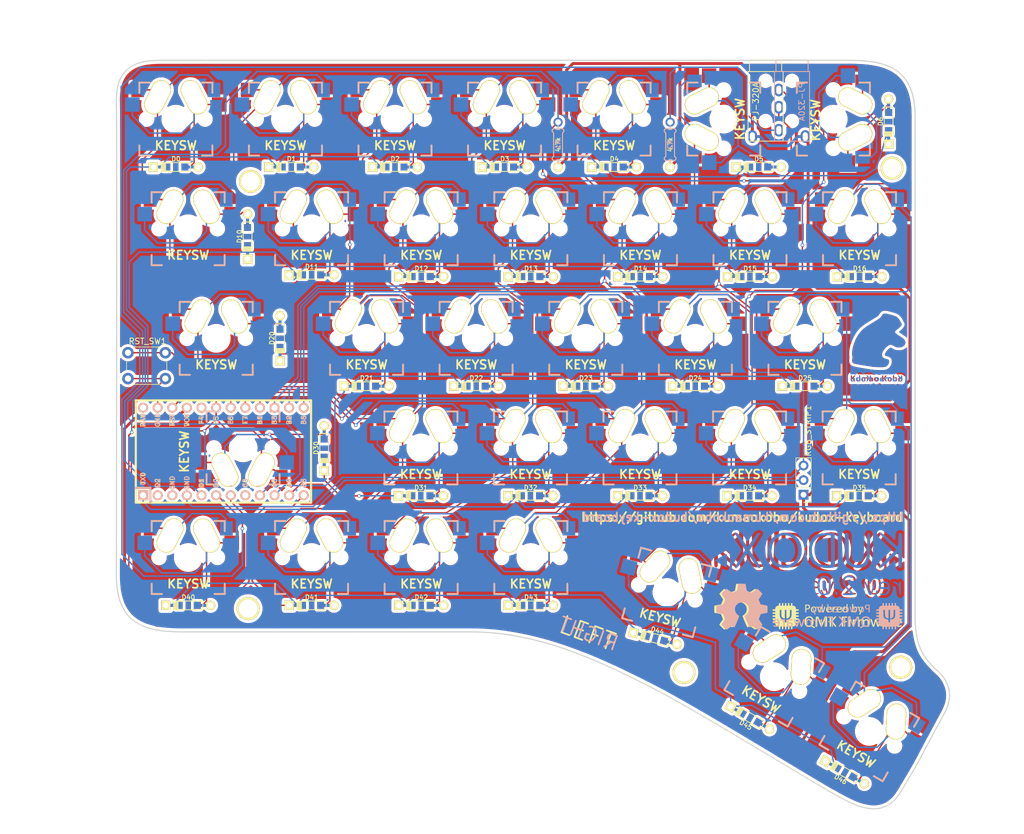
<source format=kicad_pcb>
(kicad_pcb (version 20171130) (host pcbnew "(6.0.0-rc1-dev-1469-g932b9a334)")
  (title_block (title "Kudox keyboard PCB") (date 2019-11-01) (rev 2.0) (comment 1 "designed by x1 and inken") (comment 2 https://github.com/kumaokobo/kudox-keyboard/tree/master/kudox/rev2))
  (layers (0 F.Cu signal) (31 B.Cu signal) (34 B.Paste user) (35 F.Paste user) (36 B.SilkS user) (37 F.SilkS user) (38 B.Mask user) (39 F.Mask user) (44 Edge.Cuts user))
  (net 0 "")
  (net 1 "Net-(D0-Pad2)")
  (net 2 row0)
  (net 3 "Net-(D1-Pad2)")
  (net 4 "Net-(D2-Pad2)")
  (net 5 "Net-(D3-Pad2)")
  (net 6 "Net-(D4-Pad2)")
  (net 7 "Net-(D5-Pad2)")
  (net 8 "Net-(D10-Pad2)")
  (net 9 row1)
  (net 10 "Net-(D11-Pad2)")
  (net 11 "Net-(D12-Pad2)")
  (net 12 "Net-(D13-Pad2)")
  (net 13 "Net-(D14-Pad2)")
  (net 14 "Net-(D15-Pad2)")
  (net 15 "Net-(D16-Pad2)")
  (net 16 "Net-(D20-Pad2)")
  (net 17 row2)
  (net 18 "Net-(D21-Pad2)")
  (net 19 "Net-(D22-Pad2)")
  (net 20 "Net-(D23-Pad2)")
  (net 21 "Net-(D24-Pad2)")
  (net 22 "Net-(D25-Pad2)")
  (net 23 "Net-(D30-Pad2)")
  (net 24 row3)
  (net 25 "Net-(D31-Pad2)")
  (net 26 "Net-(D32-Pad2)")
  (net 27 "Net-(D33-Pad2)")
  (net 28 "Net-(D34-Pad2)")
  (net 29 "Net-(D35-Pad2)")
  (net 30 "Net-(D40-Pad2)")
  (net 31 row4)
  (net 32 "Net-(D41-Pad2)")
  (net 33 "Net-(D42-Pad2)")
  (net 34 "Net-(D43-Pad2)")
  (net 35 "Net-(D44-Pad2)")
  (net 36 "Net-(D45-Pad2)")
  (net 37 "Net-(D46-Pad2)")
  (net 38 col0)
  (net 39 col1)
  (net 40 col2)
  (net 41 col3)
  (net 42 col4)
  (net 43 col5)
  (net 44 col6)
  (net 45 VCC)
  (net 46 SDA)
  (net 47 SCL)
  (net 48 rgb_data)
  (net 49 GND)
  (net 50 RST)
  (net 51 "Net-(U1-Pad2)")
  (net 52 "Net-(U1-Pad8)")
  (net 53 "Net-(U1-Pad20)")
  (net 54 "Net-(U1-Pad24)")
  (net 55 "Net-(D6-Pad2)")
  (module kudox_footprints:kudox-logo-pad (layer B.Cu) (at 199.5 116.26 180)
    (fp_text reference G*** hide)
    (fp_text value LOGO hide)
    (fp_poly (pts (xy 11.80234 3.006148) (xy 11.853333 2.955686) (xy 11.764646 2.783879) (xy 11.526859 2.400081) (xy 11.182385 1.871619) (xy 10.978444 1.566843) (xy 10.593839 0.97791) (xy 10.295385 0.484785) (xy 10.126201 0.160496) (xy 10.103555 0.085116) (xy 10.190161 -0.129996) (xy 10.422732 -0.555217) (xy 10.760402 -1.118187) (xy 10.978444 -1.463955) (xy 11.355351 -2.062326) (xy 11.650767 -2.551888) (xy 11.824357 -2.864689) (xy 11.853333 -2.937915) (xy 11.715127 -3.035266) (xy 11.594783 -3.048) (xy 11.393267 -2.913153) (xy 11.075718 -2.55292) (xy 10.697919 -2.03376) (xy 10.536449 -1.787076) (xy 10.170735 -1.223679) (xy 9.87205 -0.788019) (xy 9.686147 -0.545779) (xy 9.652 -0.517406) (xy 9.529789 -0.646362) (xy 9.274372 -0.998771) (xy 8.931252 -1.510412) (xy 8.75855 -1.778329) (xy 8.313846 -2.417567) (xy 7.932068 -2.854994) (xy 7.643424 -3.065299) (xy 7.478123 -3.023168) (xy 7.450666 -2.874251) (xy 7.539793 -2.666586) (xy 7.779405 -2.250151) (xy 8.127849 -1.695062) (xy 8.366649 -1.332353) (xy 9.282631 0.035795) (xy 8.366649 1.455684) (xy 7.980065 2.063041) (xy 7.674137 2.559103) (xy 7.488331 2.878977) (xy 7.450666 2.961786) (xy 7.591341 3.034772) (xy 7.750376 3.048) (xy 8.007852 2.898466) (xy 8.373911 2.47142) (xy 8.781522 1.862667) (xy 9.131468 1.316642) (xy 9.42101 0.90352) (xy 9.601417 0.691541) (xy 9.627937 0.677333) (xy 9.764578 0.810861) (xy 10.027621 1.16626) (xy 10.367967 1.675761) (xy 10.486684 1.862667) (xy 10.954542 2.543813) (xy 11.323401 2.943137) (xy 11.541893 3.048) (xy 11.80234 3.006148)) (layer B.Cu) (width 0.01))
    (fp_poly (pts (xy 3.919073 2.985981) (xy 4.623971 2.740049) (xy 4.743055 2.667) (xy 5.414065 2.108337) (xy 5.821262 1.482609) (xy 6.021494 0.687135) (xy 6.056599 0.29451) (xy 5.982742 -0.762635) (xy 5.650989 -1.690279) (xy 5.087035 -2.425775) (xy 4.866509 -2.606844) (xy 4.272761 -2.876418) (xy 3.499424 -3.01178) (xy 2.68029 -3.00712) (xy 1.949152 -2.856628) (xy 1.693333 -2.74465) (xy 0.989336 -2.182806) (xy 0.506083 -1.433576) (xy 0.245247 -0.567844) (xy 0.219391 0.073342) (xy 0.850354 0.073342) (xy 0.897487 -0.708003) (xy 1.08333 -1.321142) (xy 1.604269 -2.009804) (xy 2.284944 -2.448714) (xy 3.054283 -2.618639) (xy 3.841218 -2.500346) (xy 4.392203 -2.216569) (xy 5.025915 -1.642627) (xy 5.37927 -0.970542) (xy 5.497095 -0.111768) (xy 5.497688 -0.032947) (xy 5.368559 0.897174) (xy 5.016493 1.652916) (xy 4.494473 2.215815) (xy 3.855485 2.567406) (xy 3.152512 2.689226) (xy 2.438538 2.56281) (xy 1.766546 2.169694) (xy 1.189521 1.491413) (xy 1.177882 1.472466) (xy 0.945561 0.851647) (xy 0.850354 0.073342) (xy 0.219391 0.073342) (xy 0.208496 0.34351) (xy 0.397502 1.229605) (xy 0.813934 2.019558) (xy 1.459464 2.642489) (xy 1.564785 2.710248) (xy 2.253351 2.972933) (xy 3.08349 3.064226) (xy 3.919073 2.985981)) (layer B.Cu) (width 0.01))
    (fp_poly (pts (xy -3.11461 2.96018) (xy -2.259906 2.711563) (xy -1.647505 2.245) (xy -1.255688 1.542412) (xy -1.062737 0.585722) (xy -1.045721 0.355675) (xy -1.088681 -0.791723) (xy -1.365784 -1.695871) (xy -1.883851 -2.363916) (xy -2.649697 -2.803006) (xy -3.67014 -3.020289) (xy -4.292111 -3.048) (xy -5.013736 -3.016762) (xy -5.416945 -2.92131) (xy -5.513015 -2.829833) (xy -5.538408 -2.59383) (xy -5.554968 -2.081086) (xy -5.559362 -1.621955) (xy -4.892569 -1.621955) (xy -4.876385 -2.081105) (xy -4.833964 -2.35614) (xy -4.758692 -2.498557) (xy -4.643957 -2.559853) (xy -4.534011 -2.582524) (xy -3.732989 -2.581992) (xy -2.897812 -2.349902) (xy -2.624667 -2.217225) (xy -2.085393 -1.738963) (xy -1.714837 -1.050588) (xy -1.530728 -0.245137) (xy -1.550798 0.584357) (xy -1.792776 1.344857) (xy -1.908376 1.541292) (xy -2.523195 2.182336) (xy -3.304973 2.57341) (xy -4.148667 2.67098) (xy -4.826 2.624667) (xy -4.872678 0.05468) (xy -4.889129 -0.927192) (xy -4.892569 -1.621955) (xy -5.559362 -1.621955) (xy -5.561932 -1.353431) (xy -5.55854 -0.472693) (xy -5.550034 0.175834) (xy -5.503334 2.963333) (xy -4.233334 3.008927) (xy -3.11461 2.96018)) (layer B.Cu) (width 0.01))
    (fp_poly (pts (xy -11.341312 2.985519) (xy -11.266666 2.767195) (xy -11.213147 2.346707) (xy -11.174719 1.677733) (xy -11.146787 0.773734) (xy -11.118024 -0.172511) (xy -11.079072 -0.845643) (xy -11.020138 -1.311214) (xy -10.931425 -1.634776) (xy -10.80314 -1.881883) (xy -10.735628 -1.977933) (xy -10.420751 -2.29959) (xy -10.014993 -2.457688) (xy -9.594147 -2.506882) (xy -9.047496 -2.504968) (xy -8.67684 -2.37767) (xy -8.383519 -2.133579) (xy -8.215426 -1.951817) (xy -8.098762 -1.759136) (xy -8.024146 -1.493642) (xy -7.982198 -1.093442) (xy -7.963538 -0.496641) (xy -7.958784 0.358655) (xy -7.958667 0.669637) (xy -7.956502 1.608773) (xy -7.944825 2.261329) (xy -7.915865 2.679384) (xy -7.861849 2.91502) (xy -7.775007 3.020318) (xy -7.647567 3.047359) (xy -7.603762 3.048) (xy -7.462819 3.034957) (xy -7.367218 2.960734) (xy -7.310462 2.772695) (xy -7.286052 2.4182) (xy -7.287488 1.844611) (xy -7.308273 0.99929) (xy -7.3163 0.719667) (xy -7.366132 -0.39455) (xy -7.442183 -1.265906) (xy -7.540598 -1.857845) (xy -7.61 -2.066173) (xy -8.01685 -2.539052) (xy -8.640362 -2.870218) (xy -9.379144 -3.034294) (xy -10.1318 -3.005907) (xy -10.668 -2.831481) (xy -11.04787 -2.570618) (xy -11.325332 -2.191264) (xy -11.513806 -1.645393) (xy -11.626707 -0.884976) (xy -11.677454 0.138014) (xy -11.683737 0.804333) (xy -11.677631 1.739211) (xy -11.655644 2.383305) (xy -11.612659 2.784327) (xy -11.543559 2.989988) (xy -11.443228 3.048) (xy -11.44312 3.048) (xy -11.341312 2.985519)) (layer B.Cu) (width 0.01))
    (fp_poly (pts (xy -16.755354 3.016021) (xy -16.653392 2.871807) (xy -16.606758 2.542944) (xy -16.594762 1.957019) (xy -16.594667 1.862667) (xy -16.581251 1.278404) (xy -16.545946 0.855048) (xy -16.496165 0.678264) (xy -16.492089 0.677334) (xy -16.333132 0.785855) (xy -15.985489 1.078739) (xy -15.505892 1.50697) (xy -15.120268 1.862667) (xy -14.461364 2.442644) (xy -13.926292 2.842459) (xy -13.558954 3.030443) (xy -13.487179 3.040782) (xy -13.384623 2.989077) (xy -13.455315 2.822335) (xy -13.722425 2.51232) (xy -14.209123 2.030796) (xy -14.675091 1.593063) (xy -16.226848 0.152561) (xy -14.717424 -1.302528) (xy -14.140224 -1.870047) (xy -13.664922 -2.358508) (xy -13.338651 -2.717939) (xy -13.208545 -2.898371) (xy -13.208 -2.902808) (xy -13.312246 -3.064225) (xy -13.618034 -2.968075) (xy -14.114943 -2.620921) (xy -14.79255 -2.029327) (xy -15.176024 -1.663296) (xy -16.594667 -0.278593) (xy -16.594667 -1.663296) (xy -16.609552 -2.389705) (xy -16.659492 -2.827166) (xy -16.752418 -3.024312) (xy -16.820445 -3.048) (xy -17.108436 -2.972782) (xy -17.159112 -2.935111) (xy -17.195969 -2.736659) (xy -17.227786 -2.25683) (xy -17.25244 -1.5529) (xy -17.267811 -0.682147) (xy -17.272 0.112889) (xy -17.270286 1.173416) (xy -17.261537 1.942125) (xy -17.24035 2.465861) (xy -17.20132 2.791468) (xy -17.139041 2.965792) (xy -17.048107 3.035676) (xy -16.933334 3.048) (xy -16.755354 3.016021)) (layer B.Cu) (width 0.01))
    (fp_poly (pts (xy 13.328434 -0.584126) (xy 13.652365 -0.748975) (xy 14.093835 -1) (xy 14.560524 -1.280943) (xy 14.960111 -1.535546) (xy 15.200277 -1.707552) (xy 15.231827 -1.744009) (xy 15.099722 -1.865475) (xy 14.766038 -2.094129) (xy 14.325012 -2.372268) (xy 13.870881 -2.642189) (xy 13.49788 -2.84619) (xy 13.300538 -2.92657) (xy 13.251241 -2.771459) (xy 13.215389 -2.362899) (xy 13.20012 -1.786049) (xy 13.2 -1.727126) (xy 13.216443 -1.148964) (xy 13.259789 -0.740913) (xy 13.321061 -0.582854) (xy 13.328434 -0.584126)) (layer B.Cu) (width 0.01))
  )
  (module kudox_footprints:kudox-logo-pad (layer F.Cu) (at 201.3 116.16)
    (fp_text reference G*** hide)
    (fp_text value LOGO hide)
    (fp_poly (pts (xy 11.80234 -3.006148) (xy 11.853333 -2.955686) (xy 11.764646 -2.783879) (xy 11.526859 -2.400081) (xy 11.182385 -1.871619) (xy 10.978444 -1.566843) (xy 10.593839 -0.97791) (xy 10.295385 -0.484785) (xy 10.126201 -0.160496) (xy 10.103555 -0.085116) (xy 10.190161 0.129996) (xy 10.422732 0.555217) (xy 10.760402 1.118187) (xy 10.978444 1.463955) (xy 11.355351 2.062326) (xy 11.650767 2.551888) (xy 11.824357 2.864689) (xy 11.853333 2.937915) (xy 11.715127 3.035266) (xy 11.594783 3.048) (xy 11.393267 2.913153) (xy 11.075718 2.55292) (xy 10.697919 2.03376) (xy 10.536449 1.787076) (xy 10.170735 1.223679) (xy 9.87205 0.788019) (xy 9.686147 0.545779) (xy 9.652 0.517406) (xy 9.529789 0.646362) (xy 9.274372 0.998771) (xy 8.931252 1.510412) (xy 8.75855 1.778329) (xy 8.313846 2.417567) (xy 7.932068 2.854994) (xy 7.643424 3.065299) (xy 7.478123 3.023168) (xy 7.450666 2.874251) (xy 7.539793 2.666586) (xy 7.779405 2.250151) (xy 8.127849 1.695062) (xy 8.366649 1.332353) (xy 9.282631 -0.035795) (xy 8.366649 -1.455684) (xy 7.980065 -2.063041) (xy 7.674137 -2.559103) (xy 7.488331 -2.878977) (xy 7.450666 -2.961786) (xy 7.591341 -3.034772) (xy 7.750376 -3.048) (xy 8.007852 -2.898466) (xy 8.373911 -2.47142) (xy 8.781522 -1.862667) (xy 9.131468 -1.316642) (xy 9.42101 -0.90352) (xy 9.601417 -0.691541) (xy 9.627937 -0.677333) (xy 9.764578 -0.810861) (xy 10.027621 -1.16626) (xy 10.367967 -1.675761) (xy 10.486684 -1.862667) (xy 10.954542 -2.543813) (xy 11.323401 -2.943137) (xy 11.541893 -3.048) (xy 11.80234 -3.006148)) (layer F.Cu) (width 0.01))
    (fp_poly (pts (xy 3.919073 -2.985981) (xy 4.623971 -2.740049) (xy 4.743055 -2.667) (xy 5.414065 -2.108337) (xy 5.821262 -1.482609) (xy 6.021494 -0.687135) (xy 6.056599 -0.29451) (xy 5.982742 0.762635) (xy 5.650989 1.690279) (xy 5.087035 2.425775) (xy 4.866509 2.606844) (xy 4.272761 2.876418) (xy 3.499424 3.01178) (xy 2.68029 3.00712) (xy 1.949152 2.856628) (xy 1.693333 2.74465) (xy 0.989336 2.182806) (xy 0.506083 1.433576) (xy 0.245247 0.567844) (xy 0.219391 -0.073342) (xy 0.850354 -0.073342) (xy 0.897487 0.708003) (xy 1.08333 1.321142) (xy 1.604269 2.009804) (xy 2.284944 2.448714) (xy 3.054283 2.618639) (xy 3.841218 2.500346) (xy 4.392203 2.216569) (xy 5.025915 1.642627) (xy 5.37927 0.970542) (xy 5.497095 0.111768) (xy 5.497688 0.032947) (xy 5.368559 -0.897174) (xy 5.016493 -1.652916) (xy 4.494473 -2.215815) (xy 3.855485 -2.567406) (xy 3.152512 -2.689226) (xy 2.438538 -2.56281) (xy 1.766546 -2.169694) (xy 1.189521 -1.491413) (xy 1.177882 -1.472466) (xy 0.945561 -0.851647) (xy 0.850354 -0.073342) (xy 0.219391 -0.073342) (xy 0.208496 -0.34351) (xy 0.397502 -1.229605) (xy 0.813934 -2.019558) (xy 1.459464 -2.642489) (xy 1.564785 -2.710248) (xy 2.253351 -2.972933) (xy 3.08349 -3.064226) (xy 3.919073 -2.985981)) (layer F.Cu) (width 0.01))
    (fp_poly (pts (xy -3.11461 -2.96018) (xy -2.259906 -2.711563) (xy -1.647505 -2.245) (xy -1.255688 -1.542412) (xy -1.062737 -0.585722) (xy -1.045721 -0.355675) (xy -1.088681 0.791723) (xy -1.365784 1.695871) (xy -1.883851 2.363916) (xy -2.649697 2.803006) (xy -3.67014 3.020289) (xy -4.292111 3.048) (xy -5.013736 3.016762) (xy -5.416945 2.92131) (xy -5.513015 2.829833) (xy -5.538408 2.59383) (xy -5.554968 2.081086) (xy -5.559362 1.621955) (xy -4.892569 1.621955) (xy -4.876385 2.081105) (xy -4.833964 2.35614) (xy -4.758692 2.498557) (xy -4.643957 2.559853) (xy -4.534011 2.582524) (xy -3.732989 2.581992) (xy -2.897812 2.349902) (xy -2.624667 2.217225) (xy -2.085393 1.738963) (xy -1.714837 1.050588) (xy -1.530728 0.245137) (xy -1.550798 -0.584357) (xy -1.792776 -1.344857) (xy -1.908376 -1.541292) (xy -2.523195 -2.182336) (xy -3.304973 -2.57341) (xy -4.148667 -2.67098) (xy -4.826 -2.624667) (xy -4.872678 -0.05468) (xy -4.889129 0.927192) (xy -4.892569 1.621955) (xy -5.559362 1.621955) (xy -5.561932 1.353431) (xy -5.55854 0.472693) (xy -5.550034 -0.175834) (xy -5.503334 -2.963333) (xy -4.233334 -3.008927) (xy -3.11461 -2.96018)) (layer F.Cu) (width 0.01))
    (fp_poly (pts (xy -11.341312 -2.985519) (xy -11.266666 -2.767195) (xy -11.213147 -2.346707) (xy -11.174719 -1.677733) (xy -11.146787 -0.773734) (xy -11.118024 0.172511) (xy -11.079072 0.845643) (xy -11.020138 1.311214) (xy -10.931425 1.634776) (xy -10.80314 1.881883) (xy -10.735628 1.977933) (xy -10.420751 2.29959) (xy -10.014993 2.457688) (xy -9.594147 2.506882) (xy -9.047496 2.504968) (xy -8.67684 2.37767) (xy -8.383519 2.133579) (xy -8.215426 1.951817) (xy -8.098762 1.759136) (xy -8.024146 1.493642) (xy -7.982198 1.093442) (xy -7.963538 0.496641) (xy -7.958784 -0.358655) (xy -7.958667 -0.669637) (xy -7.956502 -1.608773) (xy -7.944825 -2.261329) (xy -7.915865 -2.679384) (xy -7.861849 -2.91502) (xy -7.775007 -3.020318) (xy -7.647567 -3.047359) (xy -7.603762 -3.048) (xy -7.462819 -3.034957) (xy -7.367218 -2.960734) (xy -7.310462 -2.772695) (xy -7.286052 -2.4182) (xy -7.287488 -1.844611) (xy -7.308273 -0.99929) (xy -7.3163 -0.719667) (xy -7.366132 0.39455) (xy -7.442183 1.265906) (xy -7.540598 1.857845) (xy -7.61 2.066173) (xy -8.01685 2.539052) (xy -8.640362 2.870218) (xy -9.379144 3.034294) (xy -10.1318 3.005907) (xy -10.668 2.831481) (xy -11.04787 2.570618) (xy -11.325332 2.191264) (xy -11.513806 1.645393) (xy -11.626707 0.884976) (xy -11.677454 -0.138014) (xy -11.683737 -0.804333) (xy -11.677631 -1.739211) (xy -11.655644 -2.383305) (xy -11.612659 -2.784327) (xy -11.543559 -2.989988) (xy -11.443228 -3.048) (xy -11.44312 -3.048) (xy -11.341312 -2.985519)) (layer F.Cu) (width 0.01))
    (fp_poly (pts (xy -16.755354 -3.016021) (xy -16.653392 -2.871807) (xy -16.606758 -2.542944) (xy -16.594762 -1.957019) (xy -16.594667 -1.862667) (xy -16.581251 -1.278404) (xy -16.545946 -0.855048) (xy -16.496165 -0.678264) (xy -16.492089 -0.677334) (xy -16.333132 -0.785855) (xy -15.985489 -1.078739) (xy -15.505892 -1.50697) (xy -15.120268 -1.862667) (xy -14.461364 -2.442644) (xy -13.926292 -2.842459) (xy -13.558954 -3.030443) (xy -13.487179 -3.040782) (xy -13.384623 -2.989077) (xy -13.455315 -2.822335) (xy -13.722425 -2.51232) (xy -14.209123 -2.030796) (xy -14.675091 -1.593063) (xy -16.226848 -0.152561) (xy -14.717424 1.302528) (xy -14.140224 1.870047) (xy -13.664922 2.358508) (xy -13.338651 2.717939) (xy -13.208545 2.898371) (xy -13.208 2.902808) (xy -13.312246 3.064225) (xy -13.618034 2.968075) (xy -14.114943 2.620921) (xy -14.79255 2.029327) (xy -15.176024 1.663296) (xy -16.594667 0.278593) (xy -16.594667 1.663296) (xy -16.609552 2.389705) (xy -16.659492 2.827166) (xy -16.752418 3.024312) (xy -16.820445 3.048) (xy -17.108436 2.972782) (xy -17.159112 2.935111) (xy -17.195969 2.736659) (xy -17.227786 2.25683) (xy -17.25244 1.5529) (xy -17.267811 0.682147) (xy -17.272 -0.112889) (xy -17.270286 -1.173416) (xy -17.261537 -1.942125) (xy -17.24035 -2.465861) (xy -17.20132 -2.791468) (xy -17.139041 -2.965792) (xy -17.048107 -3.035676) (xy -16.933334 -3.048) (xy -16.755354 -3.016021)) (layer F.Cu) (width 0.01))
    (fp_poly (pts (xy 13.328434 0.584126) (xy 13.652365 0.748975) (xy 14.093835 1) (xy 14.560524 1.280943) (xy 14.960111 1.535546) (xy 15.200277 1.707552) (xy 15.231827 1.744009) (xy 15.099722 1.865475) (xy 14.766038 2.094129) (xy 14.325012 2.372268) (xy 13.870881 2.642189) (xy 13.49788 2.84619) (xy 13.300538 2.92657) (xy 13.251241 2.771459) (xy 13.215389 2.362899) (xy 13.20012 1.786049) (xy 13.2 1.727126) (xy 13.216443 1.148964) (xy 13.259789 0.740913) (xy 13.321061 0.582854) (xy 13.328434 0.584126)) (layer F.Cu) (width 0.01))
  )
  (module kudox_footprints:kumaokobo (layer B.Cu) (at 212.3 86.31 180)
    (fp_text reference G*** hide)
    (fp_text value LOGO hide)
    (fp_poly (pts (xy 4.352437 0.131229) (xy 4.415912 0.06935) (xy 4.50754 -0.109243) (xy 4.498319 -0.281046) (xy 4.396509 -0.434109) (xy 4.234842 -0.53885) (xy 4.062593 -0.54289) (xy 3.89305 -0.453512) (xy 3.78671 -0.311893) (xy 3.762986 -0.172103) (xy 3.963868 -0.172103) (xy 3.967619 -0.301758) (xy 3.996266 -0.372533) (xy 4.086685 -0.406538) (xy 4.199598 -0.392625) (xy 4.280148 -0.339561) (xy 4.287164 -0.326045) (xy 4.314864 -0.172924) (xy 4.288158 -0.03868) (xy 4.221332 0.05546) (xy 4.128673 0.088268) (xy 4.035352 0.048106) (xy 3.987974 -0.039028) (xy 3.963868 -0.172103) (xy 3.762986 -0.172103) (xy 3.757218 -0.138123) (xy 3.806704 0.031095) (xy 3.8608 0.101601) (xy 4.014274 0.190796) (xy 4.190386 0.199961) (xy 4.352437 0.131229)) (layer B.Cu) (width 0.01))
    (fp_poly (pts (xy 3.025265 0.521565) (xy 3.046305 0.401832) (xy 3.048 0.3302) (xy 3.05825 0.172258) (xy 3.09236 0.107747) (xy 3.155369 0.130255) (xy 3.18438 0.156701) (xy 3.289584 0.199229) (xy 3.416149 0.170766) (xy 3.525956 0.082688) (xy 3.549087 0.047862) (xy 3.600808 -0.115204) (xy 3.589466 -0.277345) (xy 3.528152 -0.41789) (xy 3.429957 -0.516168) (xy 3.307971 -0.551507) (xy 3.192655 -0.514952) (xy 3.083183 -0.479321) (xy 3.02757 -0.503874) (xy 2.946642 -0.525659) (xy 2.904551 -0.496631) (xy 2.878501 -0.421776) (xy 2.859064 -0.275053) (xy 2.85606 -0.227512) (xy 3.073069 -0.227512) (xy 3.128153 -0.344134) (xy 3.227909 -0.397522) (xy 3.267337 -0.396782) (xy 3.340206 -0.369466) (xy 3.372097 -0.295756) (xy 3.3782 -0.1778) (xy 3.370503 -0.045422) (xy 3.334771 0.016823) (xy 3.252042 0.039996) (xy 3.244703 0.040876) (xy 3.138517 0.031705) (xy 3.08601 -0.047074) (xy 3.078374 -0.074466) (xy 3.073069 -0.227512) (xy 2.85606 -0.227512) (xy 2.847118 -0.086032) (xy 2.843538 0.115718) (xy 2.849202 0.300626) (xy 2.864988 0.439122) (xy 2.875635 0.478446) (xy 2.938757 0.548516) (xy 2.977235 0.558801) (xy 3.025265 0.521565)) (layer B.Cu) (width 0.01))
    (fp_poly (pts (xy 2.523637 0.131229) (xy 2.587112 0.06935) (xy 2.67874 -0.109243) (xy 2.669519 -0.281046) (xy 2.567709 -0.434109) (xy 2.406042 -0.53885) (xy 2.233793 -0.54289) (xy 2.06425 -0.453512) (xy 1.95791 -0.311893) (xy 1.934186 -0.172103) (xy 2.135068 -0.172103) (xy 2.138819 -0.301758) (xy 2.167466 -0.372533) (xy 2.257885 -0.406538) (xy 2.370798 -0.392625) (xy 2.451348 -0.339561) (xy 2.458364 -0.326045) (xy 2.486064 -0.172924) (xy 2.459358 -0.03868) (xy 2.392532 0.05546) (xy 2.299873 0.088268) (xy 2.206552 0.048106) (xy 2.159174 -0.039028) (xy 2.135068 -0.172103) (xy 1.934186 -0.172103) (xy 1.928418 -0.138123) (xy 1.977904 0.031095) (xy 2.032 0.101601) (xy 2.185474 0.190796) (xy 2.361586 0.199961) (xy 2.523637 0.131229)) (layer B.Cu) (width 0.01))
    (fp_poly (pts (xy 1.130291 0.493043) (xy 1.160315 0.430935) (xy 1.168361 0.295823) (xy 1.1684 0.2794) (xy 1.175963 0.143322) (xy 1.195101 0.062097) (xy 1.2065 0.051917) (xy 1.253719 0.091329) (xy 1.334379 0.19144) (xy 1.397 0.280407) (xy 1.518871 0.433916) (xy 1.625521 0.501955) (xy 1.668026 0.50789) (xy 1.729549 0.503592) (xy 1.746261 0.478037) (xy 1.713149 0.412463) (xy 1.625202 0.28811) (xy 1.6002 0.254001) (xy 1.413746 0) (xy 1.601952 -0.256387) (xy 1.695531 -0.393404) (xy 1.753033 -0.496605) (xy 1.762507 -0.540425) (xy 1.68505 -0.554452) (xy 1.578499 -0.490003) (xy 1.459586 -0.35928) (xy 1.405035 -0.279764) (xy 1.316733 -0.151581) (xy 1.245136 -0.06849) (xy 1.217318 -0.0508) (xy 1.188888 -0.096342) (xy 1.16575 -0.212003) (xy 1.158483 -0.288129) (xy 1.131832 -0.45685) (xy 1.082716 -0.543857) (xy 1.016939 -0.540429) (xy 1.000125 -0.525991) (xy 0.985245 -0.463217) (xy 0.973521 -0.322607) (xy 0.966505 -0.127914) (xy 0.9652 0.008467) (xy 0.966638 0.237393) (xy 0.973468 0.38327) (xy 0.989459 0.464636) (xy 1.018382 0.50003) (xy 1.064008 0.50799) (xy 1.0668 0.508) (xy 1.130291 0.493043)) (layer B.Cu) (width 0.01))
    (fp_poly (pts (xy 0.136037 0.131229) (xy 0.199512 0.06935) (xy 0.29114 -0.109243) (xy 0.281919 -0.281046) (xy 0.180109 -0.434109) (xy 0.018442 -0.53885) (xy -0.153807 -0.54289) (xy -0.32335 -0.453512) (xy -0.42969 -0.311893) (xy -0.453414 -0.172103) (xy -0.252532 -0.172103) (xy -0.248781 -0.301758) (xy -0.220134 -0.372533) (xy -0.129715 -0.406538) (xy -0.016802 -0.392625) (xy 0.063748 -0.339561) (xy 0.070764 -0.326045) (xy 0.098464 -0.172924) (xy 0.071758 -0.03868) (xy 0.004932 0.05546) (xy -0.087727 0.088268) (xy -0.181048 0.048106) (xy -0.228426 -0.039028) (xy -0.252532 -0.172103) (xy -0.453414 -0.172103) (xy -0.459182 -0.138123) (xy -0.409696 0.031095) (xy -0.3556 0.101601) (xy -0.202126 0.190796) (xy -0.026014 0.199961) (xy 0.136037 0.131229)) (layer B.Cu) (width 0.01))
    (fp_poly (pts (xy -0.83109 0.170274) (xy -0.741375 0.138481) (xy -0.68472 0.068607) (xy -0.67535 0.0508) (xy -0.634203 -0.078281) (xy -0.613992 -0.238187) (xy -0.615508 -0.392402) (xy -0.639546 -0.504409) (xy -0.662626 -0.534775) (xy -0.741514 -0.534672) (xy -0.786379 -0.508848) (xy -0.880013 -0.476708) (xy -0.958614 -0.504474) (xy -1.085373 -0.553693) (xy -1.180139 -0.530578) (xy -1.240972 -0.478971) (xy -1.305618 -0.38747) (xy -1.3208 -0.334444) (xy -1.307119 -0.3048) (xy -1.1176 -0.3048) (xy -1.080421 -0.385069) (xy -0.992878 -0.405811) (xy -0.890961 -0.361028) (xy -0.87376 -0.34544) (xy -0.817016 -0.262226) (xy -0.853334 -0.21587) (xy -0.9652 -0.2032) (xy -1.076753 -0.219166) (xy -1.116028 -0.278573) (xy -1.1176 -0.3048) (xy -1.307119 -0.3048) (xy -1.275125 -0.23548) (xy -1.156789 -0.144085) (xy -0.993822 -0.081367) (xy -0.980799 -0.078454) (xy -0.868538 -0.038997) (xy -0.843991 0.018868) (xy -0.848568 0.034099) (xy -0.894747 0.083208) (xy -0.99617 0.090756) (xy -1.078952 0.08015) (xy -1.20959 0.067202) (xy -1.259235 0.0868) (xy -1.25775 0.112951) (xy -1.192543 0.156345) (xy -1.04293 0.176722) (xy -0.987867 0.1778) (xy -0.83109 0.170274)) (layer B.Cu) (width 0.01))
    (fp_poly (pts (xy -1.593944 0.183181) (xy -1.54494 0.088358) (xy -1.531649 -0.090175) (xy -1.534364 -0.189802) (xy -1.552418 -0.390964) (xy -1.581272 -0.501816) (xy -1.615184 -0.519762) (xy -1.648415 -0.442208) (xy -1.675226 -0.26656) (xy -1.6764 -0.254) (xy -1.696907 -0.090125) (xy -1.72805 -0.002375) (xy -1.78165 0.034721) (xy -1.81347 0.041289) (xy -1.876646 0.041358) (xy -1.912354 0.003685) (xy -1.930838 -0.094269) (xy -1.94047 -0.238111) (xy -1.956864 -0.414845) (xy -1.986299 -0.507515) (xy -2.032 -0.5334) (xy -2.07906 -0.505425) (xy -2.107927 -0.410006) (xy -2.123531 -0.238111) (xy -2.135489 -0.072747) (xy -2.156138 0.013565) (xy -2.195723 0.043363) (xy -2.250531 0.041289) (xy -2.317438 0.017464) (xy -2.356653 -0.04697) (xy -2.380228 -0.177632) (xy -2.3876 -0.250055) (xy -2.419082 -0.439544) (xy -2.46863 -0.539251) (xy -2.533287 -0.544329) (xy -2.555875 -0.525991) (xy -2.578446 -0.454036) (xy -2.589302 -0.31832) (xy -2.589319 -0.152911) (xy -2.57937 0.008124) (xy -2.56033 0.130718) (xy -2.537775 0.179176) (xy -2.458673 0.179274) (xy -2.415298 0.154307) (xy -2.341326 0.125162) (xy -2.312925 0.149934) (xy -2.239308 0.191737) (xy -2.126742 0.201139) (xy -2.030901 0.176863) (xy -2.009379 0.156896) (xy -1.944513 0.138984) (xy -1.836072 0.165206) (xy -1.687907 0.205172) (xy -1.593944 0.183181)) (layer B.Cu) (width 0.01))
    (fp_poly (pts (xy -2.9083 0.193715) (xy -2.857272 0.164277) (xy -2.826313 0.085533) (xy -2.808771 -0.06432) (xy -2.804081 -0.14775) (xy -2.80549 -0.376153) (xy -2.836352 -0.508686) (xy -2.897404 -0.546936) (xy -2.9718 -0.508) (xy -3.054202 -0.468306) (xy -3.111113 -0.499992) (xy -3.229497 -0.555288) (xy -3.363404 -0.525343) (xy -3.427728 -0.476614) (xy -3.478143 -0.376845) (xy -3.501087 -0.228936) (xy -3.498362 -0.065729) (xy -3.471774 0.079935) (xy -3.423127 0.175213) (xy -3.3909 0.193732) (xy -3.339826 0.189502) (xy -3.312873 0.137486) (xy -3.302878 0.016103) (xy -3.302 -0.074069) (xy -3.292694 -0.257094) (xy -3.261907 -0.35758) (xy -3.225154 -0.388277) (xy -3.116179 -0.387963) (xy -3.039447 -0.298369) (xy -3.000741 -0.128309) (xy -2.9972 -0.040854) (xy -2.991773 0.10964) (xy -2.969859 0.181134) (xy -2.923016 0.195907) (xy -2.9083 0.193715)) (layer B.Cu) (width 0.01))
    (fp_poly (pts (xy -3.734434 0.499906) (xy -3.717802 0.464489) (xy -3.761164 0.385052) (xy -3.8608 0.254) (xy -3.95035 0.131604) (xy -4.005151 0.038718) (xy -4.0132 0.013012) (xy -3.985465 -0.053127) (xy -3.914635 -0.168474) (xy -3.8608 -0.245938) (xy -3.75334 -0.407549) (xy -3.713945 -0.506251) (xy -3.740132 -0.552249) (xy -3.784685 -0.5588) (xy -3.851981 -0.520056) (xy -3.951941 -0.419018) (xy -4.051385 -0.293026) (xy -4.2418 -0.027252) (xy -4.2672 -0.276387) (xy -4.300336 -0.452945) (xy -4.352393 -0.543115) (xy -4.418885 -0.54024) (xy -4.435475 -0.525991) (xy -4.450355 -0.463217) (xy -4.462079 -0.322607) (xy -4.469095 -0.127914) (xy -4.4704 0.008467) (xy -4.468874 0.237618) (xy -4.461858 0.383666) (xy -4.445695 0.465092) (xy -4.416732 0.500376) (xy -4.371584 0.508) (xy -4.309344 0.490643) (xy -4.275366 0.422239) (xy -4.258048 0.278296) (xy -4.257284 0.2667) (xy -4.2418 0.0254) (xy -4.07426 0.2667) (xy -3.951366 0.417804) (xy -3.84551 0.49864) (xy -3.80756 0.508) (xy -3.734434 0.499906)) (layer B.Cu) (width 0.01))
  )
  (module kudox_footprints:kumaokobo (layer F.Cu) (at 212.3 86.31)
    (fp_text reference G*** hide)
    (fp_text value LOGO hide)
    (fp_poly (pts (xy 4.352437 -0.131229) (xy 4.415912 -0.06935) (xy 4.50754 0.109243) (xy 4.498319 0.281046) (xy 4.396509 0.434109) (xy 4.234842 0.53885) (xy 4.062593 0.54289) (xy 3.89305 0.453512) (xy 3.78671 0.311893) (xy 3.762986 0.172103) (xy 3.963868 0.172103) (xy 3.967619 0.301758) (xy 3.996266 0.372533) (xy 4.086685 0.406538) (xy 4.199598 0.392625) (xy 4.280148 0.339561) (xy 4.287164 0.326045) (xy 4.314864 0.172924) (xy 4.288158 0.03868) (xy 4.221332 -0.05546) (xy 4.128673 -0.088268) (xy 4.035352 -0.048106) (xy 3.987974 0.039028) (xy 3.963868 0.172103) (xy 3.762986 0.172103) (xy 3.757218 0.138123) (xy 3.806704 -0.031095) (xy 3.8608 -0.101601) (xy 4.014274 -0.190796) (xy 4.190386 -0.199961) (xy 4.352437 -0.131229)) (layer F.Cu) (width 0.01))
    (fp_poly (pts (xy 3.025265 -0.521565) (xy 3.046305 -0.401832) (xy 3.048 -0.3302) (xy 3.05825 -0.172258) (xy 3.09236 -0.107747) (xy 3.155369 -0.130255) (xy 3.18438 -0.156701) (xy 3.289584 -0.199229) (xy 3.416149 -0.170766) (xy 3.525956 -0.082688) (xy 3.549087 -0.047862) (xy 3.600808 0.115204) (xy 3.589466 0.277345) (xy 3.528152 0.41789) (xy 3.429957 0.516168) (xy 3.307971 0.551507) (xy 3.192655 0.514952) (xy 3.083183 0.479321) (xy 3.02757 0.503874) (xy 2.946642 0.525659) (xy 2.904551 0.496631) (xy 2.878501 0.421776) (xy 2.859064 0.275053) (xy 2.85606 0.227512) (xy 3.073069 0.227512) (xy 3.128153 0.344134) (xy 3.227909 0.397522) (xy 3.267337 0.396782) (xy 3.340206 0.369466) (xy 3.372097 0.295756) (xy 3.3782 0.1778) (xy 3.370503 0.045422) (xy 3.334771 -0.016823) (xy 3.252042 -0.039996) (xy 3.244703 -0.040876) (xy 3.138517 -0.031705) (xy 3.08601 0.047074) (xy 3.078374 0.074466) (xy 3.073069 0.227512) (xy 2.85606 0.227512) (xy 2.847118 0.086032) (xy 2.843538 -0.115718) (xy 2.849202 -0.300626) (xy 2.864988 -0.439122) (xy 2.875635 -0.478446) (xy 2.938757 -0.548516) (xy 2.977235 -0.558801) (xy 3.025265 -0.521565)) (layer F.Cu) (width 0.01))
    (fp_poly (pts (xy 2.523637 -0.131229) (xy 2.587112 -0.06935) (xy 2.67874 0.109243) (xy 2.669519 0.281046) (xy 2.567709 0.434109) (xy 2.406042 0.53885) (xy 2.233793 0.54289) (xy 2.06425 0.453512) (xy 1.95791 0.311893) (xy 1.934186 0.172103) (xy 2.135068 0.172103) (xy 2.138819 0.301758) (xy 2.167466 0.372533) (xy 2.257885 0.406538) (xy 2.370798 0.392625) (xy 2.451348 0.339561) (xy 2.458364 0.326045) (xy 2.486064 0.172924) (xy 2.459358 0.03868) (xy 2.392532 -0.05546) (xy 2.299873 -0.088268) (xy 2.206552 -0.048106) (xy 2.159174 0.039028) (xy 2.135068 0.172103) (xy 1.934186 0.172103) (xy 1.928418 0.138123) (xy 1.977904 -0.031095) (xy 2.032 -0.101601) (xy 2.185474 -0.190796) (xy 2.361586 -0.199961) (xy 2.523637 -0.131229)) (layer F.Cu) (width 0.01))
    (fp_poly (pts (xy 1.130291 -0.493043) (xy 1.160315 -0.430935) (xy 1.168361 -0.295823) (xy 1.1684 -0.2794) (xy 1.175963 -0.143322) (xy 1.195101 -0.062097) (xy 1.2065 -0.051917) (xy 1.253719 -0.091329) (xy 1.334379 -0.19144) (xy 1.397 -0.280407) (xy 1.518871 -0.433916) (xy 1.625521 -0.501955) (xy 1.668026 -0.50789) (xy 1.729549 -0.503592) (xy 1.746261 -0.478037) (xy 1.713149 -0.412463) (xy 1.625202 -0.28811) (xy 1.6002 -0.254001) (xy 1.413746 0) (xy 1.601952 0.256387) (xy 1.695531 0.393404) (xy 1.753033 0.496605) (xy 1.762507 0.540425) (xy 1.68505 0.554452) (xy 1.578499 0.490003) (xy 1.459586 0.35928) (xy 1.405035 0.279764) (xy 1.316733 0.151581) (xy 1.245136 0.06849) (xy 1.217318 0.0508) (xy 1.188888 0.096342) (xy 1.16575 0.212003) (xy 1.158483 0.288129) (xy 1.131832 0.45685) (xy 1.082716 0.543857) (xy 1.016939 0.540429) (xy 1.000125 0.525991) (xy 0.985245 0.463217) (xy 0.973521 0.322607) (xy 0.966505 0.127914) (xy 0.9652 -0.008467) (xy 0.966638 -0.237393) (xy 0.973468 -0.38327) (xy 0.989459 -0.464636) (xy 1.018382 -0.50003) (xy 1.064008 -0.50799) (xy 1.0668 -0.508) (xy 1.130291 -0.493043)) (layer F.Cu) (width 0.01))
    (fp_poly (pts (xy 0.136037 -0.131229) (xy 0.199512 -0.06935) (xy 0.29114 0.109243) (xy 0.281919 0.281046) (xy 0.180109 0.434109) (xy 0.018442 0.53885) (xy -0.153807 0.54289) (xy -0.32335 0.453512) (xy -0.42969 0.311893) (xy -0.453414 0.172103) (xy -0.252532 0.172103) (xy -0.248781 0.301758) (xy -0.220134 0.372533) (xy -0.129715 0.406538) (xy -0.016802 0.392625) (xy 0.063748 0.339561) (xy 0.070764 0.326045) (xy 0.098464 0.172924) (xy 0.071758 0.03868) (xy 0.004932 -0.05546) (xy -0.087727 -0.088268) (xy -0.181048 -0.048106) (xy -0.228426 0.039028) (xy -0.252532 0.172103) (xy -0.453414 0.172103) (xy -0.459182 0.138123) (xy -0.409696 -0.031095) (xy -0.3556 -0.101601) (xy -0.202126 -0.190796) (xy -0.026014 -0.199961) (xy 0.136037 -0.131229)) (layer F.Cu) (width 0.01))
    (fp_poly (pts (xy -0.83109 -0.170274) (xy -0.741375 -0.138481) (xy -0.68472 -0.068607) (xy -0.67535 -0.0508) (xy -0.634203 0.078281) (xy -0.613992 0.238187) (xy -0.615508 0.392402) (xy -0.639546 0.504409) (xy -0.662626 0.534775) (xy -0.741514 0.534672) (xy -0.786379 0.508848) (xy -0.880013 0.476708) (xy -0.958614 0.504474) (xy -1.085373 0.553693) (xy -1.180139 0.530578) (xy -1.240972 0.478971) (xy -1.305618 0.38747) (xy -1.3208 0.334444) (xy -1.307119 0.3048) (xy -1.1176 0.3048) (xy -1.080421 0.385069) (xy -0.992878 0.405811) (xy -0.890961 0.361028) (xy -0.87376 0.34544) (xy -0.817016 0.262226) (xy -0.853334 0.21587) (xy -0.9652 0.2032) (xy -1.076753 0.219166) (xy -1.116028 0.278573) (xy -1.1176 0.3048) (xy -1.307119 0.3048) (xy -1.275125 0.23548) (xy -1.156789 0.144085) (xy -0.993822 0.081367) (xy -0.980799 0.078454) (xy -0.868538 0.038997) (xy -0.843991 -0.018868) (xy -0.848568 -0.034099) (xy -0.894747 -0.083208) (xy -0.99617 -0.090756) (xy -1.078952 -0.08015) (xy -1.20959 -0.067202) (xy -1.259235 -0.0868) (xy -1.25775 -0.112951) (xy -1.192543 -0.156345) (xy -1.04293 -0.176722) (xy -0.987867 -0.1778) (xy -0.83109 -0.170274)) (layer F.Cu) (width 0.01))
    (fp_poly (pts (xy -1.593944 -0.183181) (xy -1.54494 -0.088358) (xy -1.531649 0.090175) (xy -1.534364 0.189802) (xy -1.552418 0.390964) (xy -1.581272 0.501816) (xy -1.615184 0.519762) (xy -1.648415 0.442208) (xy -1.675226 0.26656) (xy -1.6764 0.254) (xy -1.696907 0.090125) (xy -1.72805 0.002375) (xy -1.78165 -0.034721) (xy -1.81347 -0.041289) (xy -1.876646 -0.041358) (xy -1.912354 -0.003685) (xy -1.930838 0.094269) (xy -1.94047 0.238111) (xy -1.956864 0.414845) (xy -1.986299 0.507515) (xy -2.032 0.5334) (xy -2.07906 0.505425) (xy -2.107927 0.410006) (xy -2.123531 0.238111) (xy -2.135489 0.072747) (xy -2.156138 -0.013565) (xy -2.195723 -0.043363) (xy -2.250531 -0.041289) (xy -2.317438 -0.017464) (xy -2.356653 0.04697) (xy -2.380228 0.177632) (xy -2.3876 0.250055) (xy -2.419082 0.439544) (xy -2.46863 0.539251) (xy -2.533287 0.544329) (xy -2.555875 0.525991) (xy -2.578446 0.454036) (xy -2.589302 0.31832) (xy -2.589319 0.152911) (xy -2.57937 -0.008124) (xy -2.56033 -0.130718) (xy -2.537775 -0.179176) (xy -2.458673 -0.179274) (xy -2.415298 -0.154307) (xy -2.341326 -0.125162) (xy -2.312925 -0.149934) (xy -2.239308 -0.191737) (xy -2.126742 -0.201139) (xy -2.030901 -0.176863) (xy -2.009379 -0.156896) (xy -1.944513 -0.138984) (xy -1.836072 -0.165206) (xy -1.687907 -0.205172) (xy -1.593944 -0.183181)) (layer F.Cu) (width 0.01))
    (fp_poly (pts (xy -2.9083 -0.193715) (xy -2.857272 -0.164277) (xy -2.826313 -0.085533) (xy -2.808771 0.06432) (xy -2.804081 0.14775) (xy -2.80549 0.376153) (xy -2.836352 0.508686) (xy -2.897404 0.546936) (xy -2.9718 0.508) (xy -3.054202 0.468306) (xy -3.111113 0.499992) (xy -3.229497 0.555288) (xy -3.363404 0.525343) (xy -3.427728 0.476614) (xy -3.478143 0.376845) (xy -3.501087 0.228936) (xy -3.498362 0.065729) (xy -3.471774 -0.079935) (xy -3.423127 -0.175213) (xy -3.3909 -0.193732) (xy -3.339826 -0.189502) (xy -3.312873 -0.137486) (xy -3.302878 -0.016103) (xy -3.302 0.074069) (xy -3.292694 0.257094) (xy -3.261907 0.35758) (xy -3.225154 0.388277) (xy -3.116179 0.387963) (xy -3.039447 0.298369) (xy -3.000741 0.128309) (xy -2.9972 0.040854) (xy -2.991773 -0.10964) (xy -2.969859 -0.181134) (xy -2.923016 -0.195907) (xy -2.9083 -0.193715)) (layer F.Cu) (width 0.01))
    (fp_poly (pts (xy -3.734434 -0.499906) (xy -3.717802 -0.464489) (xy -3.761164 -0.385052) (xy -3.8608 -0.254) (xy -3.95035 -0.131604) (xy -4.005151 -0.038718) (xy -4.0132 -0.013012) (xy -3.985465 0.053127) (xy -3.914635 0.168474) (xy -3.8608 0.245938) (xy -3.75334 0.407549) (xy -3.713945 0.506251) (xy -3.740132 0.552249) (xy -3.784685 0.5588) (xy -3.851981 0.520056) (xy -3.951941 0.419018) (xy -4.051385 0.293026) (xy -4.2418 0.027252) (xy -4.2672 0.276387) (xy -4.300336 0.452945) (xy -4.352393 0.543115) (xy -4.418885 0.54024) (xy -4.435475 0.525991) (xy -4.450355 0.463217) (xy -4.462079 0.322607) (xy -4.469095 0.127914) (xy -4.4704 -0.008467) (xy -4.468874 -0.237618) (xy -4.461858 -0.383666) (xy -4.445695 -0.465092) (xy -4.416732 -0.500376) (xy -4.371584 -0.508) (xy -4.309344 -0.490643) (xy -4.275366 -0.422239) (xy -4.258048 -0.278296) (xy -4.257284 -0.2667) (xy -4.2418 -0.0254) (xy -4.07426 -0.2667) (xy -3.951366 -0.417804) (xy -3.84551 -0.49864) (xy -3.80756 -0.508) (xy -3.734434 -0.499906)) (layer F.Cu) (width 0.01))
  )
  (module kudox_footprints:kumao-pad-left (layer B.Cu) (at 212.7 79.71 180)
    (fp_text reference G*** hide)
    (fp_text value LOGO hide)
    (fp_poly (pts (xy -0.822809 4.60553) (xy -0.632854 4.457201) (xy -0.476658 4.219305) (xy -0.469334 4.203982) (xy -0.425196 4.116057) (xy -0.375256 4.037473) (xy -0.308964 3.960399) (xy -0.215774 3.877003) (xy -0.085137 3.779455) (xy 0.093494 3.659923) (xy 0.330668 3.510578) (xy 0.636931 3.323587) (xy 1.022832 3.09112) (xy 1.058333 3.0698) (xy 1.512746 2.793635) (xy 1.887547 2.557569) (xy 2.196411 2.351716) (xy 2.453012 2.166191) (xy 2.671025 1.991107) (xy 2.864123 1.816578) (xy 3.045608 1.633115) (xy 3.452656 1.134865) (xy 3.81653 0.556045) (xy 4.127951 -0.083654) (xy 4.377642 -0.764543) (xy 4.556322 -1.466931) (xy 4.588272 -1.640416) (xy 4.629537 -1.91359) (xy 4.646341 -2.130225) (xy 4.639775 -2.336484) (xy 4.610932 -2.578529) (xy 4.610536 -2.581279) (xy 4.578861 -2.858356) (xy 4.576277 -3.078428) (xy 4.602766 -3.28624) (xy 4.610272 -3.324114) (xy 4.638105 -3.601061) (xy 4.589943 -3.810107) (xy 4.462749 -3.960017) (xy 4.371141 -4.014308) (xy 4.273746 -4.044593) (xy 4.090019 -4.086891) (xy 3.838297 -4.137554) (xy 3.536914 -4.192934) (xy 3.204207 -4.249381) (xy 3.128081 -4.261667) (xy 2.763074 -4.320714) (xy 2.398897 -4.380868) (xy 2.061204 -4.437803) (xy 1.775649 -4.48719) (xy 1.567885 -4.524702) (xy 1.561041 -4.525991) (xy 1.323413 -4.561377) (xy 1.026418 -4.5911) (xy 0.689041 -4.614748) (xy 0.330264 -4.631905) (xy -0.030926 -4.642157) (xy -0.375548 -4.64509) (xy -0.684616 -4.640289) (xy -0.939147 -4.627341) (xy -1.120157 -4.60583) (xy -1.191609 -4.586078) (xy -1.394798 -4.449796) (xy -1.570333 -4.252545) (xy -1.702042 -4.022541) (xy -1.773755 -3.788002) (xy -1.769455 -3.577752) (xy -1.706851 -3.438623) (xy -1.588102 -3.339681) (xy -1.393675 -3.268023) (xy -1.25319 -3.236679) (xy -0.939828 -3.140847) (xy -0.716772 -2.990751) (xy -0.582068 -2.783984) (xy -0.533763 -2.518136) (xy -0.541717 -2.359466) (xy -0.606241 -2.130946) (xy -0.741695 -1.867402) (xy -0.929781 -1.590727) (xy -1.152204 -1.322814) (xy -1.390667 -1.085556) (xy -1.626874 -0.900845) (xy -1.842529 -0.790575) (xy -1.85656 -0.786156) (xy -2.026785 -0.754894) (xy -2.197801 -0.772165) (xy -2.393829 -0.844652) (xy -2.639089 -0.979037) (xy -2.707441 -1.020914) (xy -2.854414 -1.104429) (xy -2.990183 -1.156355) (xy -3.151285 -1.186017) (xy -3.37426 -1.20274) (xy -3.430278 -1.205388) (xy -3.666017 -1.212257) (xy -3.830601 -1.204086) (xy -3.958257 -1.175629) (xy -4.083211 -1.121638) (xy -4.1275 -1.098494) (xy -4.37333 -0.920907) (xy -4.534821 -0.702169) (xy -4.602318 -0.456165) (xy -4.603751 -0.413808) (xy -4.588363 -0.221718) (xy -4.535413 -0.049429) (xy -4.434715 0.114224) (xy -4.276086 0.280407) (xy -4.049342 0.460283) (xy -3.744299 0.665017) (xy -3.459355 0.840785) (xy -3.153573 1.038663) (xy -2.945167 1.209752) (xy -2.831651 1.362315) (xy -2.810541 1.504619) (xy -2.879354 1.644927) (xy -3.035604 1.791505) (xy -3.149345 1.872124) (xy -3.373394 2.037464) (xy -3.58574 2.223482) (xy -3.766551 2.409942) (xy -3.895998 2.576611) (xy -3.951668 2.690809) (xy -3.944613 2.859869) (xy -3.899432 2.959667) (xy -3.826781 3.087004) (xy -3.736586 3.260705) (xy -3.68796 3.360209) (xy -3.49808 3.686757) (xy -3.265482 3.942178) (xy -2.972022 4.140904) (xy -2.599555 4.297367) (xy -2.451706 4.343498) (xy -2.103278 4.440112) (xy -1.767985 4.524402) (xy -1.467047 4.591672) (xy -1.221681 4.637224) (xy -1.053105 4.656363) (xy -1.036963 4.656667) (xy -0.822809 4.60553)) (layer B.Cu) (width 0.01))
  )
  (module kudox_footprints:kudox_version (layer B.Cu) (at 209.3 122.26 180)
    (fp_text reference G*** hide)
    (fp_text value LOGO hide)
    (fp_poly (pts (xy -5.882206 0.527176) (xy -5.885916 0.464039) (xy -6.00571 0.348112) (xy -6.113865 0.312464) (xy -6.439288 0.211673) (xy -6.700821 0.043658) (xy -6.802913 -0.087004) (xy -6.845582 -0.258025) (xy -6.890128 -0.561358) (xy -6.927495 -0.934234) (xy -6.93021 -0.969239) (xy -6.977227 -1.380311) (xy -7.042335 -1.644753) (xy -7.107115 -1.734495) (xy -7.161079 -1.704981) (xy -7.19764 -1.559136) (xy -7.219279 -1.273785) (xy -7.228478 -0.825756) (xy -7.229231 -0.594295) (xy -7.225594 -0.086871) (xy -7.212218 0.255066) (xy -7.185402 0.461321) (xy -7.141446 0.561698) (xy -7.082692 0.586154) (xy -6.965121 0.500771) (xy -6.936154 0.333239) (xy -6.936154 0.080324) (xy -6.635581 0.333239) (xy -6.407072 0.480906) (xy -6.17113 0.56842) (xy -5.97907 0.586828) (xy -5.882206 0.527176)) (layer B.Cu) (width 0.01))
    (fp_poly (pts (xy -3.927178 0.564329) (xy -3.628184 0.344581) (xy -3.435442 -0.035848) (xy -3.420113 -0.087914) (xy -3.380915 -0.35163) (xy -3.452506 -0.527717) (xy -3.657625 -0.631282) (xy -4.019011 -0.677431) (xy -4.317133 -0.683846) (xy -4.668508 -0.687889) (xy -4.86763 -0.710265) (xy -4.957608 -0.766343) (xy -4.98155 -0.871491) (xy -4.982308 -0.920986) (xy -4.898522 -1.167267) (xy -4.713654 -1.370597) (xy -4.500917 -1.503056) (xy -4.266268 -1.547087) (xy -3.974083 -1.528015) (xy -3.680284 -1.507482) (xy -3.550132 -1.538255) (xy -3.542186 -1.591288) (xy -3.657873 -1.664967) (xy -3.920548 -1.719714) (xy -4.137781 -1.73899) (xy -4.47094 -1.745524) (xy -4.686051 -1.705752) (xy -4.859053 -1.596712) (xy -4.977686 -1.485035) (xy -5.246534 -1.084581) (xy -5.344714 -0.604336) (xy -5.295078 -0.217121) (xy -4.982308 -0.217121) (xy -4.95557 -0.311941) (xy -4.847544 -0.364822) (xy -4.616505 -0.387174) (xy -4.347308 -0.390769) (xy -4.005821 -0.386274) (xy -3.815601 -0.361809) (xy -3.732559 -0.3009) (xy -3.712608 -0.187076) (xy -3.712308 -0.153516) (xy -3.795997 0.142433) (xy -4.029243 0.331276) (xy -4.348746 0.390769) (xy -4.669078 0.307075) (xy -4.896711 0.087558) (xy -4.982308 -0.217121) (xy -5.295078 -0.217121) (xy -5.283751 -0.128761) (xy -5.108116 0.283994) (xy -4.837802 0.532205) (xy -4.453576 0.631556) (xy -4.347308 0.635) (xy -3.927178 0.564329)) (layer B.Cu) (width 0.01))
    (fp_poly (pts (xy -2.694388 0.492433) (xy -2.557165 0.21735) (xy -2.384827 -0.229975) (xy -2.28763 -0.512884) (xy -1.921413 -1.611923) (xy -1.563126 -0.537307) (xy -1.38428 -0.028396) (xy -1.241151 0.312002) (xy -1.123422 0.505255) (xy -1.027781 0.571639) (xy -0.903261 0.562234) (xy -0.920163 0.431503) (xy -0.922685 0.425101) (xy -0.986824 0.254255) (xy -1.096424 -0.046948) (xy -1.231939 -0.424612) (xy -1.289427 -0.586154) (xy -1.431803 -0.978164) (xy -1.559505 -1.313713) (xy -1.652023 -1.539501) (xy -1.674772 -1.5875) (xy -1.838779 -1.740999) (xy -2.036457 -1.716659) (xy -2.130722 -1.634224) (xy -2.198696 -1.502581) (xy -2.311508 -1.235145) (xy -2.451191 -0.880137) (xy -2.599778 -0.485778) (xy -2.739301 -0.10029) (xy -2.851794 0.228108) (xy -2.919289 0.451192) (xy -2.93074 0.512885) (xy -2.851868 0.578984) (xy -2.792308 0.586154) (xy -2.694388 0.492433)) (layer B.Cu) (width 0.01))
    (fp_poly (pts (xy 2.273857 1.553562) (xy 2.608933 1.374136) (xy 2.831685 1.10263) (xy 2.870636 0.999076) (xy 2.912381 0.620138) (xy 2.816621 0.22835) (xy 2.572344 -0.201245) (xy 2.168541 -0.693602) (xy 2.083609 -0.784946) (xy 1.441718 -1.465384) (xy 2.186244 -1.465384) (xy 2.576274 -1.472859) (xy 2.80651 -1.4999) (xy 2.912132 -1.553432) (xy 2.930769 -1.611923) (xy 2.898382 -1.68043) (xy 2.779748 -1.724342) (xy 2.542658 -1.748518) (xy 2.154904 -1.757817) (xy 1.959612 -1.758461) (xy 1.498187 -1.748265) (xy 1.152363 -1.719869) (xy 0.95503 -1.676566) (xy 0.924422 -1.654856) (xy 0.962966 -1.547485) (xy 1.119972 -1.347025) (xy 1.366341 -1.088451) (xy 1.506823 -0.954862) (xy 1.951301 -0.523079) (xy 2.254469 -0.168749) (xy 2.43637 0.140855) (xy 2.517048 0.43846) (xy 2.521366 0.701634) (xy 2.472346 0.998578) (xy 2.354358 1.178083) (xy 2.228133 1.264235) (xy 2.029525 1.348586) (xy 1.81956 1.356378) (xy 1.513622 1.290471) (xy 1.506722 1.288629) (xy 1.183381 1.222014) (xy 1.00563 1.228493) (xy 0.987629 1.303488) (xy 1.108203 1.417462) (xy 1.472139 1.587415) (xy 1.877808 1.628719) (xy 2.273857 1.553562)) (layer B.Cu) (width 0.01))
    (fp_poly (pts (xy 4.157147 -1.211853) (xy 4.188986 -1.366273) (xy 4.182835 -1.433427) (xy 4.11095 -1.656819) (xy 3.987187 -1.744443) (xy 3.877164 -1.695368) (xy 3.824118 -1.553779) (xy 3.81 -1.400256) (xy 3.86171 -1.218319) (xy 4.011874 -1.172307) (xy 4.157147 -1.211853)) (layer B.Cu) (width 0.01))
    (fp_poly (pts (xy 6.570867 1.513091) (xy 6.901568 1.265357) (xy 7.128257 0.852311) (xy 7.227042 0.453067) (xy 7.272493 -0.165626) (xy 7.209297 -0.730747) (xy 7.046998 -1.203644) (xy 6.795143 -1.545664) (xy 6.718276 -1.606913) (xy 6.44397 -1.711895) (xy 6.077586 -1.747948) (xy 5.710978 -1.712046) (xy 5.51182 -1.646648) (xy 5.237877 -1.433585) (xy 5.055475 -1.093871) (xy 4.957242 -0.607735) (xy 4.934306 -0.097692) (xy 4.938146 -0.031918) (xy 5.276825 -0.031918) (xy 5.30074 -0.583288) (xy 5.377842 -0.976841) (xy 5.519632 -1.245648) (xy 5.737613 -1.422776) (xy 5.765772 -1.437596) (xy 5.9803 -1.535347) (xy 6.138309 -1.549178) (xy 6.349564 -1.484027) (xy 6.397212 -1.466006) (xy 6.626746 -1.294674) (xy 6.794341 -1.029528) (xy 6.891983 -0.647306) (xy 6.930482 -0.167238) (xy 6.909671 0.323775) (xy 6.829386 0.738834) (xy 6.797886 0.825659) (xy 6.576088 1.164637) (xy 6.284691 1.342565) (xy 5.961888 1.352179) (xy 5.645872 1.186217) (xy 5.5283 1.06712) (xy 5.400656 0.895454) (xy 5.324936 0.717859) (xy 5.288083 0.477275) (xy 5.277042 0.116642) (xy 5.276825 -0.031918) (xy 4.938146 -0.031918) (xy 4.971578 0.540607) (xy 5.08966 1.012555) (xy 5.300172 1.334525) (xy 5.614734 1.522891) (xy 6.044964 1.594024) (xy 6.136033 1.595641) (xy 6.570867 1.513091)) (layer B.Cu) (width 0.01))
  )
  (module kudox_footprints:Mx_hotswappable (layer F.Cu) (at 92.58 117.47)
    (fp_text reference K40 hide)
    (fp_text value KEYSW (at 0 4.6) (layer F.SilkS) (effects (font (size 1.5 1.5) (thickness 0.3))))
    (pad 2 thru_hole oval (at 3.18 -3.81 26.8) (size 3.4 6.232) (drill oval 3 5.832) (layers *.Cu *.Mask F.SilkS) (net 30 "Net-(D40-Pad2)"))
    (pad 1 thru_hole oval (at -3.18 -3.81 333.2) (size 3.4 6.232) (drill oval 3 5.832) (layers *.Cu *.Mask F.SilkS) (net 38 col0))
    (pad 1 smd rect (at 6.64 -5.08) (size 2.2 2.5) (layers B.Cu B.Paste B.Mask) (net 38 col0))
    (pad "" np_thru_hole circle (at 0 0) (size 3.9878 3.9878) (drill 3.9878) (layers *.Cu *.Mask))
    (pad "" np_thru_hole circle (at 5.08 0) (size 1.7018 1.7018) (drill 1.7018) (layers *.Cu *.Mask))
    (pad "" np_thru_hole circle (at -5.08 0) (size 1.7018 1.7018) (drill 1.7018) (layers *.Cu *.Mask))
    (pad 2 smd rect (at -7.56 -2.54) (size 2.55 2.5) (layers B.Cu B.Paste B.Mask) (net 30 "Net-(D40-Pad2)"))
    (pad 1 smd rect (at -6.64 -5.08) (size 2.2 2.5) (layers F.Cu F.Paste F.Mask) (net 38 col0))
    (pad 2 smd rect (at 7.56 -2.54) (size 2.55 2.5) (layers F.Cu F.Paste F.Mask) (net 30 "Net-(D40-Pad2)"))
  )
  (module kudox_footprints:Mx_hotswappable (layer F.Cu) (at 190.28 60.29)
    (fp_text reference K15 hide)
    (fp_text value KEYSW (at 0 4.6) (layer F.SilkS) (effects (font (size 1.5 1.5) (thickness 0.3))))
    (pad 2 thru_hole oval (at 3.18 -3.81 26.8) (size 3.4 6.232) (drill oval 3 5.832) (layers *.Cu *.Mask F.SilkS) (net 14 "Net-(D15-Pad2)"))
    (pad 1 thru_hole oval (at -3.18 -3.81 333.2) (size 3.4 6.232) (drill oval 3 5.832) (layers *.Cu *.Mask F.SilkS) (net 43 col5))
    (pad 1 smd rect (at 6.64 -5.08) (size 2.2 2.5) (layers B.Cu B.Paste B.Mask) (net 43 col5))
    (pad "" np_thru_hole circle (at 0 0) (size 3.9878 3.9878) (drill 3.9878) (layers *.Cu *.Mask))
    (pad "" np_thru_hole circle (at 5.08 0) (size 1.7018 1.7018) (drill 1.7018) (layers *.Cu *.Mask))
    (pad "" np_thru_hole circle (at -5.08 0) (size 1.7018 1.7018) (drill 1.7018) (layers *.Cu *.Mask))
    (pad 2 smd rect (at -7.56 -2.54) (size 2.55 2.5) (layers B.Cu B.Paste B.Mask) (net 14 "Net-(D15-Pad2)"))
    (pad 1 smd rect (at -6.64 -5.08) (size 2.2 2.5) (layers F.Cu F.Paste F.Mask) (net 43 col5))
    (pad 2 smd rect (at 7.56 -2.54) (size 2.55 2.5) (layers F.Cu F.Paste F.Mask) (net 14 "Net-(D15-Pad2)"))
  )
  (module kudox_footprints:Mx_hotswappable (layer F.Cu) (at 166.66 41.23)
    (fp_text reference K4 hide)
    (fp_text value KEYSW (at 0 4.6) (layer F.SilkS) (effects (font (size 1.5 1.5) (thickness 0.3))))
    (pad 2 thru_hole oval (at 3.18 -3.81 26.8) (size 3.4 6.232) (drill oval 3 5.832) (layers *.Cu *.Mask F.SilkS) (net 6 "Net-(D4-Pad2)"))
    (pad 1 thru_hole oval (at -3.18 -3.81 333.2) (size 3.4 6.232) (drill oval 3 5.832) (layers *.Cu *.Mask F.SilkS) (net 42 col4))
    (pad 1 smd rect (at 6.64 -5.08) (size 2.2 2.5) (layers B.Cu B.Paste B.Mask) (net 42 col4))
    (pad "" np_thru_hole circle (at 0 0) (size 3.9878 3.9878) (drill 3.9878) (layers *.Cu *.Mask))
    (pad "" np_thru_hole circle (at 5.08 0) (size 1.7018 1.7018) (drill 1.7018) (layers *.Cu *.Mask))
    (pad "" np_thru_hole circle (at -5.08 0) (size 1.7018 1.7018) (drill 1.7018) (layers *.Cu *.Mask))
    (pad 2 smd rect (at -7.56 -2.54) (size 2.55 2.5) (layers B.Cu B.Paste B.Mask) (net 6 "Net-(D4-Pad2)"))
    (pad 1 smd rect (at -6.64 -5.08) (size 2.2 2.5) (layers F.Cu F.Paste F.Mask) (net 42 col4))
    (pad 2 smd rect (at 7.56 -2.54) (size 2.55 2.5) (layers F.Cu F.Paste F.Mask) (net 6 "Net-(D4-Pad2)"))
  )
  (module kudox_footprints:Mx_hotswappable (layer F.Cu) (at 90.42 41.23)
    (fp_text reference K0 hide)
    (fp_text value KEYSW (at 0 4.6) (layer F.SilkS) (effects (font (size 1.5 1.5) (thickness 0.3))))
    (pad 2 thru_hole oval (at 3.18 -3.81 26.8) (size 3.4 6.232) (drill oval 3 5.832) (layers *.Cu *.Mask F.SilkS) (net 1 "Net-(D0-Pad2)"))
    (pad 1 thru_hole oval (at -3.18 -3.81 333.2) (size 3.4 6.232) (drill oval 3 5.832) (layers *.Cu *.Mask F.SilkS) (net 38 col0))
    (pad 1 smd rect (at 6.64 -5.08) (size 2.2 2.5) (layers B.Cu B.Paste B.Mask) (net 38 col0))
    (pad "" np_thru_hole circle (at 0 0) (size 3.9878 3.9878) (drill 3.9878) (layers *.Cu *.Mask))
    (pad "" np_thru_hole circle (at 5.08 0) (size 1.7018 1.7018) (drill 1.7018) (layers *.Cu *.Mask))
    (pad "" np_thru_hole circle (at -5.08 0) (size 1.7018 1.7018) (drill 1.7018) (layers *.Cu *.Mask))
    (pad 2 smd rect (at -7.56 -2.54) (size 2.55 2.5) (layers B.Cu B.Paste B.Mask) (net 1 "Net-(D0-Pad2)"))
    (pad 1 smd rect (at -6.64 -5.08) (size 2.2 2.5) (layers F.Cu F.Paste F.Mask) (net 38 col0))
    (pad 2 smd rect (at 7.56 -2.54) (size 2.55 2.5) (layers F.Cu F.Paste F.Mask) (net 1 "Net-(D0-Pad2)"))
  )
  (module kudox_footprints:Mx_hotswappable (layer F.Cu) (at 102.13 98.41 180)
    (fp_text reference K30 hide)
    (fp_text value KEYSW (at 10.23 -0.65 90) (layer F.SilkS) (effects (font (size 1.5 1.5) (thickness 0.3))))
    (pad 2 thru_hole oval (at 3.18 -3.81 206.8) (size 3.4 6.232) (drill oval 3 5.832) (layers *.Cu *.Mask F.SilkS) (net 23 "Net-(D30-Pad2)"))
    (pad 1 thru_hole oval (at -3.18 -3.81 153.2) (size 3.4 6.232) (drill oval 3 5.832) (layers *.Cu *.Mask F.SilkS) (net 38 col0))
    (pad 1 smd rect (at 6.64 -5.08 180) (size 2.2 2.5) (layers B.Cu B.Paste B.Mask) (net 38 col0))
    (pad "" np_thru_hole circle (at 0 0 180) (size 3.9878 3.9878) (drill 3.9878) (layers *.Cu *.Mask))
    (pad "" np_thru_hole circle (at 5.08 0 180) (size 1.7018 1.7018) (drill 1.7018) (layers *.Cu *.Mask))
    (pad "" np_thru_hole circle (at -5.08 0 180) (size 1.7018 1.7018) (drill 1.7018) (layers *.Cu *.Mask))
    (pad 2 smd rect (at -7.56 -2.54 180) (size 2.55 2.5) (layers B.Cu B.Paste B.Mask) (net 23 "Net-(D30-Pad2)"))
    (pad 1 smd rect (at -6.64 -5.08 180) (size 2.2 2.5) (layers F.Cu F.Paste F.Mask) (net 38 col0))
    (pad 2 smd rect (at 7.56 -2.54 180) (size 2.55 2.5) (layers F.Cu F.Paste F.Mask) (net 23 "Net-(D30-Pad2)"))
  )
  (module kudox_footprints:Mx_hotswappable (layer F.Cu) (at 114.04 117.47)
    (fp_text reference K41 hide)
    (fp_text value KEYSW (at 0 4.6) (layer F.SilkS) (effects (font (size 1.5 1.5) (thickness 0.3))))
    (pad 2 thru_hole oval (at 3.18 -3.81 26.8) (size 3.4 6.232) (drill oval 3 5.832) (layers *.Cu *.Mask F.SilkS) (net 32 "Net-(D41-Pad2)"))
    (pad 1 thru_hole oval (at -3.18 -3.81 333.2) (size 3.4 6.232) (drill oval 3 5.832) (layers *.Cu *.Mask F.SilkS) (net 39 col1))
    (pad 1 smd rect (at 6.64 -5.08) (size 2.2 2.5) (layers B.Cu B.Paste B.Mask) (net 39 col1))
    (pad "" np_thru_hole circle (at 0 0) (size 3.9878 3.9878) (drill 3.9878) (layers *.Cu *.Mask))
    (pad "" np_thru_hole circle (at 5.08 0) (size 1.7018 1.7018) (drill 1.7018) (layers *.Cu *.Mask))
    (pad "" np_thru_hole circle (at -5.08 0) (size 1.7018 1.7018) (drill 1.7018) (layers *.Cu *.Mask))
    (pad 2 smd rect (at -7.56 -2.54) (size 2.55 2.5) (layers B.Cu B.Paste B.Mask) (net 32 "Net-(D41-Pad2)"))
    (pad 1 smd rect (at -6.64 -5.08) (size 2.2 2.5) (layers F.Cu F.Paste F.Mask) (net 39 col1))
    (pad 2 smd rect (at 7.56 -2.54) (size 2.55 2.5) (layers F.Cu F.Paste F.Mask) (net 32 "Net-(D41-Pad2)"))
  )
  (module kudox_footprints:Mx_hotswappable (layer F.Cu) (at 161.72 79.35)
    (fp_text reference K23 hide)
    (fp_text value KEYSW (at 0 4.6) (layer F.SilkS) (effects (font (size 1.5 1.5) (thickness 0.3))))
    (pad 2 thru_hole oval (at 3.18 -3.81 26.8) (size 3.4 6.232) (drill oval 3 5.832) (layers *.Cu *.Mask F.SilkS) (net 20 "Net-(D23-Pad2)"))
    (pad 1 thru_hole oval (at -3.18 -3.81 333.2) (size 3.4 6.232) (drill oval 3 5.832) (layers *.Cu *.Mask F.SilkS) (net 41 col3))
    (pad 1 smd rect (at 6.64 -5.08) (size 2.2 2.5) (layers B.Cu B.Paste B.Mask) (net 41 col3))
    (pad "" np_thru_hole circle (at 0 0) (size 3.9878 3.9878) (drill 3.9878) (layers *.Cu *.Mask))
    (pad "" np_thru_hole circle (at 5.08 0) (size 1.7018 1.7018) (drill 1.7018) (layers *.Cu *.Mask))
    (pad "" np_thru_hole circle (at -5.08 0) (size 1.7018 1.7018) (drill 1.7018) (layers *.Cu *.Mask))
    (pad 2 smd rect (at -7.56 -2.54) (size 2.55 2.5) (layers B.Cu B.Paste B.Mask) (net 20 "Net-(D23-Pad2)"))
    (pad 1 smd rect (at -6.64 -5.08) (size 2.2 2.5) (layers F.Cu F.Paste F.Mask) (net 41 col3))
    (pad 2 smd rect (at 7.56 -2.54) (size 2.55 2.5) (layers F.Cu F.Paste F.Mask) (net 20 "Net-(D23-Pad2)"))
  )
  (module kudox_footprints:Mx_hotswappable (layer F.Cu) (at 97.45 79.35)
    (fp_text reference K20 hide)
    (fp_text value KEYSW (at 0 4.6) (layer F.SilkS) (effects (font (size 1.5 1.5) (thickness 0.3))))
    (pad 2 thru_hole oval (at 3.18 -3.81 26.8) (size 3.4 6.232) (drill oval 3 5.832) (layers *.Cu *.Mask F.SilkS) (net 16 "Net-(D20-Pad2)"))
    (pad 1 thru_hole oval (at -3.18 -3.81 333.2) (size 3.4 6.232) (drill oval 3 5.832) (layers *.Cu *.Mask F.SilkS) (net 38 col0))
    (pad 1 smd rect (at 6.64 -5.08) (size 2.2 2.5) (layers B.Cu B.Paste B.Mask) (net 38 col0))
    (pad "" np_thru_hole circle (at 0 0) (size 3.9878 3.9878) (drill 3.9878) (layers *.Cu *.Mask))
    (pad "" np_thru_hole circle (at 5.08 0) (size 1.7018 1.7018) (drill 1.7018) (layers *.Cu *.Mask))
    (pad "" np_thru_hole circle (at -5.08 0) (size 1.7018 1.7018) (drill 1.7018) (layers *.Cu *.Mask))
    (pad 2 smd rect (at -7.56 -2.54) (size 2.55 2.5) (layers B.Cu B.Paste B.Mask) (net 16 "Net-(D20-Pad2)"))
    (pad 1 smd rect (at -6.64 -5.08) (size 2.2 2.5) (layers F.Cu F.Paste F.Mask) (net 38 col0))
    (pad 2 smd rect (at 7.56 -2.54) (size 2.55 2.5) (layers F.Cu F.Paste F.Mask) (net 16 "Net-(D20-Pad2)"))
  )
  (module kudox_footprints:Mx_hotswappable (layer F.Cu) (at 92.57 60.29)
    (fp_text reference K10 hide)
    (fp_text value KEYSW (at 0 4.6) (layer F.SilkS) (effects (font (size 1.5 1.5) (thickness 0.3))))
    (pad 2 thru_hole oval (at 3.18 -3.81 26.8) (size 3.4 6.232) (drill oval 3 5.832) (layers *.Cu *.Mask F.SilkS) (net 8 "Net-(D10-Pad2)"))
    (pad 1 thru_hole oval (at -3.18 -3.81 333.2) (size 3.4 6.232) (drill oval 3 5.832) (layers *.Cu *.Mask F.SilkS) (net 38 col0))
    (pad 1 smd rect (at 6.64 -5.08) (size 2.2 2.5) (layers B.Cu B.Paste B.Mask) (net 38 col0))
    (pad "" np_thru_hole circle (at 0 0) (size 3.9878 3.9878) (drill 3.9878) (layers *.Cu *.Mask))
    (pad "" np_thru_hole circle (at 5.08 0) (size 1.7018 1.7018) (drill 1.7018) (layers *.Cu *.Mask))
    (pad "" np_thru_hole circle (at -5.08 0) (size 1.7018 1.7018) (drill 1.7018) (layers *.Cu *.Mask))
    (pad 2 smd rect (at -7.56 -2.54) (size 2.55 2.5) (layers B.Cu B.Paste B.Mask) (net 8 "Net-(D10-Pad2)"))
    (pad 1 smd rect (at -6.64 -5.08) (size 2.2 2.5) (layers F.Cu F.Paste F.Mask) (net 38 col0))
    (pad 2 smd rect (at 7.56 -2.54) (size 2.55 2.5) (layers F.Cu F.Paste F.Mask) (net 8 "Net-(D10-Pad2)"))
  )
  (module kudox_footprints:Mx_hotswappable (layer F.Cu) (at 211.03 147.72 330)
    (fp_text reference K46 hide)
    (fp_text value KEYSW (at 0 4.6 330) (layer F.SilkS) (effects (font (size 1.5 1.5) (thickness 0.3))))
    (pad 2 thru_hole oval (at 3.18 -3.81 356.8) (size 3.4 6.232) (drill oval 3 5.832) (layers *.Cu *.Mask F.SilkS) (net 37 "Net-(D46-Pad2)"))
    (pad 1 thru_hole oval (at -3.18 -3.81 303.2) (size 3.4 6.232) (drill oval 3 5.832) (layers *.Cu *.Mask F.SilkS) (net 44 col6))
    (pad 1 smd rect (at 6.64 -5.08 330) (size 2.2 2.5) (layers B.Cu B.Paste B.Mask) (net 44 col6))
    (pad "" np_thru_hole circle (at 0 0 330) (size 3.9878 3.9878) (drill 3.9878) (layers *.Cu *.Mask))
    (pad "" np_thru_hole circle (at 5.08 0 330) (size 1.7018 1.7018) (drill 1.7018) (layers *.Cu *.Mask))
    (pad "" np_thru_hole circle (at -5.08 0 330) (size 1.7018 1.7018) (drill 1.7018) (layers *.Cu *.Mask))
    (pad 2 smd rect (at -7.56 -2.54 330) (size 2.55 2.5) (layers B.Cu B.Paste B.Mask) (net 37 "Net-(D46-Pad2)"))
    (pad 1 smd rect (at -6.64 -5.08 330) (size 2.2 2.5) (layers F.Cu F.Paste F.Mask) (net 44 col6))
    (pad 2 smd rect (at 7.56 -2.54 330) (size 2.55 2.5) (layers F.Cu F.Paste F.Mask) (net 37 "Net-(D46-Pad2)"))
  )
  (module kudox_footprints:Mx_hotswappable (layer F.Cu) (at 194.5 138.2 330)
    (fp_text reference K45 hide)
    (fp_text value KEYSW (at 0 4.6 330) (layer F.SilkS) (effects (font (size 1.5 1.5) (thickness 0.3))))
    (pad 2 thru_hole oval (at 3.18 -3.81 356.8) (size 3.4 6.232) (drill oval 3 5.832) (layers *.Cu *.Mask F.SilkS) (net 36 "Net-(D45-Pad2)"))
    (pad 1 thru_hole oval (at -3.18 -3.81 303.2) (size 3.4 6.232) (drill oval 3 5.832) (layers *.Cu *.Mask F.SilkS) (net 43 col5))
    (pad 1 smd rect (at 6.64 -5.08 330) (size 2.2 2.5) (layers B.Cu B.Paste B.Mask) (net 43 col5))
    (pad "" np_thru_hole circle (at 0 0 330) (size 3.9878 3.9878) (drill 3.9878) (layers *.Cu *.Mask))
    (pad "" np_thru_hole circle (at 5.08 0 330) (size 1.7018 1.7018) (drill 1.7018) (layers *.Cu *.Mask))
    (pad "" np_thru_hole circle (at -5.08 0 330) (size 1.7018 1.7018) (drill 1.7018) (layers *.Cu *.Mask))
    (pad 2 smd rect (at -7.56 -2.54 330) (size 2.55 2.5) (layers B.Cu B.Paste B.Mask) (net 36 "Net-(D45-Pad2)"))
    (pad 1 smd rect (at -6.64 -5.08 330) (size 2.2 2.5) (layers F.Cu F.Paste F.Mask) (net 43 col5))
    (pad 2 smd rect (at 7.56 -2.54 330) (size 2.55 2.5) (layers F.Cu F.Paste F.Mask) (net 36 "Net-(D45-Pad2)"))
  )
  (module kudox_footprints:Mx_hotswappable (layer F.Cu) (at 185.72 41.23 90)
    (fp_text reference K5 hide)
    (fp_text value KEYSW (at 0.02 2.83 90) (layer F.SilkS) (effects (font (size 1.5 1.5) (thickness 0.3))))
    (pad 2 thru_hole oval (at 3.18 -3.81 116.8) (size 3.4 6.232) (drill oval 3 5.832) (layers *.Cu *.Mask F.SilkS) (net 7 "Net-(D5-Pad2)"))
    (pad 1 thru_hole oval (at -3.18 -3.81 63.2) (size 3.4 6.232) (drill oval 3 5.832) (layers *.Cu *.Mask F.SilkS) (net 43 col5))
    (pad 1 smd rect (at 6.64 -5.08 90) (size 2.2 2.5) (layers B.Cu B.Paste B.Mask) (net 43 col5))
    (pad "" np_thru_hole circle (at 0 0 90) (size 3.9878 3.9878) (drill 3.9878) (layers *.Cu *.Mask))
    (pad "" np_thru_hole circle (at 5.08 0 90) (size 1.7018 1.7018) (drill 1.7018) (layers *.Cu *.Mask))
    (pad "" np_thru_hole circle (at -5.08 0 90) (size 1.7018 1.7018) (drill 1.7018) (layers *.Cu *.Mask))
    (pad 2 smd rect (at -7.56 -2.54 90) (size 2.55 2.5) (layers B.Cu B.Paste B.Mask) (net 7 "Net-(D5-Pad2)"))
    (pad 1 smd rect (at -6.64 -5.08 90) (size 2.2 2.5) (layers F.Cu F.Paste F.Mask) (net 43 col5))
    (pad 2 smd rect (at 7.56 -2.54 90) (size 2.55 2.5) (layers F.Cu F.Paste F.Mask) (net 7 "Net-(D5-Pad2)"))
  )
  (module kudox_footprints:Mx_hotswappable (layer F.Cu) (at 209.34 60.29)
    (fp_text reference K16 hide)
    (fp_text value KEYSW (at 0 4.6) (layer F.SilkS) (effects (font (size 1.5 1.5) (thickness 0.3))))
    (pad 2 thru_hole oval (at 3.18 -3.81 26.8) (size 3.4 6.232) (drill oval 3 5.832) (layers *.Cu *.Mask F.SilkS) (net 15 "Net-(D16-Pad2)"))
    (pad 1 thru_hole oval (at -3.18 -3.81 333.2) (size 3.4 6.232) (drill oval 3 5.832) (layers *.Cu *.Mask F.SilkS) (net 44 col6))
    (pad 1 smd rect (at 6.64 -5.08) (size 2.2 2.5) (layers B.Cu B.Paste B.Mask) (net 44 col6))
    (pad "" np_thru_hole circle (at 0 0) (size 3.9878 3.9878) (drill 3.9878) (layers *.Cu *.Mask))
    (pad "" np_thru_hole circle (at 5.08 0) (size 1.7018 1.7018) (drill 1.7018) (layers *.Cu *.Mask))
    (pad "" np_thru_hole circle (at -5.08 0) (size 1.7018 1.7018) (drill 1.7018) (layers *.Cu *.Mask))
    (pad 2 smd rect (at -7.56 -2.54) (size 2.55 2.5) (layers B.Cu B.Paste B.Mask) (net 15 "Net-(D16-Pad2)"))
    (pad 1 smd rect (at -6.64 -5.08) (size 2.2 2.5) (layers F.Cu F.Paste F.Mask) (net 44 col6))
    (pad 2 smd rect (at 7.56 -2.54) (size 2.55 2.5) (layers F.Cu F.Paste F.Mask) (net 15 "Net-(D16-Pad2)"))
  )
  (module kudox_footprints:Mx_hotswappable (layer F.Cu) (at 175.83 123.55 345)
    (fp_text reference K44 hide)
    (fp_text value KEYSW (at 0 4.6 345) (layer F.SilkS) (effects (font (size 1.5 1.5) (thickness 0.3))))
    (pad 2 thru_hole oval (at 3.18 -3.81 11.8) (size 3.4 6.232) (drill oval 3 5.832) (layers *.Cu *.Mask F.SilkS) (net 35 "Net-(D44-Pad2)"))
    (pad 1 thru_hole oval (at -3.18 -3.81 318.2) (size 3.4 6.232) (drill oval 3 5.832) (layers *.Cu *.Mask F.SilkS) (net 42 col4))
    (pad 1 smd rect (at 6.64 -5.08 345) (size 2.2 2.5) (layers B.Cu B.Paste B.Mask) (net 42 col4))
    (pad "" np_thru_hole circle (at 0 0 345) (size 3.9878 3.9878) (drill 3.9878) (layers *.Cu *.Mask))
    (pad "" np_thru_hole circle (at 5.08 0 345) (size 1.7018 1.7018) (drill 1.7018) (layers *.Cu *.Mask))
    (pad "" np_thru_hole circle (at -5.08 0 345) (size 1.7018 1.7018) (drill 1.7018) (layers *.Cu *.Mask))
    (pad 2 smd rect (at -7.56 -2.54 345) (size 2.55 2.5) (layers B.Cu B.Paste B.Mask) (net 35 "Net-(D44-Pad2)"))
    (pad 1 smd rect (at -6.64 -5.08 345) (size 2.2 2.5) (layers F.Cu F.Paste F.Mask) (net 42 col4))
    (pad 2 smd rect (at 7.56 -2.54 345) (size 2.55 2.5) (layers F.Cu F.Paste F.Mask) (net 35 "Net-(D44-Pad2)"))
  )
  (module kudox_footprints:Mx_hotswappable (layer F.Cu) (at 152.16 117.47)
    (fp_text reference K43 hide)
    (fp_text value KEYSW (at 0 4.6) (layer F.SilkS) (effects (font (size 1.5 1.5) (thickness 0.3))))
    (pad 2 thru_hole oval (at 3.18 -3.81 26.8) (size 3.4 6.232) (drill oval 3 5.832) (layers *.Cu *.Mask F.SilkS) (net 34 "Net-(D43-Pad2)"))
    (pad 1 thru_hole oval (at -3.18 -3.81 333.2) (size 3.4 6.232) (drill oval 3 5.832) (layers *.Cu *.Mask F.SilkS) (net 41 col3))
    (pad 1 smd rect (at 6.64 -5.08) (size 2.2 2.5) (layers B.Cu B.Paste B.Mask) (net 41 col3))
    (pad "" np_thru_hole circle (at 0 0) (size 3.9878 3.9878) (drill 3.9878) (layers *.Cu *.Mask))
    (pad "" np_thru_hole circle (at 5.08 0) (size 1.7018 1.7018) (drill 1.7018) (layers *.Cu *.Mask))
    (pad "" np_thru_hole circle (at -5.08 0) (size 1.7018 1.7018) (drill 1.7018) (layers *.Cu *.Mask))
    (pad 2 smd rect (at -7.56 -2.54) (size 2.55 2.5) (layers B.Cu B.Paste B.Mask) (net 34 "Net-(D43-Pad2)"))
    (pad 1 smd rect (at -6.64 -5.08) (size 2.2 2.5) (layers F.Cu F.Paste F.Mask) (net 41 col3))
    (pad 2 smd rect (at 7.56 -2.54) (size 2.55 2.5) (layers F.Cu F.Paste F.Mask) (net 34 "Net-(D43-Pad2)"))
  )
  (module kudox_footprints:Mx_hotswappable (layer F.Cu) (at 133.1 117.47)
    (fp_text reference K42 hide)
    (fp_text value KEYSW (at 0 4.6) (layer F.SilkS) (effects (font (size 1.5 1.5) (thickness 0.3))))
    (pad 2 thru_hole oval (at 3.18 -3.81 26.8) (size 3.4 6.232) (drill oval 3 5.832) (layers *.Cu *.Mask F.SilkS) (net 33 "Net-(D42-Pad2)"))
    (pad 1 thru_hole oval (at -3.18 -3.81 333.2) (size 3.4 6.232) (drill oval 3 5.832) (layers *.Cu *.Mask F.SilkS) (net 40 col2))
    (pad 1 smd rect (at 6.64 -5.08) (size 2.2 2.5) (layers B.Cu B.Paste B.Mask) (net 40 col2))
    (pad "" np_thru_hole circle (at 0 0) (size 3.9878 3.9878) (drill 3.9878) (layers *.Cu *.Mask))
    (pad "" np_thru_hole circle (at 5.08 0) (size 1.7018 1.7018) (drill 1.7018) (layers *.Cu *.Mask))
    (pad "" np_thru_hole circle (at -5.08 0) (size 1.7018 1.7018) (drill 1.7018) (layers *.Cu *.Mask))
    (pad 2 smd rect (at -7.56 -2.54) (size 2.55 2.5) (layers B.Cu B.Paste B.Mask) (net 33 "Net-(D42-Pad2)"))
    (pad 1 smd rect (at -6.64 -5.08) (size 2.2 2.5) (layers F.Cu F.Paste F.Mask) (net 40 col2))
    (pad 2 smd rect (at 7.56 -2.54) (size 2.55 2.5) (layers F.Cu F.Paste F.Mask) (net 33 "Net-(D42-Pad2)"))
  )
  (module kudox_footprints:Mx_hotswappable (layer F.Cu) (at 209.28 98.4)
    (fp_text reference K35 hide)
    (fp_text value KEYSW (at 0 4.6) (layer F.SilkS) (effects (font (size 1.5 1.5) (thickness 0.3))))
    (pad 2 thru_hole oval (at 3.18 -3.81 26.8) (size 3.4 6.232) (drill oval 3 5.832) (layers *.Cu *.Mask F.SilkS) (net 29 "Net-(D35-Pad2)"))
    (pad 1 thru_hole oval (at -3.18 -3.81 333.2) (size 3.4 6.232) (drill oval 3 5.832) (layers *.Cu *.Mask F.SilkS) (net 43 col5))
    (pad 1 smd rect (at 6.64 -5.08) (size 2.2 2.5) (layers B.Cu B.Paste B.Mask) (net 43 col5))
    (pad "" np_thru_hole circle (at 0 0) (size 3.9878 3.9878) (drill 3.9878) (layers *.Cu *.Mask))
    (pad "" np_thru_hole circle (at 5.08 0) (size 1.7018 1.7018) (drill 1.7018) (layers *.Cu *.Mask))
    (pad "" np_thru_hole circle (at -5.08 0) (size 1.7018 1.7018) (drill 1.7018) (layers *.Cu *.Mask))
    (pad 2 smd rect (at -7.56 -2.54) (size 2.55 2.5) (layers B.Cu B.Paste B.Mask) (net 29 "Net-(D35-Pad2)"))
    (pad 1 smd rect (at -6.64 -5.08) (size 2.2 2.5) (layers F.Cu F.Paste F.Mask) (net 43 col5))
    (pad 2 smd rect (at 7.56 -2.54) (size 2.55 2.5) (layers F.Cu F.Paste F.Mask) (net 29 "Net-(D35-Pad2)"))
  )
  (module kudox_footprints:Mx_hotswappable (layer F.Cu) (at 190.22 98.41)
    (fp_text reference K34 hide)
    (fp_text value KEYSW (at 0 4.6) (layer F.SilkS) (effects (font (size 1.5 1.5) (thickness 0.3))))
    (pad 2 thru_hole oval (at 3.18 -3.81 26.8) (size 3.4 6.232) (drill oval 3 5.832) (layers *.Cu *.Mask F.SilkS) (net 28 "Net-(D34-Pad2)"))
    (pad 1 thru_hole oval (at -3.18 -3.81 333.2) (size 3.4 6.232) (drill oval 3 5.832) (layers *.Cu *.Mask F.SilkS) (net 42 col4))
    (pad 1 smd rect (at 6.64 -5.08) (size 2.2 2.5) (layers B.Cu B.Paste B.Mask) (net 42 col4))
    (pad "" np_thru_hole circle (at 0 0) (size 3.9878 3.9878) (drill 3.9878) (layers *.Cu *.Mask))
    (pad "" np_thru_hole circle (at 5.08 0) (size 1.7018 1.7018) (drill 1.7018) (layers *.Cu *.Mask))
    (pad "" np_thru_hole circle (at -5.08 0) (size 1.7018 1.7018) (drill 1.7018) (layers *.Cu *.Mask))
    (pad 2 smd rect (at -7.56 -2.54) (size 2.55 2.5) (layers B.Cu B.Paste B.Mask) (net 28 "Net-(D34-Pad2)"))
    (pad 1 smd rect (at -6.64 -5.08) (size 2.2 2.5) (layers F.Cu F.Paste F.Mask) (net 42 col4))
    (pad 2 smd rect (at 7.56 -2.54) (size 2.55 2.5) (layers F.Cu F.Paste F.Mask) (net 28 "Net-(D34-Pad2)"))
  )
  (module kudox_footprints:Mx_hotswappable (layer F.Cu) (at 171.16 98.41)
    (fp_text reference K33 hide)
    (fp_text value KEYSW (at 0 4.6) (layer F.SilkS) (effects (font (size 1.5 1.5) (thickness 0.3))))
    (pad 2 thru_hole oval (at 3.18 -3.81 26.8) (size 3.4 6.232) (drill oval 3 5.832) (layers *.Cu *.Mask F.SilkS) (net 27 "Net-(D33-Pad2)"))
    (pad 1 thru_hole oval (at -3.18 -3.81 333.2) (size 3.4 6.232) (drill oval 3 5.832) (layers *.Cu *.Mask F.SilkS) (net 41 col3))
    (pad 1 smd rect (at 6.64 -5.08) (size 2.2 2.5) (layers B.Cu B.Paste B.Mask) (net 41 col3))
    (pad "" np_thru_hole circle (at 0 0) (size 3.9878 3.9878) (drill 3.9878) (layers *.Cu *.Mask))
    (pad "" np_thru_hole circle (at 5.08 0) (size 1.7018 1.7018) (drill 1.7018) (layers *.Cu *.Mask))
    (pad "" np_thru_hole circle (at -5.08 0) (size 1.7018 1.7018) (drill 1.7018) (layers *.Cu *.Mask))
    (pad 2 smd rect (at -7.56 -2.54) (size 2.55 2.5) (layers B.Cu B.Paste B.Mask) (net 27 "Net-(D33-Pad2)"))
    (pad 1 smd rect (at -6.64 -5.08) (size 2.2 2.5) (layers F.Cu F.Paste F.Mask) (net 41 col3))
    (pad 2 smd rect (at 7.56 -2.54) (size 2.55 2.5) (layers F.Cu F.Paste F.Mask) (net 27 "Net-(D33-Pad2)"))
  )
  (module kudox_footprints:Mx_hotswappable (layer F.Cu) (at 152.1 98.41)
    (fp_text reference K32 hide)
    (fp_text value KEYSW (at 0 4.6) (layer F.SilkS) (effects (font (size 1.5 1.5) (thickness 0.3))))
    (pad 2 thru_hole oval (at 3.18 -3.81 26.8) (size 3.4 6.232) (drill oval 3 5.832) (layers *.Cu *.Mask F.SilkS) (net 26 "Net-(D32-Pad2)"))
    (pad 1 thru_hole oval (at -3.18 -3.81 333.2) (size 3.4 6.232) (drill oval 3 5.832) (layers *.Cu *.Mask F.SilkS) (net 40 col2))
    (pad 1 smd rect (at 6.64 -5.08) (size 2.2 2.5) (layers B.Cu B.Paste B.Mask) (net 40 col2))
    (pad "" np_thru_hole circle (at 0 0) (size 3.9878 3.9878) (drill 3.9878) (layers *.Cu *.Mask))
    (pad "" np_thru_hole circle (at 5.08 0) (size 1.7018 1.7018) (drill 1.7018) (layers *.Cu *.Mask))
    (pad "" np_thru_hole circle (at -5.08 0) (size 1.7018 1.7018) (drill 1.7018) (layers *.Cu *.Mask))
    (pad 2 smd rect (at -7.56 -2.54) (size 2.55 2.5) (layers B.Cu B.Paste B.Mask) (net 26 "Net-(D32-Pad2)"))
    (pad 1 smd rect (at -6.64 -5.08) (size 2.2 2.5) (layers F.Cu F.Paste F.Mask) (net 40 col2))
    (pad 2 smd rect (at 7.56 -2.54) (size 2.55 2.5) (layers F.Cu F.Paste F.Mask) (net 26 "Net-(D32-Pad2)"))
  )
  (module kudox_footprints:Mx_hotswappable (layer F.Cu) (at 133.04 98.41)
    (fp_text reference K31 hide)
    (fp_text value KEYSW (at 0 4.6) (layer F.SilkS) (effects (font (size 1.5 1.5) (thickness 0.3))))
    (pad 2 thru_hole oval (at 3.18 -3.81 26.8) (size 3.4 6.232) (drill oval 3 5.832) (layers *.Cu *.Mask F.SilkS) (net 25 "Net-(D31-Pad2)"))
    (pad 1 thru_hole oval (at -3.18 -3.81 333.2) (size 3.4 6.232) (drill oval 3 5.832) (layers *.Cu *.Mask F.SilkS) (net 39 col1))
    (pad 1 smd rect (at 6.64 -5.08) (size 2.2 2.5) (layers B.Cu B.Paste B.Mask) (net 39 col1))
    (pad "" np_thru_hole circle (at 0 0) (size 3.9878 3.9878) (drill 3.9878) (layers *.Cu *.Mask))
    (pad "" np_thru_hole circle (at 5.08 0) (size 1.7018 1.7018) (drill 1.7018) (layers *.Cu *.Mask))
    (pad "" np_thru_hole circle (at -5.08 0) (size 1.7018 1.7018) (drill 1.7018) (layers *.Cu *.Mask))
    (pad 2 smd rect (at -7.56 -2.54) (size 2.55 2.5) (layers B.Cu B.Paste B.Mask) (net 25 "Net-(D31-Pad2)"))
    (pad 1 smd rect (at -6.64 -5.08) (size 2.2 2.5) (layers F.Cu F.Paste F.Mask) (net 39 col1))
    (pad 2 smd rect (at 7.56 -2.54) (size 2.55 2.5) (layers F.Cu F.Paste F.Mask) (net 25 "Net-(D31-Pad2)"))
  )
  (module kudox_footprints:Mx_hotswappable (layer F.Cu) (at 199.84 79.35)
    (fp_text reference K25 hide)
    (fp_text value KEYSW (at 0 4.6) (layer F.SilkS) (effects (font (size 1.5 1.5) (thickness 0.3))))
    (pad 2 thru_hole oval (at 3.18 -3.81 26.8) (size 3.4 6.232) (drill oval 3 5.832) (layers *.Cu *.Mask F.SilkS) (net 22 "Net-(D25-Pad2)"))
    (pad 1 thru_hole oval (at -3.18 -3.81 333.2) (size 3.4 6.232) (drill oval 3 5.832) (layers *.Cu *.Mask F.SilkS) (net 43 col5))
    (pad 1 smd rect (at 6.64 -5.08) (size 2.2 2.5) (layers B.Cu B.Paste B.Mask) (net 43 col5))
    (pad "" np_thru_hole circle (at 0 0) (size 3.9878 3.9878) (drill 3.9878) (layers *.Cu *.Mask))
    (pad "" np_thru_hole circle (at 5.08 0) (size 1.7018 1.7018) (drill 1.7018) (layers *.Cu *.Mask))
    (pad "" np_thru_hole circle (at -5.08 0) (size 1.7018 1.7018) (drill 1.7018) (layers *.Cu *.Mask))
    (pad 2 smd rect (at -7.56 -2.54) (size 2.55 2.5) (layers B.Cu B.Paste B.Mask) (net 22 "Net-(D25-Pad2)"))
    (pad 1 smd rect (at -6.64 -5.08) (size 2.2 2.5) (layers F.Cu F.Paste F.Mask) (net 43 col5))
    (pad 2 smd rect (at 7.56 -2.54) (size 2.55 2.5) (layers F.Cu F.Paste F.Mask) (net 22 "Net-(D25-Pad2)"))
  )
  (module kudox_footprints:Mx_hotswappable (layer F.Cu) (at 180.78 79.35)
    (fp_text reference K24 hide)
    (fp_text value KEYSW (at 0 4.6) (layer F.SilkS) (effects (font (size 1.5 1.5) (thickness 0.3))))
    (pad 2 thru_hole oval (at 3.18 -3.81 26.8) (size 3.4 6.232) (drill oval 3 5.832) (layers *.Cu *.Mask F.SilkS) (net 21 "Net-(D24-Pad2)"))
    (pad 1 thru_hole oval (at -3.18 -3.81 333.2) (size 3.4 6.232) (drill oval 3 5.832) (layers *.Cu *.Mask F.SilkS) (net 42 col4))
    (pad 1 smd rect (at 6.64 -5.08) (size 2.2 2.5) (layers B.Cu B.Paste B.Mask) (net 42 col4))
    (pad "" np_thru_hole circle (at 0 0) (size 3.9878 3.9878) (drill 3.9878) (layers *.Cu *.Mask))
    (pad "" np_thru_hole circle (at 5.08 0) (size 1.7018 1.7018) (drill 1.7018) (layers *.Cu *.Mask))
    (pad "" np_thru_hole circle (at -5.08 0) (size 1.7018 1.7018) (drill 1.7018) (layers *.Cu *.Mask))
    (pad 2 smd rect (at -7.56 -2.54) (size 2.55 2.5) (layers B.Cu B.Paste B.Mask) (net 21 "Net-(D24-Pad2)"))
    (pad 1 smd rect (at -6.64 -5.08) (size 2.2 2.5) (layers F.Cu F.Paste F.Mask) (net 42 col4))
    (pad 2 smd rect (at 7.56 -2.54) (size 2.55 2.5) (layers F.Cu F.Paste F.Mask) (net 21 "Net-(D24-Pad2)"))
  )
  (module kudox_footprints:Mx_hotswappable (layer F.Cu) (at 142.66 79.35)
    (fp_text reference K22 hide)
    (fp_text value KEYSW (at 0 4.6) (layer F.SilkS) (effects (font (size 1.5 1.5) (thickness 0.3))))
    (pad 2 thru_hole oval (at 3.18 -3.81 26.8) (size 3.4 6.232) (drill oval 3 5.832) (layers *.Cu *.Mask F.SilkS) (net 19 "Net-(D22-Pad2)"))
    (pad 1 thru_hole oval (at -3.18 -3.81 333.2) (size 3.4 6.232) (drill oval 3 5.832) (layers *.Cu *.Mask F.SilkS) (net 40 col2))
    (pad 1 smd rect (at 6.64 -5.08) (size 2.2 2.5) (layers B.Cu B.Paste B.Mask) (net 40 col2))
    (pad "" np_thru_hole circle (at 0 0) (size 3.9878 3.9878) (drill 3.9878) (layers *.Cu *.Mask))
    (pad "" np_thru_hole circle (at 5.08 0) (size 1.7018 1.7018) (drill 1.7018) (layers *.Cu *.Mask))
    (pad "" np_thru_hole circle (at -5.08 0) (size 1.7018 1.7018) (drill 1.7018) (layers *.Cu *.Mask))
    (pad 2 smd rect (at -7.56 -2.54) (size 2.55 2.5) (layers B.Cu B.Paste B.Mask) (net 19 "Net-(D22-Pad2)"))
    (pad 1 smd rect (at -6.64 -5.08) (size 2.2 2.5) (layers F.Cu F.Paste F.Mask) (net 40 col2))
    (pad 2 smd rect (at 7.56 -2.54) (size 2.55 2.5) (layers F.Cu F.Paste F.Mask) (net 19 "Net-(D22-Pad2)"))
  )
  (module kudox_footprints:Mx_hotswappable (layer F.Cu) (at 123.6 79.35)
    (fp_text reference K21 hide)
    (fp_text value KEYSW (at 0 4.6) (layer F.SilkS) (effects (font (size 1.5 1.5) (thickness 0.3))))
    (pad 2 thru_hole oval (at 3.18 -3.81 26.8) (size 3.4 6.232) (drill oval 3 5.832) (layers *.Cu *.Mask F.SilkS) (net 18 "Net-(D21-Pad2)"))
    (pad 1 thru_hole oval (at -3.18 -3.81 333.2) (size 3.4 6.232) (drill oval 3 5.832) (layers *.Cu *.Mask F.SilkS) (net 39 col1))
    (pad 1 smd rect (at 6.64 -5.08) (size 2.2 2.5) (layers B.Cu B.Paste B.Mask) (net 39 col1))
    (pad "" np_thru_hole circle (at 0 0) (size 3.9878 3.9878) (drill 3.9878) (layers *.Cu *.Mask))
    (pad "" np_thru_hole circle (at 5.08 0) (size 1.7018 1.7018) (drill 1.7018) (layers *.Cu *.Mask))
    (pad "" np_thru_hole circle (at -5.08 0) (size 1.7018 1.7018) (drill 1.7018) (layers *.Cu *.Mask))
    (pad 2 smd rect (at -7.56 -2.54) (size 2.55 2.5) (layers B.Cu B.Paste B.Mask) (net 18 "Net-(D21-Pad2)"))
    (pad 1 smd rect (at -6.64 -5.08) (size 2.2 2.5) (layers F.Cu F.Paste F.Mask) (net 39 col1))
    (pad 2 smd rect (at 7.56 -2.54) (size 2.55 2.5) (layers F.Cu F.Paste F.Mask) (net 18 "Net-(D21-Pad2)"))
  )
  (module kudox_footprints:Mx_hotswappable (layer F.Cu) (at 171.22 60.29)
    (fp_text reference K14 hide)
    (fp_text value KEYSW (at 0 4.6) (layer F.SilkS) (effects (font (size 1.5 1.5) (thickness 0.3))))
    (pad 2 thru_hole oval (at 3.18 -3.81 26.8) (size 3.4 6.232) (drill oval 3 5.832) (layers *.Cu *.Mask F.SilkS) (net 13 "Net-(D14-Pad2)"))
    (pad 1 thru_hole oval (at -3.18 -3.81 333.2) (size 3.4 6.232) (drill oval 3 5.832) (layers *.Cu *.Mask F.SilkS) (net 42 col4))
    (pad 1 smd rect (at 6.64 -5.08) (size 2.2 2.5) (layers B.Cu B.Paste B.Mask) (net 42 col4))
    (pad "" np_thru_hole circle (at 0 0) (size 3.9878 3.9878) (drill 3.9878) (layers *.Cu *.Mask))
    (pad "" np_thru_hole circle (at 5.08 0) (size 1.7018 1.7018) (drill 1.7018) (layers *.Cu *.Mask))
    (pad "" np_thru_hole circle (at -5.08 0) (size 1.7018 1.7018) (drill 1.7018) (layers *.Cu *.Mask))
    (pad 2 smd rect (at -7.56 -2.54) (size 2.55 2.5) (layers B.Cu B.Paste B.Mask) (net 13 "Net-(D14-Pad2)"))
    (pad 1 smd rect (at -6.64 -5.08) (size 2.2 2.5) (layers F.Cu F.Paste F.Mask) (net 42 col4))
    (pad 2 smd rect (at 7.56 -2.54) (size 2.55 2.5) (layers F.Cu F.Paste F.Mask) (net 13 "Net-(D14-Pad2)"))
  )
  (module kudox_footprints:Mx_hotswappable (layer F.Cu) (at 152.16 60.29)
    (fp_text reference K13 hide)
    (fp_text value KEYSW (at 0 4.6) (layer F.SilkS) (effects (font (size 1.5 1.5) (thickness 0.3))))
    (pad 2 thru_hole oval (at 3.18 -3.81 26.8) (size 3.4 6.232) (drill oval 3 5.832) (layers *.Cu *.Mask F.SilkS) (net 12 "Net-(D13-Pad2)"))
    (pad 1 thru_hole oval (at -3.18 -3.81 333.2) (size 3.4 6.232) (drill oval 3 5.832) (layers *.Cu *.Mask F.SilkS) (net 41 col3))
    (pad 1 smd rect (at 6.64 -5.08) (size 2.2 2.5) (layers B.Cu B.Paste B.Mask) (net 41 col3))
    (pad "" np_thru_hole circle (at 0 0) (size 3.9878 3.9878) (drill 3.9878) (layers *.Cu *.Mask))
    (pad "" np_thru_hole circle (at 5.08 0) (size 1.7018 1.7018) (drill 1.7018) (layers *.Cu *.Mask))
    (pad "" np_thru_hole circle (at -5.08 0) (size 1.7018 1.7018) (drill 1.7018) (layers *.Cu *.Mask))
    (pad 2 smd rect (at -7.56 -2.54) (size 2.55 2.5) (layers B.Cu B.Paste B.Mask) (net 12 "Net-(D13-Pad2)"))
    (pad 1 smd rect (at -6.64 -5.08) (size 2.2 2.5) (layers F.Cu F.Paste F.Mask) (net 41 col3))
    (pad 2 smd rect (at 7.56 -2.54) (size 2.55 2.5) (layers F.Cu F.Paste F.Mask) (net 12 "Net-(D13-Pad2)"))
  )
  (module kudox_footprints:Mx_hotswappable (layer F.Cu) (at 133.1 60.29)
    (fp_text reference K12 hide)
    (fp_text value KEYSW (at 0 4.6) (layer F.SilkS) (effects (font (size 1.5 1.5) (thickness 0.3))))
    (pad 2 thru_hole oval (at 3.18 -3.81 26.8) (size 3.4 6.232) (drill oval 3 5.832) (layers *.Cu *.Mask F.SilkS) (net 11 "Net-(D12-Pad2)"))
    (pad 1 thru_hole oval (at -3.18 -3.81 333.2) (size 3.4 6.232) (drill oval 3 5.832) (layers *.Cu *.Mask F.SilkS) (net 40 col2))
    (pad 1 smd rect (at 6.64 -5.08) (size 2.2 2.5) (layers B.Cu B.Paste B.Mask) (net 40 col2))
    (pad "" np_thru_hole circle (at 0 0) (size 3.9878 3.9878) (drill 3.9878) (layers *.Cu *.Mask))
    (pad "" np_thru_hole circle (at 5.08 0) (size 1.7018 1.7018) (drill 1.7018) (layers *.Cu *.Mask))
    (pad "" np_thru_hole circle (at -5.08 0) (size 1.7018 1.7018) (drill 1.7018) (layers *.Cu *.Mask))
    (pad 2 smd rect (at -7.56 -2.54) (size 2.55 2.5) (layers B.Cu B.Paste B.Mask) (net 11 "Net-(D12-Pad2)"))
    (pad 1 smd rect (at -6.64 -5.08) (size 2.2 2.5) (layers F.Cu F.Paste F.Mask) (net 40 col2))
    (pad 2 smd rect (at 7.56 -2.54) (size 2.55 2.5) (layers F.Cu F.Paste F.Mask) (net 11 "Net-(D12-Pad2)"))
  )
  (module kudox_footprints:Mx_hotswappable (layer F.Cu) (at 114.04 60.29)
    (fp_text reference K11 hide)
    (fp_text value KEYSW (at 0 4.6) (layer F.SilkS) (effects (font (size 1.5 1.5) (thickness 0.3))))
    (pad 2 thru_hole oval (at 3.18 -3.81 26.8) (size 3.4 6.232) (drill oval 3 5.832) (layers *.Cu *.Mask F.SilkS) (net 10 "Net-(D11-Pad2)"))
    (pad 1 thru_hole oval (at -3.18 -3.81 333.2) (size 3.4 6.232) (drill oval 3 5.832) (layers *.Cu *.Mask F.SilkS) (net 39 col1))
    (pad 1 smd rect (at 6.64 -5.08) (size 2.2 2.5) (layers B.Cu B.Paste B.Mask) (net 39 col1))
    (pad "" np_thru_hole circle (at 0 0) (size 3.9878 3.9878) (drill 3.9878) (layers *.Cu *.Mask))
    (pad "" np_thru_hole circle (at 5.08 0) (size 1.7018 1.7018) (drill 1.7018) (layers *.Cu *.Mask))
    (pad "" np_thru_hole circle (at -5.08 0) (size 1.7018 1.7018) (drill 1.7018) (layers *.Cu *.Mask))
    (pad 2 smd rect (at -7.56 -2.54) (size 2.55 2.5) (layers B.Cu B.Paste B.Mask) (net 10 "Net-(D11-Pad2)"))
    (pad 1 smd rect (at -6.64 -5.08) (size 2.2 2.5) (layers F.Cu F.Paste F.Mask) (net 39 col1))
    (pad 2 smd rect (at 7.56 -2.54) (size 2.55 2.5) (layers F.Cu F.Paste F.Mask) (net 10 "Net-(D11-Pad2)"))
  )
  (module kudox_footprints:Mx_hotswappable (layer F.Cu) (at 204.78 41.23 270)
    (fp_text reference K6 hide)
    (fp_text value KEYSW (at 0.18 3.08 270) (layer F.SilkS) (effects (font (size 1.5 1.5) (thickness 0.3))))
    (pad 2 thru_hole oval (at 3.18 -3.81 296.8) (size 3.4 6.232) (drill oval 3 5.832) (layers *.Cu *.Mask F.SilkS) (net 55 "Net-(D6-Pad2)"))
    (pad 1 thru_hole oval (at -3.18 -3.81 243.2) (size 3.4 6.232) (drill oval 3 5.832) (layers *.Cu *.Mask F.SilkS) (net 44 col6))
    (pad 1 smd rect (at 6.64 -5.08 270) (size 2.2 2.5) (layers B.Cu B.Paste B.Mask) (net 44 col6))
    (pad "" np_thru_hole circle (at 0 0 270) (size 3.9878 3.9878) (drill 3.9878) (layers *.Cu *.Mask))
    (pad "" np_thru_hole circle (at 5.08 0 270) (size 1.7018 1.7018) (drill 1.7018) (layers *.Cu *.Mask))
    (pad "" np_thru_hole circle (at -5.08 0 270) (size 1.7018 1.7018) (drill 1.7018) (layers *.Cu *.Mask))
    (pad 2 smd rect (at -7.56 -2.54 270) (size 2.55 2.5) (layers B.Cu B.Paste B.Mask) (net 55 "Net-(D6-Pad2)"))
    (pad 1 smd rect (at -6.64 -5.08 270) (size 2.2 2.5) (layers F.Cu F.Paste F.Mask) (net 44 col6))
    (pad 2 smd rect (at 7.56 -2.54 270) (size 2.55 2.5) (layers F.Cu F.Paste F.Mask) (net 55 "Net-(D6-Pad2)"))
  )
  (module kudox_footprints:Mx_hotswappable (layer F.Cu) (at 147.6 41.23)
    (fp_text reference K3 hide)
    (fp_text value KEYSW (at 0 4.6) (layer F.SilkS) (effects (font (size 1.5 1.5) (thickness 0.3))))
    (pad 2 thru_hole oval (at 3.18 -3.81 26.8) (size 3.4 6.232) (drill oval 3 5.832) (layers *.Cu *.Mask F.SilkS) (net 5 "Net-(D3-Pad2)"))
    (pad 1 thru_hole oval (at -3.18 -3.81 333.2) (size 3.4 6.232) (drill oval 3 5.832) (layers *.Cu *.Mask F.SilkS) (net 41 col3))
    (pad 1 smd rect (at 6.64 -5.08) (size 2.2 2.5) (layers B.Cu B.Paste B.Mask) (net 41 col3))
    (pad "" np_thru_hole circle (at 0 0) (size 3.9878 3.9878) (drill 3.9878) (layers *.Cu *.Mask))
    (pad "" np_thru_hole circle (at 5.08 0) (size 1.7018 1.7018) (drill 1.7018) (layers *.Cu *.Mask))
    (pad "" np_thru_hole circle (at -5.08 0) (size 1.7018 1.7018) (drill 1.7018) (layers *.Cu *.Mask))
    (pad 2 smd rect (at -7.56 -2.54) (size 2.55 2.5) (layers B.Cu B.Paste B.Mask) (net 5 "Net-(D3-Pad2)"))
    (pad 1 smd rect (at -6.64 -5.08) (size 2.2 2.5) (layers F.Cu F.Paste F.Mask) (net 41 col3))
    (pad 2 smd rect (at 7.56 -2.54) (size 2.55 2.5) (layers F.Cu F.Paste F.Mask) (net 5 "Net-(D3-Pad2)"))
  )
  (module kudox_footprints:Mx_hotswappable (layer F.Cu) (at 128.54 41.23)
    (fp_text reference K2 hide)
    (fp_text value KEYSW (at 0 4.6) (layer F.SilkS) (effects (font (size 1.5 1.5) (thickness 0.3))))
    (pad 2 thru_hole oval (at 3.18 -3.81 26.8) (size 3.4 6.232) (drill oval 3 5.832) (layers *.Cu *.Mask F.SilkS) (net 4 "Net-(D2-Pad2)"))
    (pad 1 thru_hole oval (at -3.18 -3.81 333.2) (size 3.4 6.232) (drill oval 3 5.832) (layers *.Cu *.Mask F.SilkS) (net 40 col2))
    (pad 1 smd rect (at 6.64 -5.08) (size 2.2 2.5) (layers B.Cu B.Paste B.Mask) (net 40 col2))
    (pad "" np_thru_hole circle (at 0 0) (size 3.9878 3.9878) (drill 3.9878) (layers *.Cu *.Mask))
    (pad "" np_thru_hole circle (at 5.08 0) (size 1.7018 1.7018) (drill 1.7018) (layers *.Cu *.Mask))
    (pad "" np_thru_hole circle (at -5.08 0) (size 1.7018 1.7018) (drill 1.7018) (layers *.Cu *.Mask))
    (pad 2 smd rect (at -7.56 -2.54) (size 2.55 2.5) (layers B.Cu B.Paste B.Mask) (net 4 "Net-(D2-Pad2)"))
    (pad 1 smd rect (at -6.64 -5.08) (size 2.2 2.5) (layers F.Cu F.Paste F.Mask) (net 40 col2))
    (pad 2 smd rect (at 7.56 -2.54) (size 2.55 2.5) (layers F.Cu F.Paste F.Mask) (net 4 "Net-(D2-Pad2)"))
  )
  (module kudox_footprints:Mx_hotswappable (layer F.Cu) (at 109.48 41.23)
    (fp_text reference K1 hide)
    (fp_text value KEYSW (at 0 4.6) (layer F.SilkS) (effects (font (size 1.5 1.5) (thickness 0.3))))
    (pad 2 thru_hole oval (at 3.18 -3.81 26.8) (size 3.4 6.232) (drill oval 3 5.832) (layers *.Cu *.Mask F.SilkS) (net 3 "Net-(D1-Pad2)"))
    (pad 1 thru_hole oval (at -3.18 -3.81 333.2) (size 3.4 6.232) (drill oval 3 5.832) (layers *.Cu *.Mask F.SilkS) (net 39 col1))
    (pad 1 smd rect (at 6.64 -5.08) (size 2.2 2.5) (layers B.Cu B.Paste B.Mask) (net 39 col1))
    (pad "" np_thru_hole circle (at 0 0) (size 3.9878 3.9878) (drill 3.9878) (layers *.Cu *.Mask))
    (pad "" np_thru_hole circle (at 5.08 0) (size 1.7018 1.7018) (drill 1.7018) (layers *.Cu *.Mask))
    (pad "" np_thru_hole circle (at -5.08 0) (size 1.7018 1.7018) (drill 1.7018) (layers *.Cu *.Mask))
    (pad 2 smd rect (at -7.56 -2.54) (size 2.55 2.5) (layers B.Cu B.Paste B.Mask) (net 3 "Net-(D1-Pad2)"))
    (pad 1 smd rect (at -6.64 -5.08) (size 2.2 2.5) (layers F.Cu F.Paste F.Mask) (net 39 col1))
    (pad 2 smd rect (at 7.56 -2.54) (size 2.55 2.5) (layers F.Cu F.Paste F.Mask) (net 3 "Net-(D1-Pad2)"))
  )
  (module kudox_footprints:ArduinoProMicro (layer F.Cu) (at 98.7 99.04)
    (fp_text reference U1 hide)
    (fp_text value ProMicro hide)
    (fp_text user D2 (at -11.43 5.461 -90) (layer B.SilkS) (effects (font (size 0.8 0.8)) (justify mirror)))
    (fp_text user D0 (at -1.27 5.461 -90) (layer B.SilkS) (effects (font (size 0.8 0.8)) (justify mirror)))
    (fp_text user D1 (at -3.81 5.461 -90) (layer B.SilkS) (effects (font (size 0.8 0.8)) (justify mirror)))
    (fp_text user GND (at -6.35 5.461 -90) (layer B.SilkS) (effects (font (size 0.8 0.8)) (justify mirror)))
    (fp_text user GND (at -8.89 5.461 -90) (layer B.SilkS) (effects (font (size 0.8 0.8)) (justify mirror)))
    (fp_text user D4 (at 1.27 5.461 -90) (layer B.SilkS) (effects (font (size 0.8 0.8)) (justify mirror)))
    (fp_text user C6 (at 3.81 5.461 -90) (layer B.SilkS) (effects (font (size 0.8 0.8)) (justify mirror)))
    (fp_text user D7 (at 6.35 5.461 -90) (layer B.SilkS) (effects (font (size 0.8 0.8)) (justify mirror)))
    (fp_text user E6 (at 8.89 5.461 -90) (layer B.SilkS) (effects (font (size 0.8 0.8)) (justify mirror)))
    (fp_text user B4 (at 11.43 5.461 -90) (layer B.SilkS) (effects (font (size 0.8 0.8)) (justify mirror)))
    (fp_text user B5 (at 13.97 5.461 -90) (layer B.SilkS) (effects (font (size 0.8 0.8)) (justify mirror)))
    (fp_text user B6 (at 13.97 -5.461 -90) (layer B.SilkS) (effects (font (size 0.8 0.8)) (justify mirror)))
    (fp_text user B2 (at 11.43 -5.461 -90) (layer F.SilkS) (effects (font (size 0.8 0.8))))
    (fp_text user B3 (at 8.89 -5.461 -90) (layer B.SilkS) (effects (font (size 0.8 0.8)) (justify mirror)))
    (fp_text user B1 (at 6.35 -5.461 -90) (layer B.SilkS) (effects (font (size 0.8 0.8)) (justify mirror)))
    (fp_text user F7 (at 3.81 -5.461 -90) (layer F.SilkS) (effects (font (size 0.8 0.8))))
    (fp_text user F6 (at 1.27 -5.461 -90) (layer F.SilkS) (effects (font (size 0.8 0.8))))
    (fp_text user F5 (at -1.27 -5.461 -90) (layer F.SilkS) (effects (font (size 0.8 0.8))))
    (fp_text user F4 (at -3.81 -5.461 -90) (layer B.SilkS) (effects (font (size 0.8 0.8)) (justify mirror)))
    (fp_text user VCC (at -6.35 -5.461 -90) (layer B.SilkS) (effects (font (size 0.8 0.8)) (justify mirror)))
    (fp_text user RST (at -8.89 -5.461 -90) (layer B.SilkS) (effects (font (size 0.8 0.8)) (justify mirror)))
    (fp_text user GND (at -11.43 -5.461 -90) (layer B.SilkS) (effects (font (size 0.8 0.8)) (justify mirror)))
    (fp_text user RAW (at -13.97 -5.461 -90) (layer B.SilkS) (effects (font (size 0.8 0.8)) (justify mirror)))
    (fp_text user RAW (at -13.97 -5.461 -90) (layer F.SilkS) (effects (font (size 0.8 0.8))))
    (fp_text user GND (at -11.43 -5.461 -90) (layer F.SilkS) (effects (font (size 0.8 0.8))))
    (fp_text user RST (at -8.89 -5.461 -90) (layer F.SilkS) (effects (font (size 0.8 0.8))))
    (fp_text user VCC (at -6.35 -5.461 -90) (layer F.SilkS) (effects (font (size 0.8 0.8))))
    (fp_text user F4 (at -3.81 -5.461 -90) (layer F.SilkS) (effects (font (size 0.8 0.8))))
    (fp_text user F5 (at -1.27 -5.461 -90) (layer B.SilkS) (effects (font (size 0.8 0.8)) (justify mirror)))
    (fp_text user F6 (at 1.27 -5.461 -90) (layer B.SilkS) (effects (font (size 0.8 0.8)) (justify mirror)))
    (fp_text user F7 (at 3.81 -5.461 -90) (layer B.SilkS) (effects (font (size 0.8 0.8)) (justify mirror)))
    (fp_text user B1 (at 6.35 -5.461 -90) (layer F.SilkS) (effects (font (size 0.8 0.8))))
    (fp_text user B3 (at 8.89 -5.461 -90) (layer F.SilkS) (effects (font (size 0.8 0.8))))
    (fp_text user B2 (at 11.43 -5.461 -90) (layer B.SilkS) (effects (font (size 0.8 0.8)) (justify mirror)))
    (fp_text user B6 (at 13.97 -5.461 -90) (layer F.SilkS) (effects (font (size 0.8 0.8))))
    (fp_text user B5 (at 13.97 5.461 -90) (layer F.SilkS) (effects (font (size 0.8 0.8))))
    (fp_text user B4 (at 11.43 5.461 -90) (layer F.SilkS) (effects (font (size 0.8 0.8))))
    (fp_text user E6 (at 8.89 5.461 -90) (layer F.SilkS) (effects (font (size 0.8 0.8))))
    (fp_text user D7 (at 6.35 5.461 -90) (layer F.SilkS) (effects (font (size 0.8 0.8))))
    (fp_text user C6 (at 3.81 5.461 -90) (layer F.SilkS) (effects (font (size 0.8 0.8))))
    (fp_text user D4 (at 1.27 5.461 -90) (layer F.SilkS) (effects (font (size 0.8 0.8))))
    (fp_text user GND (at -8.89 5.461 -90) (layer F.SilkS) (effects (font (size 0.8 0.8))))
    (fp_text user GND (at -6.35 5.461 -90) (layer F.SilkS) (effects (font (size 0.8 0.8))))
    (fp_text user D1 (at -3.81 5.461 -90) (layer F.SilkS) (effects (font (size 0.8 0.8))))
    (fp_text user D0 (at -1.27 5.461 -90) (layer F.SilkS) (effects (font (size 0.8 0.8))))
    (fp_text user D2 (at -11.43 5.461 -90) (layer F.SilkS) (effects (font (size 0.8 0.8))))
    (fp_text user TX0 (at -13.97 4.826 -90) (layer B.SilkS) (effects (font (size 0.8 0.8)) (justify mirror)))
    (fp_text user TX0 (at -13.97 4.699 -90) (layer F.SilkS) (effects (font (size 0.8 0.8))))
    (pad 1 thru_hole rect (at -13.97 7.62) (size 1.7526 1.7526) (drill 1.0922) (layers *.Cu *.SilkS *.Mask) (net 48 rgb_data))
    (pad 2 thru_hole circle (at -11.43 7.62) (size 1.7526 1.7526) (drill 1.0922) (layers *.Cu *.SilkS *.Mask) (net 51 "Net-(U1-Pad2)"))
    (pad 3 thru_hole circle (at -8.89 7.62) (size 1.7526 1.7526) (drill 1.0922) (layers *.Cu *.SilkS *.Mask) (net 49 GND))
    (pad 4 thru_hole circle (at -6.35 7.62) (size 1.7526 1.7526) (drill 1.0922) (layers *.Cu *.SilkS *.Mask) (net 49 GND))
    (pad 5 thru_hole circle (at -3.81 7.62) (size 1.7526 1.7526) (drill 1.0922) (layers *.Cu *.SilkS *.Mask) (net 46 SDA))
    (pad 6 thru_hole circle (at -1.27 7.62) (size 1.7526 1.7526) (drill 1.0922) (layers *.Cu *.SilkS *.Mask) (net 47 SCL))
    (pad 7 thru_hole circle (at 1.27 7.62) (size 1.7526 1.7526) (drill 1.0922) (layers *.Cu *.SilkS *.Mask) (net 2 row0))
    (pad 8 thru_hole circle (at 3.81 7.62) (size 1.7526 1.7526) (drill 1.0922) (layers *.Cu *.SilkS *.Mask) (net 52 "Net-(U1-Pad8)"))
    (pad 9 thru_hole circle (at 6.35 7.62) (size 1.7526 1.7526) (drill 1.0922) (layers *.Cu *.SilkS *.Mask) (net 9 row1))
    (pad 10 thru_hole circle (at 8.89 7.62) (size 1.7526 1.7526) (drill 1.0922) (layers *.Cu *.SilkS *.Mask) (net 17 row2))
    (pad 11 thru_hole circle (at 11.43 7.62) (size 1.7526 1.7526) (drill 1.0922) (layers *.Cu *.SilkS *.Mask) (net 24 row3))
    (pad 13 thru_hole circle (at 13.97 -7.62) (size 1.7526 1.7526) (drill 1.0922) (layers *.Cu *.SilkS *.Mask) (net 44 col6))
    (pad 14 thru_hole circle (at 11.43 -7.62) (size 1.7526 1.7526) (drill 1.0922) (layers *.Cu *.SilkS *.Mask) (net 43 col5))
    (pad 15 thru_hole circle (at 8.89 -7.62) (size 1.7526 1.7526) (drill 1.0922) (layers *.Cu *.SilkS *.Mask) (net 42 col4))
    (pad 16 thru_hole circle (at 6.35 -7.62) (size 1.7526 1.7526) (drill 1.0922) (layers *.Cu *.SilkS *.Mask) (net 41 col3))
    (pad 17 thru_hole circle (at 3.81 -7.62) (size 1.7526 1.7526) (drill 1.0922) (layers *.Cu *.SilkS *.Mask) (net 40 col2))
    (pad 18 thru_hole circle (at 1.27 -7.62) (size 1.7526 1.7526) (drill 1.0922) (layers *.Cu *.SilkS *.Mask) (net 39 col1))
    (pad 19 thru_hole circle (at -1.27 -7.62) (size 1.7526 1.7526) (drill 1.0922) (layers *.Cu *.SilkS *.Mask) (net 38 col0))
    (pad 20 thru_hole circle (at -3.81 -7.62) (size 1.7526 1.7526) (drill 1.0922) (layers *.Cu *.SilkS *.Mask) (net 53 "Net-(U1-Pad20)"))
    (pad 21 thru_hole circle (at -6.35 -7.62) (size 1.7526 1.7526) (drill 1.0922) (layers *.Cu *.SilkS *.Mask) (net 45 VCC))
    (pad 22 thru_hole circle (at -8.89 -7.62) (size 1.7526 1.7526) (drill 1.0922) (layers *.Cu *.SilkS *.Mask) (net 50 RST))
    (pad 23 thru_hole circle (at -11.43 -7.62) (size 1.7526 1.7526) (drill 1.0922) (layers *.Cu *.SilkS *.Mask) (net 49 GND))
    (pad 12 thru_hole circle (at 13.97 7.62) (size 1.7526 1.7526) (drill 1.0922) (layers *.Cu *.SilkS *.Mask) (net 31 row4))
    (pad 24 thru_hole circle (at -13.97 -7.62) (size 1.7526 1.7526) (drill 1.0922) (layers *.Cu *.SilkS *.Mask) (net 54 "Net-(U1-Pad24)"))
  )
  (module kudox_footprints:Diode-dual (layer F.Cu) (at 206.8 154.86 150)
    (fp_text reference D46 (at 0.049519 -1.41423 -30) (layer F.SilkS) (effects (font (size 0.8 0.8))))
    (fp_text value D hide)
    (pad 2 smd rect (at -2.7 0 150) (size 2.5 0.5) (layers B.Cu) (net 37 "Net-(D46-Pad2)"))
    (pad 2 smd rect (at -1.575 0 150) (size 1.2 1.2) (layers B.Cu B.Paste B.Mask) (net 37 "Net-(D46-Pad2)"))
    (pad 1 smd rect (at 1.575 0 150) (size 1.2 1.2) (layers B.Cu B.Paste B.Mask) (net 31 row4))
    (pad 1 smd rect (at 2.7 0 150) (size 2.5 0.5) (layers B.Cu) (net 31 row4))
    (pad 1 smd rect (at 1.575 0 150) (size 1.2 1.2) (layers F.Cu F.Paste F.Mask) (net 31 row4))
    (pad 2 smd rect (at -1.575 0 150) (size 1.2 1.2) (layers F.Cu F.Paste F.Mask) (net 37 "Net-(D46-Pad2)"))
    (pad 2 thru_hole circle (at -3.9 0 150) (size 1.6 1.6) (drill 1) (layers *.Cu *.Mask F.SilkS) (net 37 "Net-(D46-Pad2)"))
    (pad 1 thru_hole rect (at 3.9 0 150) (size 1.6 1.6) (drill 1) (layers *.Cu *.Mask F.SilkS) (net 31 row4))
    (pad 2 smd rect (at -2.7 0 150) (size 2.5 0.5) (layers F.Cu) (net 37 "Net-(D46-Pad2)"))
    (pad 1 smd rect (at 2.7 0 150) (size 2.5 0.5) (layers F.Cu) (net 31 row4))
  )
  (module kudox_footprints:Diode-dual (layer F.Cu) (at 114.04 68.31 180)
    (fp_text reference D11 (at -0.0254 1.4) (layer F.SilkS) (effects (font (size 0.8 0.8))))
    (fp_text value D hide)
    (pad 2 smd rect (at -2.7 0 180) (size 2.5 0.5) (layers B.Cu) (net 10 "Net-(D11-Pad2)"))
    (pad 2 smd rect (at -1.575 0 180) (size 1.2 1.2) (layers B.Cu B.Paste B.Mask) (net 10 "Net-(D11-Pad2)"))
    (pad 1 smd rect (at 1.575 0 180) (size 1.2 1.2) (layers B.Cu B.Paste B.Mask) (net 9 row1))
    (pad 1 smd rect (at 2.7 0 180) (size 2.5 0.5) (layers B.Cu) (net 9 row1))
    (pad 1 smd rect (at 1.575 0 180) (size 1.2 1.2) (layers F.Cu F.Paste F.Mask) (net 9 row1))
    (pad 2 smd rect (at -1.575 0 180) (size 1.2 1.2) (layers F.Cu F.Paste F.Mask) (net 10 "Net-(D11-Pad2)"))
    (pad 2 thru_hole circle (at -3.9 0 180) (size 1.6 1.6) (drill 1) (layers *.Cu *.Mask F.SilkS) (net 10 "Net-(D11-Pad2)"))
    (pad 1 thru_hole rect (at 3.9 0 180) (size 1.6 1.6) (drill 1) (layers *.Cu *.Mask F.SilkS) (net 9 row1))
    (pad 2 smd rect (at -2.7 0 180) (size 2.5 0.5) (layers F.Cu) (net 10 "Net-(D11-Pad2)"))
    (pad 1 smd rect (at 2.7 0 180) (size 2.5 0.5) (layers F.Cu) (net 9 row1))
  )
  (module kudox_footprints:TRRS-PJ-320A-dual (layer F.Cu) (at 195.3 32.96)
    (fp_text reference TRRS1)
    (fp_text value Audio-Jack-4)
    (fp_text user PJ-320A (at 4 5.25 270) (layer B.SilkS) (effects (justify mirror)))
    (fp_text user PJ-320A (at -4 5.25 90) (layer F.SilkS))
    (pad "" np_thru_hole circle (at 2.3 8.6) (size 1.5 1.5) (drill 1.5) (layers *.Cu *.Mask))
    (pad "" np_thru_hole circle (at 2.3 1.6) (size 1.5 1.5) (drill 1.5) (layers *.Cu *.Mask))
    (pad 1 thru_hole oval (at 4.6 11.3) (size 1.6 2.2) (drill oval 0.9 1.5) (layers *.Cu *.Mask) (net 45 VCC))
    (pad 1 thru_hole oval (at -4.6 11.3) (size 1.6 2.2) (drill oval 0.9 1.5) (layers *.Cu *.Mask) (net 45 VCC))
    (pad 2 thru_hole oval (at 0 10.2) (size 1.6 2.2) (drill oval 0.9 1.5) (layers *.Cu *.Mask) (net 47 SCL))
    (pad 4 thru_hole oval (at 0 3.2) (size 1.6 2.2) (drill oval 0.9 1.5) (layers *.Cu *.Mask) (net 49 GND))
    (pad "" np_thru_hole circle (at -2.3 8.6) (size 1.5 1.5) (drill 1.5) (layers *.Cu *.Mask))
    (pad "" np_thru_hole circle (at -2.3 1.6) (size 1.5 1.5) (drill 1.5) (layers *.Cu *.Mask))
    (pad 3 thru_hole oval (at 0 6.2) (size 1.6 2.2) (drill oval 0.9 1.5) (layers *.Cu *.Mask) (net 46 SDA))
  )
  (module keyboard_parts:HOLE_M3 (layer F.Cu) (at 215 49.76)
    (fp_text reference HOLE_M3 hide)
    (fp_text value VAL** hide)
    (pad 1 thru_hole circle (at 0 0) (size 4 4) (drill 3.2) (layers *.Cu *.Mask F.SilkS))
  )
  (module kudox_footprints:Resistor-Compact (layer F.Cu) (at 156.9 45.66 90)
    (fp_text reference R1 (at 0 0 90) (layer B.SilkS) (effects (font (size 0.8 0.8)) (justify mirror)))
    (fp_text value 4.7k (at 0 0 90) (layer F.SilkS) (effects (font (size 0.8 0.8))))
    (pad 2 thru_hole circle (at -3.9 0 90) (size 1.6 1.6) (drill 1) (layers *.Cu *.Mask F.SilkS) (net 45 VCC))
    (pad 1 thru_hole circle (at 3.9 0 90) (size 1.6 1.6) (drill 1) (layers *.Cu *.Mask) (net 46 SDA))
  )
  (module kudox_footprints:Diode-dual (layer F.Cu) (at 190.3 145.36 150)
    (fp_text reference D45 (at 0.024519 -1.457532 -30) (layer F.SilkS) (effects (font (size 0.8 0.8))))
    (fp_text value D hide)
    (pad 1 smd rect (at 2.7 0 150) (size 2.5 0.5) (layers F.Cu) (net 31 row4))
    (pad 2 smd rect (at -2.7 0 150) (size 2.5 0.5) (layers F.Cu) (net 36 "Net-(D45-Pad2)"))
    (pad 1 thru_hole rect (at 3.9 0 150) (size 1.6 1.6) (drill 1) (layers *.Cu *.Mask F.SilkS) (net 31 row4))
    (pad 2 thru_hole circle (at -3.9 0 150) (size 1.6 1.6) (drill 1) (layers *.Cu *.Mask F.SilkS) (net 36 "Net-(D45-Pad2)"))
    (pad 2 smd rect (at -1.575 0 150) (size 1.2 1.2) (layers F.Cu F.Paste F.Mask) (net 36 "Net-(D45-Pad2)"))
    (pad 1 smd rect (at 1.575 0 150) (size 1.2 1.2) (layers F.Cu F.Paste F.Mask) (net 31 row4))
    (pad 1 smd rect (at 2.7 0 150) (size 2.5 0.5) (layers B.Cu) (net 31 row4))
    (pad 1 smd rect (at 1.575 0 150) (size 1.2 1.2) (layers B.Cu B.Paste B.Mask) (net 31 row4))
    (pad 2 smd rect (at -1.575 0 150) (size 1.2 1.2) (layers B.Cu B.Paste B.Mask) (net 36 "Net-(D45-Pad2)"))
    (pad 2 smd rect (at -2.7 0 150) (size 2.5 0.5) (layers B.Cu) (net 36 "Net-(D45-Pad2)"))
  )
  (module kudox_footprints:Diode-dual (layer F.Cu) (at 191.8 49.56 180)
    (fp_text reference D5 (at -0.0254 1.4) (layer F.SilkS) (effects (font (size 0.8 0.8))))
    (fp_text value D hide)
    (pad 2 smd rect (at -2.7 0 180) (size 2.5 0.5) (layers B.Cu) (net 7 "Net-(D5-Pad2)"))
    (pad 2 smd rect (at -1.575 0 180) (size 1.2 1.2) (layers B.Cu B.Paste B.Mask) (net 7 "Net-(D5-Pad2)"))
    (pad 1 smd rect (at 1.575 0 180) (size 1.2 1.2) (layers B.Cu B.Paste B.Mask) (net 2 row0))
    (pad 1 smd rect (at 2.7 0 180) (size 2.5 0.5) (layers B.Cu) (net 2 row0))
    (pad 1 smd rect (at 1.575 0 180) (size 1.2 1.2) (layers F.Cu F.Paste F.Mask) (net 2 row0))
    (pad 2 smd rect (at -1.575 0 180) (size 1.2 1.2) (layers F.Cu F.Paste F.Mask) (net 7 "Net-(D5-Pad2)"))
    (pad 2 thru_hole circle (at -3.9 0 180) (size 1.6 1.6) (drill 1) (layers *.Cu *.Mask F.SilkS) (net 7 "Net-(D5-Pad2)"))
    (pad 1 thru_hole rect (at 3.9 0 180) (size 1.6 1.6) (drill 1) (layers *.Cu *.Mask F.SilkS) (net 2 row0))
    (pad 2 smd rect (at -2.7 0 180) (size 2.5 0.5) (layers F.Cu) (net 7 "Net-(D5-Pad2)"))
    (pad 1 smd rect (at 2.7 0 180) (size 2.5 0.5) (layers F.Cu) (net 2 row0))
  )
  (module kudox_footprints:Diode-dual (layer F.Cu) (at 214.4 41.66 270)
    (fp_text reference D6 (at -0.0254 1.4 270) (layer F.SilkS) (effects (font (size 0.8 0.8))))
    (fp_text value D hide)
    (pad 1 smd rect (at 2.7 0 270) (size 2.5 0.5) (layers F.Cu) (net 2 row0))
    (pad 2 smd rect (at -2.7 0 270) (size 2.5 0.5) (layers F.Cu) (net 55 "Net-(D6-Pad2)"))
    (pad 1 thru_hole rect (at 3.9 0 270) (size 1.6 1.6) (drill 1) (layers *.Cu *.Mask F.SilkS) (net 2 row0))
    (pad 2 thru_hole circle (at -3.9 0 270) (size 1.6 1.6) (drill 1) (layers *.Cu *.Mask F.SilkS) (net 55 "Net-(D6-Pad2)"))
    (pad 2 smd rect (at -1.575 0 270) (size 1.2 1.2) (layers F.Cu F.Paste F.Mask) (net 55 "Net-(D6-Pad2)"))
    (pad 1 smd rect (at 1.575 0 270) (size 1.2 1.2) (layers F.Cu F.Paste F.Mask) (net 2 row0))
    (pad 1 smd rect (at 2.7 0 270) (size 2.5 0.5) (layers B.Cu) (net 2 row0))
    (pad 1 smd rect (at 1.575 0 270) (size 1.2 1.2) (layers B.Cu B.Paste B.Mask) (net 2 row0))
    (pad 2 smd rect (at -1.575 0 270) (size 1.2 1.2) (layers B.Cu B.Paste B.Mask) (net 55 "Net-(D6-Pad2)"))
    (pad 2 smd rect (at -2.7 0 270) (size 2.5 0.5) (layers B.Cu) (net 55 "Net-(D6-Pad2)"))
  )
  (module Buttons_Switches_ThroughHole:SW_PUSH_6mm_h4.3mm (layer F.Cu) (at 82.1 81.86)
    (fp_text reference RST_SW1 (at 3.4 -2) (layer F.SilkS))
    (fp_text value SW_PUSH)
    (pad 2 thru_hole circle (at 0 4.5 90) (size 2 2) (drill 1.1) (layers *.Cu *.Mask) (net 49 GND))
    (pad 1 thru_hole circle (at 0 0 90) (size 2 2) (drill 1.1) (layers *.Cu *.Mask) (net 50 RST))
    (pad 2 thru_hole circle (at 6.5 4.5 90) (size 2 2) (drill 1.1) (layers *.Cu *.Mask) (net 49 GND))
    (pad 1 thru_hole circle (at 6.5 0 90) (size 2 2) (drill 1.1) (layers *.Cu *.Mask) (net 50 RST))
  )
  (module Symbols:OSHW-Symbol_8.9x8mm_SilkScreen (layer B.Cu) (at 188.9 126.06 180)
    (fp_text reference REF*** hide)
    (fp_text value OSHW-Logo2_14.6x12mm_SilkScreen hide)
  )
  (module keyboard_parts:HOLE_M3 (layer F.Cu) (at 178.8 137.46)
    (fp_text reference HOLE_M3 hide)
    (fp_text value VAL** hide)
    (pad 1 thru_hole circle (at 0 0) (size 4 4) (drill 3.2) (layers *.Cu *.Mask F.SilkS))
  )
  (module keyboard_parts:HOLE_M3 (layer F.Cu) (at 216.5 136.56)
    (fp_text reference HOLE_M3 hide)
    (fp_text value VAL** hide)
    (pad 1 thru_hole circle (at 0 0) (size 4 4) (drill 3.2) (layers *.Cu *.Mask F.SilkS))
  )
  (module keyboard_parts:HOLE_M3 (layer F.Cu) (at 103.4 52.06)
    (fp_text reference HOLE_M3 hide)
    (fp_text value VAL** hide)
    (pad 1 thru_hole circle (at 0 0) (size 4 4) (drill 3.2) (layers *.Cu *.Mask F.SilkS))
  )
  (module keyboard_parts:HOLE_M3 (layer F.Cu) (at 103 126.36)
    (fp_text reference HOLE_M3 hide)
    (fp_text value VAL** hide)
    (pad 1 thru_hole circle (at 0 0) (size 4 4) (drill 3.2) (layers *.Cu *.Mask F.SilkS))
  )
  (module Symbols:OSHW-Symbol_8.9x8mm_SilkScreen (layer F.Cu) (at 188.5 126.06)
    (fp_text reference -3 hide)
    (fp_text value OSHW-Logo2_14.6x12mm_SilkScreen hide)
  )
  (module myparts:qmk-badge (layer F.Cu) (at 205.5 127.66)
    (fp_text reference G*** hide)
    (fp_text value LOGO hide)
  )
  (module myparts:qmk-badge (layer B.Cu) (at 205.5 127.66 180)
    (fp_text reference G*** hide)
    (fp_text value LOGO hide)
  )
  (module kudox_footprints:Pin_Header_Straight_1x03_Pitch2.54mm (layer F.Cu) (at 199.6 106.56 180)
    (fp_text reference RGB_STRIP1 (at -0.8 11.1 90) (layer F.SilkS))
    (fp_text value Conn_01x03)
    (pad 1 thru_hole rect (at 0 0 180) (size 1.7 1.7) (drill 1) (layers *.Cu *.Mask) (net 45 VCC))
    (pad 2 thru_hole oval (at 0 2.54 180) (size 1.7 1.7) (drill 1) (layers *.Cu *.Mask) (net 48 rgb_data))
    (pad 3 thru_hole oval (at 0 5.08 180) (size 1.7 1.7) (drill 1) (layers *.Cu *.Mask) (net 49 GND))
  )
  (module kudox_footprints:Resistor-Compact (layer F.Cu) (at 176.4 45.66 90)
    (fp_text reference R2 (at 0 0 90) (layer B.SilkS) (effects (font (size 0.8 0.8)) (justify mirror)))
    (fp_text value 4.7k (at 0 0 90) (layer F.SilkS) (effects (font (size 0.8 0.8))))
    (pad 2 thru_hole circle (at -3.9 0 90) (size 1.6 1.6) (drill 1) (layers *.Cu *.Mask F.SilkS) (net 45 VCC))
    (pad 1 thru_hole circle (at 3.9 0 90) (size 1.6 1.6) (drill 1) (layers *.Cu *.Mask) (net 47 SCL))
  )
  (module kudox_footprints:Diode-dual (layer F.Cu) (at 173.8 131.56 165)
    (fp_text reference D44 (at -0.0254 1.4 165) (layer F.SilkS) (effects (font (size 0.8 0.8))))
    (fp_text value D hide)
    (pad 2 smd rect (at -2.7 0 165) (size 2.5 0.5) (layers B.Cu) (net 35 "Net-(D44-Pad2)"))
    (pad 2 smd rect (at -1.575 0 165) (size 1.2 1.2) (layers B.Cu B.Paste B.Mask) (net 35 "Net-(D44-Pad2)"))
    (pad 1 smd rect (at 1.575 0 165) (size 1.2 1.2) (layers B.Cu B.Paste B.Mask) (net 31 row4))
    (pad 1 smd rect (at 2.7 0 165) (size 2.5 0.5) (layers B.Cu) (net 31 row4))
    (pad 1 smd rect (at 1.575 0 165) (size 1.2 1.2) (layers F.Cu F.Paste F.Mask) (net 31 row4))
    (pad 2 smd rect (at -1.575 0 165) (size 1.2 1.2) (layers F.Cu F.Paste F.Mask) (net 35 "Net-(D44-Pad2)"))
    (pad 2 thru_hole circle (at -3.9 0 165) (size 1.6 1.6) (drill 1) (layers *.Cu *.Mask F.SilkS) (net 35 "Net-(D44-Pad2)"))
    (pad 1 thru_hole rect (at 3.9 0 165) (size 1.6 1.6) (drill 1) (layers *.Cu *.Mask F.SilkS) (net 31 row4))
    (pad 2 smd rect (at -2.7 0 165) (size 2.5 0.5) (layers F.Cu) (net 35 "Net-(D44-Pad2)"))
    (pad 1 smd rect (at 2.7 0 165) (size 2.5 0.5) (layers F.Cu) (net 31 row4))
  )
  (module kudox_footprints:Diode-dual (layer F.Cu) (at 152.16 125.8 180)
    (fp_text reference D43 (at -0.0254 1.4) (layer F.SilkS) (effects (font (size 0.8 0.8))))
    (fp_text value D hide)
    (pad 2 smd rect (at -2.7 0 180) (size 2.5 0.5) (layers B.Cu) (net 34 "Net-(D43-Pad2)"))
    (pad 2 smd rect (at -1.575 0 180) (size 1.2 1.2) (layers B.Cu B.Paste B.Mask) (net 34 "Net-(D43-Pad2)"))
    (pad 1 smd rect (at 1.575 0 180) (size 1.2 1.2) (layers B.Cu B.Paste B.Mask) (net 31 row4))
    (pad 1 smd rect (at 2.7 0 180) (size 2.5 0.5) (layers B.Cu) (net 31 row4))
    (pad 1 smd rect (at 1.575 0 180) (size 1.2 1.2) (layers F.Cu F.Paste F.Mask) (net 31 row4))
    (pad 2 smd rect (at -1.575 0 180) (size 1.2 1.2) (layers F.Cu F.Paste F.Mask) (net 34 "Net-(D43-Pad2)"))
    (pad 2 thru_hole circle (at -3.9 0 180) (size 1.6 1.6) (drill 1) (layers *.Cu *.Mask F.SilkS) (net 34 "Net-(D43-Pad2)"))
    (pad 1 thru_hole rect (at 3.9 0 180) (size 1.6 1.6) (drill 1) (layers *.Cu *.Mask F.SilkS) (net 31 row4))
    (pad 2 smd rect (at -2.7 0 180) (size 2.5 0.5) (layers F.Cu) (net 34 "Net-(D43-Pad2)"))
    (pad 1 smd rect (at 2.7 0 180) (size 2.5 0.5) (layers F.Cu) (net 31 row4))
  )
  (module kudox_footprints:Diode-dual (layer F.Cu) (at 133.1 125.8 180)
    (fp_text reference D42 (at -0.0254 1.4) (layer F.SilkS) (effects (font (size 0.8 0.8))))
    (fp_text value D hide)
    (pad 2 smd rect (at -2.7 0 180) (size 2.5 0.5) (layers B.Cu) (net 33 "Net-(D42-Pad2)"))
    (pad 2 smd rect (at -1.575 0 180) (size 1.2 1.2) (layers B.Cu B.Paste B.Mask) (net 33 "Net-(D42-Pad2)"))
    (pad 1 smd rect (at 1.575 0 180) (size 1.2 1.2) (layers B.Cu B.Paste B.Mask) (net 31 row4))
    (pad 1 smd rect (at 2.7 0 180) (size 2.5 0.5) (layers B.Cu) (net 31 row4))
    (pad 1 smd rect (at 1.575 0 180) (size 1.2 1.2) (layers F.Cu F.Paste F.Mask) (net 31 row4))
    (pad 2 smd rect (at -1.575 0 180) (size 1.2 1.2) (layers F.Cu F.Paste F.Mask) (net 33 "Net-(D42-Pad2)"))
    (pad 2 thru_hole circle (at -3.9 0 180) (size 1.6 1.6) (drill 1) (layers *.Cu *.Mask F.SilkS) (net 33 "Net-(D42-Pad2)"))
    (pad 1 thru_hole rect (at 3.9 0 180) (size 1.6 1.6) (drill 1) (layers *.Cu *.Mask F.SilkS) (net 31 row4))
    (pad 2 smd rect (at -2.7 0 180) (size 2.5 0.5) (layers F.Cu) (net 33 "Net-(D42-Pad2)"))
    (pad 1 smd rect (at 2.7 0 180) (size 2.5 0.5) (layers F.Cu) (net 31 row4))
  )
  (module kudox_footprints:Diode-dual (layer F.Cu) (at 114.04 125.8 180)
    (fp_text reference D41 (at -0.0254 1.4) (layer F.SilkS) (effects (font (size 0.8 0.8))))
    (fp_text value D hide)
    (pad 2 smd rect (at -2.7 0 180) (size 2.5 0.5) (layers B.Cu) (net 32 "Net-(D41-Pad2)"))
    (pad 2 smd rect (at -1.575 0 180) (size 1.2 1.2) (layers B.Cu B.Paste B.Mask) (net 32 "Net-(D41-Pad2)"))
    (pad 1 smd rect (at 1.575 0 180) (size 1.2 1.2) (layers B.Cu B.Paste B.Mask) (net 31 row4))
    (pad 1 smd rect (at 2.7 0 180) (size 2.5 0.5) (layers B.Cu) (net 31 row4))
    (pad 1 smd rect (at 1.575 0 180) (size 1.2 1.2) (layers F.Cu F.Paste F.Mask) (net 31 row4))
    (pad 2 smd rect (at -1.575 0 180) (size 1.2 1.2) (layers F.Cu F.Paste F.Mask) (net 32 "Net-(D41-Pad2)"))
    (pad 2 thru_hole circle (at -3.9 0 180) (size 1.6 1.6) (drill 1) (layers *.Cu *.Mask F.SilkS) (net 32 "Net-(D41-Pad2)"))
    (pad 1 thru_hole rect (at 3.9 0 180) (size 1.6 1.6) (drill 1) (layers *.Cu *.Mask F.SilkS) (net 31 row4))
    (pad 2 smd rect (at -2.7 0 180) (size 2.5 0.5) (layers F.Cu) (net 32 "Net-(D41-Pad2)"))
    (pad 1 smd rect (at 2.7 0 180) (size 2.5 0.5) (layers F.Cu) (net 31 row4))
  )
  (module kudox_footprints:Diode-dual (layer F.Cu) (at 92.58 125.8 180)
    (fp_text reference D40 (at -0.0254 1.4) (layer F.SilkS) (effects (font (size 0.8 0.8))))
    (fp_text value D hide)
    (pad 2 smd rect (at -2.7 0 180) (size 2.5 0.5) (layers B.Cu) (net 30 "Net-(D40-Pad2)"))
    (pad 2 smd rect (at -1.575 0 180) (size 1.2 1.2) (layers B.Cu B.Paste B.Mask) (net 30 "Net-(D40-Pad2)"))
    (pad 1 smd rect (at 1.575 0 180) (size 1.2 1.2) (layers B.Cu B.Paste B.Mask) (net 31 row4))
    (pad 1 smd rect (at 2.7 0 180) (size 2.5 0.5) (layers B.Cu) (net 31 row4))
    (pad 1 smd rect (at 1.575 0 180) (size 1.2 1.2) (layers F.Cu F.Paste F.Mask) (net 31 row4))
    (pad 2 smd rect (at -1.575 0 180) (size 1.2 1.2) (layers F.Cu F.Paste F.Mask) (net 30 "Net-(D40-Pad2)"))
    (pad 2 thru_hole circle (at -3.9 0 180) (size 1.6 1.6) (drill 1) (layers *.Cu *.Mask F.SilkS) (net 30 "Net-(D40-Pad2)"))
    (pad 1 thru_hole rect (at 3.9 0 180) (size 1.6 1.6) (drill 1) (layers *.Cu *.Mask F.SilkS) (net 31 row4))
    (pad 2 smd rect (at -2.7 0 180) (size 2.5 0.5) (layers F.Cu) (net 30 "Net-(D40-Pad2)"))
    (pad 1 smd rect (at 2.7 0 180) (size 2.5 0.5) (layers F.Cu) (net 31 row4))
  )
  (module kudox_footprints:Diode-dual (layer F.Cu) (at 209.28 106.74 180)
    (fp_text reference D35 (at -0.0254 1.4) (layer F.SilkS) (effects (font (size 0.8 0.8))))
    (fp_text value D hide)
    (pad 2 smd rect (at -2.7 0 180) (size 2.5 0.5) (layers B.Cu) (net 29 "Net-(D35-Pad2)"))
    (pad 2 smd rect (at -1.575 0 180) (size 1.2 1.2) (layers B.Cu B.Paste B.Mask) (net 29 "Net-(D35-Pad2)"))
    (pad 1 smd rect (at 1.575 0 180) (size 1.2 1.2) (layers B.Cu B.Paste B.Mask) (net 24 row3))
    (pad 1 smd rect (at 2.7 0 180) (size 2.5 0.5) (layers B.Cu) (net 24 row3))
    (pad 1 smd rect (at 1.575 0 180) (size 1.2 1.2) (layers F.Cu F.Paste F.Mask) (net 24 row3))
    (pad 2 smd rect (at -1.575 0 180) (size 1.2 1.2) (layers F.Cu F.Paste F.Mask) (net 29 "Net-(D35-Pad2)"))
    (pad 2 thru_hole circle (at -3.9 0 180) (size 1.6 1.6) (drill 1) (layers *.Cu *.Mask F.SilkS) (net 29 "Net-(D35-Pad2)"))
    (pad 1 thru_hole rect (at 3.9 0 180) (size 1.6 1.6) (drill 1) (layers *.Cu *.Mask F.SilkS) (net 24 row3))
    (pad 2 smd rect (at -2.7 0 180) (size 2.5 0.5) (layers F.Cu) (net 29 "Net-(D35-Pad2)"))
    (pad 1 smd rect (at 2.7 0 180) (size 2.5 0.5) (layers F.Cu) (net 24 row3))
  )
  (module kudox_footprints:Diode-dual (layer F.Cu) (at 190.22 106.74 180)
    (fp_text reference D34 (at -0.0254 1.4) (layer F.SilkS) (effects (font (size 0.8 0.8))))
    (fp_text value D hide)
    (pad 2 smd rect (at -2.7 0 180) (size 2.5 0.5) (layers B.Cu) (net 28 "Net-(D34-Pad2)"))
    (pad 2 smd rect (at -1.575 0 180) (size 1.2 1.2) (layers B.Cu B.Paste B.Mask) (net 28 "Net-(D34-Pad2)"))
    (pad 1 smd rect (at 1.575 0 180) (size 1.2 1.2) (layers B.Cu B.Paste B.Mask) (net 24 row3))
    (pad 1 smd rect (at 2.7 0 180) (size 2.5 0.5) (layers B.Cu) (net 24 row3))
    (pad 1 smd rect (at 1.575 0 180) (size 1.2 1.2) (layers F.Cu F.Paste F.Mask) (net 24 row3))
    (pad 2 smd rect (at -1.575 0 180) (size 1.2 1.2) (layers F.Cu F.Paste F.Mask) (net 28 "Net-(D34-Pad2)"))
    (pad 2 thru_hole circle (at -3.9 0 180) (size 1.6 1.6) (drill 1) (layers *.Cu *.Mask F.SilkS) (net 28 "Net-(D34-Pad2)"))
    (pad 1 thru_hole rect (at 3.9 0 180) (size 1.6 1.6) (drill 1) (layers *.Cu *.Mask F.SilkS) (net 24 row3))
    (pad 2 smd rect (at -2.7 0 180) (size 2.5 0.5) (layers F.Cu) (net 28 "Net-(D34-Pad2)"))
    (pad 1 smd rect (at 2.7 0 180) (size 2.5 0.5) (layers F.Cu) (net 24 row3))
  )
  (module kudox_footprints:Diode-dual (layer F.Cu) (at 171.16 106.74 180)
    (fp_text reference D33 (at -0.0254 1.4) (layer F.SilkS) (effects (font (size 0.8 0.8))))
    (fp_text value D hide)
    (pad 2 smd rect (at -2.7 0 180) (size 2.5 0.5) (layers B.Cu) (net 27 "Net-(D33-Pad2)"))
    (pad 2 smd rect (at -1.575 0 180) (size 1.2 1.2) (layers B.Cu B.Paste B.Mask) (net 27 "Net-(D33-Pad2)"))
    (pad 1 smd rect (at 1.575 0 180) (size 1.2 1.2) (layers B.Cu B.Paste B.Mask) (net 24 row3))
    (pad 1 smd rect (at 2.7 0 180) (size 2.5 0.5) (layers B.Cu) (net 24 row3))
    (pad 1 smd rect (at 1.575 0 180) (size 1.2 1.2) (layers F.Cu F.Paste F.Mask) (net 24 row3))
    (pad 2 smd rect (at -1.575 0 180) (size 1.2 1.2) (layers F.Cu F.Paste F.Mask) (net 27 "Net-(D33-Pad2)"))
    (pad 2 thru_hole circle (at -3.9 0 180) (size 1.6 1.6) (drill 1) (layers *.Cu *.Mask F.SilkS) (net 27 "Net-(D33-Pad2)"))
    (pad 1 thru_hole rect (at 3.9 0 180) (size 1.6 1.6) (drill 1) (layers *.Cu *.Mask F.SilkS) (net 24 row3))
    (pad 2 smd rect (at -2.7 0 180) (size 2.5 0.5) (layers F.Cu) (net 27 "Net-(D33-Pad2)"))
    (pad 1 smd rect (at 2.7 0 180) (size 2.5 0.5) (layers F.Cu) (net 24 row3))
  )
  (module kudox_footprints:Diode-dual (layer F.Cu) (at 152.1 106.74 180)
    (fp_text reference D32 (at -0.0254 1.4) (layer F.SilkS) (effects (font (size 0.8 0.8))))
    (fp_text value D hide)
    (pad 2 smd rect (at -2.7 0 180) (size 2.5 0.5) (layers B.Cu) (net 26 "Net-(D32-Pad2)"))
    (pad 2 smd rect (at -1.575 0 180) (size 1.2 1.2) (layers B.Cu B.Paste B.Mask) (net 26 "Net-(D32-Pad2)"))
    (pad 1 smd rect (at 1.575 0 180) (size 1.2 1.2) (layers B.Cu B.Paste B.Mask) (net 24 row3))
    (pad 1 smd rect (at 2.7 0 180) (size 2.5 0.5) (layers B.Cu) (net 24 row3))
    (pad 1 smd rect (at 1.575 0 180) (size 1.2 1.2) (layers F.Cu F.Paste F.Mask) (net 24 row3))
    (pad 2 smd rect (at -1.575 0 180) (size 1.2 1.2) (layers F.Cu F.Paste F.Mask) (net 26 "Net-(D32-Pad2)"))
    (pad 2 thru_hole circle (at -3.9 0 180) (size 1.6 1.6) (drill 1) (layers *.Cu *.Mask F.SilkS) (net 26 "Net-(D32-Pad2)"))
    (pad 1 thru_hole rect (at 3.9 0 180) (size 1.6 1.6) (drill 1) (layers *.Cu *.Mask F.SilkS) (net 24 row3))
    (pad 2 smd rect (at -2.7 0 180) (size 2.5 0.5) (layers F.Cu) (net 26 "Net-(D32-Pad2)"))
    (pad 1 smd rect (at 2.7 0 180) (size 2.5 0.5) (layers F.Cu) (net 24 row3))
  )
  (module kudox_footprints:Diode-dual (layer F.Cu) (at 133.04 106.74 180)
    (fp_text reference D31 (at -0.0254 1.4) (layer F.SilkS) (effects (font (size 0.8 0.8))))
    (fp_text value D hide)
    (pad 2 smd rect (at -2.7 0 180) (size 2.5 0.5) (layers B.Cu) (net 25 "Net-(D31-Pad2)"))
    (pad 2 smd rect (at -1.575 0 180) (size 1.2 1.2) (layers B.Cu B.Paste B.Mask) (net 25 "Net-(D31-Pad2)"))
    (pad 1 smd rect (at 1.575 0 180) (size 1.2 1.2) (layers B.Cu B.Paste B.Mask) (net 24 row3))
    (pad 1 smd rect (at 2.7 0 180) (size 2.5 0.5) (layers B.Cu) (net 24 row3))
    (pad 1 smd rect (at 1.575 0 180) (size 1.2 1.2) (layers F.Cu F.Paste F.Mask) (net 24 row3))
    (pad 2 smd rect (at -1.575 0 180) (size 1.2 1.2) (layers F.Cu F.Paste F.Mask) (net 25 "Net-(D31-Pad2)"))
    (pad 2 thru_hole circle (at -3.9 0 180) (size 1.6 1.6) (drill 1) (layers *.Cu *.Mask F.SilkS) (net 25 "Net-(D31-Pad2)"))
    (pad 1 thru_hole rect (at 3.9 0 180) (size 1.6 1.6) (drill 1) (layers *.Cu *.Mask F.SilkS) (net 24 row3))
    (pad 2 smd rect (at -2.7 0 180) (size 2.5 0.5) (layers F.Cu) (net 25 "Net-(D31-Pad2)"))
    (pad 1 smd rect (at 2.7 0 180) (size 2.5 0.5) (layers F.Cu) (net 24 row3))
  )
  (module kudox_footprints:Diode-dual (layer F.Cu) (at 116.23 98.46 270)
    (fp_text reference D30 (at -0.0254 1.4 90) (layer F.SilkS) (effects (font (size 0.8 0.8))))
    (fp_text value D hide)
    (pad 2 smd rect (at -2.7 0 270) (size 2.5 0.5) (layers B.Cu) (net 23 "Net-(D30-Pad2)"))
    (pad 2 smd rect (at -1.575 0 270) (size 1.2 1.2) (layers B.Cu B.Paste B.Mask) (net 23 "Net-(D30-Pad2)"))
    (pad 1 smd rect (at 1.575 0 270) (size 1.2 1.2) (layers B.Cu B.Paste B.Mask) (net 24 row3))
    (pad 1 smd rect (at 2.7 0 270) (size 2.5 0.5) (layers B.Cu) (net 24 row3))
    (pad 1 smd rect (at 1.575 0 270) (size 1.2 1.2) (layers F.Cu F.Paste F.Mask) (net 24 row3))
    (pad 2 smd rect (at -1.575 0 270) (size 1.2 1.2) (layers F.Cu F.Paste F.Mask) (net 23 "Net-(D30-Pad2)"))
    (pad 2 thru_hole circle (at -3.9 0 270) (size 1.6 1.6) (drill 1) (layers *.Cu *.Mask F.SilkS) (net 23 "Net-(D30-Pad2)"))
    (pad 1 thru_hole rect (at 3.9 0 270) (size 1.6 1.6) (drill 1) (layers *.Cu *.Mask F.SilkS) (net 24 row3))
    (pad 2 smd rect (at -2.7 0 270) (size 2.5 0.5) (layers F.Cu) (net 23 "Net-(D30-Pad2)"))
    (pad 1 smd rect (at 2.7 0 270) (size 2.5 0.5) (layers F.Cu) (net 24 row3))
  )
  (module kudox_footprints:Diode-dual (layer F.Cu) (at 199.84 87.68 180)
    (fp_text reference D25 (at -0.0254 1.4) (layer F.SilkS) (effects (font (size 0.8 0.8))))
    (fp_text value D hide)
    (pad 2 smd rect (at -2.7 0 180) (size 2.5 0.5) (layers B.Cu) (net 22 "Net-(D25-Pad2)"))
    (pad 2 smd rect (at -1.575 0 180) (size 1.2 1.2) (layers B.Cu B.Paste B.Mask) (net 22 "Net-(D25-Pad2)"))
    (pad 1 smd rect (at 1.575 0 180) (size 1.2 1.2) (layers B.Cu B.Paste B.Mask) (net 17 row2))
    (pad 1 smd rect (at 2.7 0 180) (size 2.5 0.5) (layers B.Cu) (net 17 row2))
    (pad 1 smd rect (at 1.575 0 180) (size 1.2 1.2) (layers F.Cu F.Paste F.Mask) (net 17 row2))
    (pad 2 smd rect (at -1.575 0 180) (size 1.2 1.2) (layers F.Cu F.Paste F.Mask) (net 22 "Net-(D25-Pad2)"))
    (pad 2 thru_hole circle (at -3.9 0 180) (size 1.6 1.6) (drill 1) (layers *.Cu *.Mask F.SilkS) (net 22 "Net-(D25-Pad2)"))
    (pad 1 thru_hole rect (at 3.9 0 180) (size 1.6 1.6) (drill 1) (layers *.Cu *.Mask F.SilkS) (net 17 row2))
    (pad 2 smd rect (at -2.7 0 180) (size 2.5 0.5) (layers F.Cu) (net 22 "Net-(D25-Pad2)"))
    (pad 1 smd rect (at 2.7 0 180) (size 2.5 0.5) (layers F.Cu) (net 17 row2))
  )
  (module kudox_footprints:Diode-dual (layer F.Cu) (at 180.78 87.68 180)
    (fp_text reference D24 (at -0.0254 1.4) (layer F.SilkS) (effects (font (size 0.8 0.8))))
    (fp_text value D hide)
    (pad 2 smd rect (at -2.7 0 180) (size 2.5 0.5) (layers B.Cu) (net 21 "Net-(D24-Pad2)"))
    (pad 2 smd rect (at -1.575 0 180) (size 1.2 1.2) (layers B.Cu B.Paste B.Mask) (net 21 "Net-(D24-Pad2)"))
    (pad 1 smd rect (at 1.575 0 180) (size 1.2 1.2) (layers B.Cu B.Paste B.Mask) (net 17 row2))
    (pad 1 smd rect (at 2.7 0 180) (size 2.5 0.5) (layers B.Cu) (net 17 row2))
    (pad 1 smd rect (at 1.575 0 180) (size 1.2 1.2) (layers F.Cu F.Paste F.Mask) (net 17 row2))
    (pad 2 smd rect (at -1.575 0 180) (size 1.2 1.2) (layers F.Cu F.Paste F.Mask) (net 21 "Net-(D24-Pad2)"))
    (pad 2 thru_hole circle (at -3.9 0 180) (size 1.6 1.6) (drill 1) (layers *.Cu *.Mask F.SilkS) (net 21 "Net-(D24-Pad2)"))
    (pad 1 thru_hole rect (at 3.9 0 180) (size 1.6 1.6) (drill 1) (layers *.Cu *.Mask F.SilkS) (net 17 row2))
    (pad 2 smd rect (at -2.7 0 180) (size 2.5 0.5) (layers F.Cu) (net 21 "Net-(D24-Pad2)"))
    (pad 1 smd rect (at 2.7 0 180) (size 2.5 0.5) (layers F.Cu) (net 17 row2))
  )
  (module kudox_footprints:Diode-dual (layer F.Cu) (at 161.72 87.68 180)
    (fp_text reference D23 (at -0.0254 1.4) (layer F.SilkS) (effects (font (size 0.8 0.8))))
    (fp_text value D hide)
    (pad 2 smd rect (at -2.7 0 180) (size 2.5 0.5) (layers B.Cu) (net 20 "Net-(D23-Pad2)"))
    (pad 2 smd rect (at -1.575 0 180) (size 1.2 1.2) (layers B.Cu B.Paste B.Mask) (net 20 "Net-(D23-Pad2)"))
    (pad 1 smd rect (at 1.575 0 180) (size 1.2 1.2) (layers B.Cu B.Paste B.Mask) (net 17 row2))
    (pad 1 smd rect (at 2.7 0 180) (size 2.5 0.5) (layers B.Cu) (net 17 row2))
    (pad 1 smd rect (at 1.575 0 180) (size 1.2 1.2) (layers F.Cu F.Paste F.Mask) (net 17 row2))
    (pad 2 smd rect (at -1.575 0 180) (size 1.2 1.2) (layers F.Cu F.Paste F.Mask) (net 20 "Net-(D23-Pad2)"))
    (pad 2 thru_hole circle (at -3.9 0 180) (size 1.6 1.6) (drill 1) (layers *.Cu *.Mask F.SilkS) (net 20 "Net-(D23-Pad2)"))
    (pad 1 thru_hole rect (at 3.9 0 180) (size 1.6 1.6) (drill 1) (layers *.Cu *.Mask F.SilkS) (net 17 row2))
    (pad 2 smd rect (at -2.7 0 180) (size 2.5 0.5) (layers F.Cu) (net 20 "Net-(D23-Pad2)"))
    (pad 1 smd rect (at 2.7 0 180) (size 2.5 0.5) (layers F.Cu) (net 17 row2))
  )
  (module kudox_footprints:Diode-dual (layer F.Cu) (at 142.66 87.68 180)
    (fp_text reference D22 (at -0.0254 1.4) (layer F.SilkS) (effects (font (size 0.8 0.8))))
    (fp_text value D hide)
    (pad 2 smd rect (at -2.7 0 180) (size 2.5 0.5) (layers B.Cu) (net 19 "Net-(D22-Pad2)"))
    (pad 2 smd rect (at -1.575 0 180) (size 1.2 1.2) (layers B.Cu B.Paste B.Mask) (net 19 "Net-(D22-Pad2)"))
    (pad 1 smd rect (at 1.575 0 180) (size 1.2 1.2) (layers B.Cu B.Paste B.Mask) (net 17 row2))
    (pad 1 smd rect (at 2.7 0 180) (size 2.5 0.5) (layers B.Cu) (net 17 row2))
    (pad 1 smd rect (at 1.575 0 180) (size 1.2 1.2) (layers F.Cu F.Paste F.Mask) (net 17 row2))
    (pad 2 smd rect (at -1.575 0 180) (size 1.2 1.2) (layers F.Cu F.Paste F.Mask) (net 19 "Net-(D22-Pad2)"))
    (pad 2 thru_hole circle (at -3.9 0 180) (size 1.6 1.6) (drill 1) (layers *.Cu *.Mask F.SilkS) (net 19 "Net-(D22-Pad2)"))
    (pad 1 thru_hole rect (at 3.9 0 180) (size 1.6 1.6) (drill 1) (layers *.Cu *.Mask F.SilkS) (net 17 row2))
    (pad 2 smd rect (at -2.7 0 180) (size 2.5 0.5) (layers F.Cu) (net 19 "Net-(D22-Pad2)"))
    (pad 1 smd rect (at 2.7 0 180) (size 2.5 0.5) (layers F.Cu) (net 17 row2))
  )
  (module kudox_footprints:Diode-dual (layer F.Cu) (at 123.6 87.68 180)
    (fp_text reference D21 (at -0.0254 1.4) (layer F.SilkS) (effects (font (size 0.8 0.8))))
    (fp_text value D hide)
    (pad 2 smd rect (at -2.7 0 180) (size 2.5 0.5) (layers B.Cu) (net 18 "Net-(D21-Pad2)"))
    (pad 2 smd rect (at -1.575 0 180) (size 1.2 1.2) (layers B.Cu B.Paste B.Mask) (net 18 "Net-(D21-Pad2)"))
    (pad 1 smd rect (at 1.575 0 180) (size 1.2 1.2) (layers B.Cu B.Paste B.Mask) (net 17 row2))
    (pad 1 smd rect (at 2.7 0 180) (size 2.5 0.5) (layers B.Cu) (net 17 row2))
    (pad 1 smd rect (at 1.575 0 180) (size 1.2 1.2) (layers F.Cu F.Paste F.Mask) (net 17 row2))
    (pad 2 smd rect (at -1.575 0 180) (size 1.2 1.2) (layers F.Cu F.Paste F.Mask) (net 18 "Net-(D21-Pad2)"))
    (pad 2 thru_hole circle (at -3.9 0 180) (size 1.6 1.6) (drill 1) (layers *.Cu *.Mask F.SilkS) (net 18 "Net-(D21-Pad2)"))
    (pad 1 thru_hole rect (at 3.9 0 180) (size 1.6 1.6) (drill 1) (layers *.Cu *.Mask F.SilkS) (net 17 row2))
    (pad 2 smd rect (at -2.7 0 180) (size 2.5 0.5) (layers F.Cu) (net 18 "Net-(D21-Pad2)"))
    (pad 1 smd rect (at 2.7 0 180) (size 2.5 0.5) (layers F.Cu) (net 17 row2))
  )
  (module kudox_footprints:Diode-dual (layer F.Cu) (at 108.55 79.35 270)
    (fp_text reference D20 (at -0.0254 1.4 90) (layer F.SilkS) (effects (font (size 0.8 0.8))))
    (fp_text value D hide)
    (pad 2 smd rect (at -2.7 0 270) (size 2.5 0.5) (layers B.Cu) (net 16 "Net-(D20-Pad2)"))
    (pad 2 smd rect (at -1.575 0 270) (size 1.2 1.2) (layers B.Cu B.Paste B.Mask) (net 16 "Net-(D20-Pad2)"))
    (pad 1 smd rect (at 1.575 0 270) (size 1.2 1.2) (layers B.Cu B.Paste B.Mask) (net 17 row2))
    (pad 1 smd rect (at 2.7 0 270) (size 2.5 0.5) (layers B.Cu) (net 17 row2))
    (pad 1 smd rect (at 1.575 0 270) (size 1.2 1.2) (layers F.Cu F.Paste F.Mask) (net 17 row2))
    (pad 2 smd rect (at -1.575 0 270) (size 1.2 1.2) (layers F.Cu F.Paste F.Mask) (net 16 "Net-(D20-Pad2)"))
    (pad 2 thru_hole circle (at -3.9 0 270) (size 1.6 1.6) (drill 1) (layers *.Cu *.Mask F.SilkS) (net 16 "Net-(D20-Pad2)"))
    (pad 1 thru_hole rect (at 3.9 0 270) (size 1.6 1.6) (drill 1) (layers *.Cu *.Mask F.SilkS) (net 17 row2))
    (pad 2 smd rect (at -2.7 0 270) (size 2.5 0.5) (layers F.Cu) (net 16 "Net-(D20-Pad2)"))
    (pad 1 smd rect (at 2.7 0 270) (size 2.5 0.5) (layers F.Cu) (net 17 row2))
  )
  (module kudox_footprints:Diode-dual (layer F.Cu) (at 209.34 68.62 180)
    (fp_text reference D16 (at -0.0254 1.4) (layer F.SilkS) (effects (font (size 0.8 0.8))))
    (fp_text value D hide)
    (pad 2 smd rect (at -2.7 0 180) (size 2.5 0.5) (layers B.Cu) (net 15 "Net-(D16-Pad2)"))
    (pad 2 smd rect (at -1.575 0 180) (size 1.2 1.2) (layers B.Cu B.Paste B.Mask) (net 15 "Net-(D16-Pad2)"))
    (pad 1 smd rect (at 1.575 0 180) (size 1.2 1.2) (layers B.Cu B.Paste B.Mask) (net 9 row1))
    (pad 1 smd rect (at 2.7 0 180) (size 2.5 0.5) (layers B.Cu) (net 9 row1))
    (pad 1 smd rect (at 1.575 0 180) (size 1.2 1.2) (layers F.Cu F.Paste F.Mask) (net 9 row1))
    (pad 2 smd rect (at -1.575 0 180) (size 1.2 1.2) (layers F.Cu F.Paste F.Mask) (net 15 "Net-(D16-Pad2)"))
    (pad 2 thru_hole circle (at -3.9 0 180) (size 1.6 1.6) (drill 1) (layers *.Cu *.Mask F.SilkS) (net 15 "Net-(D16-Pad2)"))
    (pad 1 thru_hole rect (at 3.9 0 180) (size 1.6 1.6) (drill 1) (layers *.Cu *.Mask F.SilkS) (net 9 row1))
    (pad 2 smd rect (at -2.7 0 180) (size 2.5 0.5) (layers F.Cu) (net 15 "Net-(D16-Pad2)"))
    (pad 1 smd rect (at 2.7 0 180) (size 2.5 0.5) (layers F.Cu) (net 9 row1))
  )
  (module kudox_footprints:Diode-dual (layer F.Cu) (at 190.28 68.62 180)
    (fp_text reference D15 (at -0.0254 1.4) (layer F.SilkS) (effects (font (size 0.8 0.8))))
    (fp_text value D hide)
    (pad 2 smd rect (at -2.7 0 180) (size 2.5 0.5) (layers B.Cu) (net 14 "Net-(D15-Pad2)"))
    (pad 2 smd rect (at -1.575 0 180) (size 1.2 1.2) (layers B.Cu B.Paste B.Mask) (net 14 "Net-(D15-Pad2)"))
    (pad 1 smd rect (at 1.575 0 180) (size 1.2 1.2) (layers B.Cu B.Paste B.Mask) (net 9 row1))
    (pad 1 smd rect (at 2.7 0 180) (size 2.5 0.5) (layers B.Cu) (net 9 row1))
    (pad 1 smd rect (at 1.575 0 180) (size 1.2 1.2) (layers F.Cu F.Paste F.Mask) (net 9 row1))
    (pad 2 smd rect (at -1.575 0 180) (size 1.2 1.2) (layers F.Cu F.Paste F.Mask) (net 14 "Net-(D15-Pad2)"))
    (pad 2 thru_hole circle (at -3.9 0 180) (size 1.6 1.6) (drill 1) (layers *.Cu *.Mask F.SilkS) (net 14 "Net-(D15-Pad2)"))
    (pad 1 thru_hole rect (at 3.9 0 180) (size 1.6 1.6) (drill 1) (layers *.Cu *.Mask F.SilkS) (net 9 row1))
    (pad 2 smd rect (at -2.7 0 180) (size 2.5 0.5) (layers F.Cu) (net 14 "Net-(D15-Pad2)"))
    (pad 1 smd rect (at 2.7 0 180) (size 2.5 0.5) (layers F.Cu) (net 9 row1))
  )
  (module kudox_footprints:Diode-dual (layer F.Cu) (at 171.22 68.62 180)
    (fp_text reference D14 (at -0.0254 1.4) (layer F.SilkS) (effects (font (size 0.8 0.8))))
    (fp_text value D hide)
    (pad 2 smd rect (at -2.7 0 180) (size 2.5 0.5) (layers B.Cu) (net 13 "Net-(D14-Pad2)"))
    (pad 2 smd rect (at -1.575 0 180) (size 1.2 1.2) (layers B.Cu B.Paste B.Mask) (net 13 "Net-(D14-Pad2)"))
    (pad 1 smd rect (at 1.575 0 180) (size 1.2 1.2) (layers B.Cu B.Paste B.Mask) (net 9 row1))
    (pad 1 smd rect (at 2.7 0 180) (size 2.5 0.5) (layers B.Cu) (net 9 row1))
    (pad 1 smd rect (at 1.575 0 180) (size 1.2 1.2) (layers F.Cu F.Paste F.Mask) (net 9 row1))
    (pad 2 smd rect (at -1.575 0 180) (size 1.2 1.2) (layers F.Cu F.Paste F.Mask) (net 13 "Net-(D14-Pad2)"))
    (pad 2 thru_hole circle (at -3.9 0 180) (size 1.6 1.6) (drill 1) (layers *.Cu *.Mask F.SilkS) (net 13 "Net-(D14-Pad2)"))
    (pad 1 thru_hole rect (at 3.9 0 180) (size 1.6 1.6) (drill 1) (layers *.Cu *.Mask F.SilkS) (net 9 row1))
    (pad 2 smd rect (at -2.7 0 180) (size 2.5 0.5) (layers F.Cu) (net 13 "Net-(D14-Pad2)"))
    (pad 1 smd rect (at 2.7 0 180) (size 2.5 0.5) (layers F.Cu) (net 9 row1))
  )
  (module kudox_footprints:Diode-dual (layer F.Cu) (at 152.16 68.62 180)
    (fp_text reference D13 (at -0.0254 1.4) (layer F.SilkS) (effects (font (size 0.8 0.8))))
    (fp_text value D hide)
    (pad 2 smd rect (at -2.7 0 180) (size 2.5 0.5) (layers B.Cu) (net 12 "Net-(D13-Pad2)"))
    (pad 2 smd rect (at -1.575 0 180) (size 1.2 1.2) (layers B.Cu B.Paste B.Mask) (net 12 "Net-(D13-Pad2)"))
    (pad 1 smd rect (at 1.575 0 180) (size 1.2 1.2) (layers B.Cu B.Paste B.Mask) (net 9 row1))
    (pad 1 smd rect (at 2.7 0 180) (size 2.5 0.5) (layers B.Cu) (net 9 row1))
    (pad 1 smd rect (at 1.575 0 180) (size 1.2 1.2) (layers F.Cu F.Paste F.Mask) (net 9 row1))
    (pad 2 smd rect (at -1.575 0 180) (size 1.2 1.2) (layers F.Cu F.Paste F.Mask) (net 12 "Net-(D13-Pad2)"))
    (pad 2 thru_hole circle (at -3.9 0 180) (size 1.6 1.6) (drill 1) (layers *.Cu *.Mask F.SilkS) (net 12 "Net-(D13-Pad2)"))
    (pad 1 thru_hole rect (at 3.9 0 180) (size 1.6 1.6) (drill 1) (layers *.Cu *.Mask F.SilkS) (net 9 row1))
    (pad 2 smd rect (at -2.7 0 180) (size 2.5 0.5) (layers F.Cu) (net 12 "Net-(D13-Pad2)"))
    (pad 1 smd rect (at 2.7 0 180) (size 2.5 0.5) (layers F.Cu) (net 9 row1))
  )
  (module kudox_footprints:Diode-dual (layer F.Cu) (at 133.1 68.62 180)
    (fp_text reference D12 (at -0.0254 1.4) (layer F.SilkS) (effects (font (size 0.8 0.8))))
    (fp_text value D hide)
    (pad 2 smd rect (at -2.7 0 180) (size 2.5 0.5) (layers B.Cu) (net 11 "Net-(D12-Pad2)"))
    (pad 2 smd rect (at -1.575 0 180) (size 1.2 1.2) (layers B.Cu B.Paste B.Mask) (net 11 "Net-(D12-Pad2)"))
    (pad 1 smd rect (at 1.575 0 180) (size 1.2 1.2) (layers B.Cu B.Paste B.Mask) (net 9 row1))
    (pad 1 smd rect (at 2.7 0 180) (size 2.5 0.5) (layers B.Cu) (net 9 row1))
    (pad 1 smd rect (at 1.575 0 180) (size 1.2 1.2) (layers F.Cu F.Paste F.Mask) (net 9 row1))
    (pad 2 smd rect (at -1.575 0 180) (size 1.2 1.2) (layers F.Cu F.Paste F.Mask) (net 11 "Net-(D12-Pad2)"))
    (pad 2 thru_hole circle (at -3.9 0 180) (size 1.6 1.6) (drill 1) (layers *.Cu *.Mask F.SilkS) (net 11 "Net-(D12-Pad2)"))
    (pad 1 thru_hole rect (at 3.9 0 180) (size 1.6 1.6) (drill 1) (layers *.Cu *.Mask F.SilkS) (net 9 row1))
    (pad 2 smd rect (at -2.7 0 180) (size 2.5 0.5) (layers F.Cu) (net 11 "Net-(D12-Pad2)"))
    (pad 1 smd rect (at 2.7 0 180) (size 2.5 0.5) (layers F.Cu) (net 9 row1))
  )
  (module kudox_footprints:Diode-dual (layer F.Cu) (at 102.9 61.66 270)
    (fp_text reference D10 (at -0.0254 1.4 90) (layer F.SilkS) (effects (font (size 0.8 0.8))))
    (fp_text value D hide)
    (pad 2 smd rect (at -2.7 0 270) (size 2.5 0.5) (layers B.Cu) (net 8 "Net-(D10-Pad2)"))
    (pad 2 smd rect (at -1.575 0 270) (size 1.2 1.2) (layers B.Cu B.Paste B.Mask) (net 8 "Net-(D10-Pad2)"))
    (pad 1 smd rect (at 1.575 0 270) (size 1.2 1.2) (layers B.Cu B.Paste B.Mask) (net 9 row1))
    (pad 1 smd rect (at 2.7 0 270) (size 2.5 0.5) (layers B.Cu) (net 9 row1))
    (pad 1 smd rect (at 1.575 0 270) (size 1.2 1.2) (layers F.Cu F.Paste F.Mask) (net 9 row1))
    (pad 2 smd rect (at -1.575 0 270) (size 1.2 1.2) (layers F.Cu F.Paste F.Mask) (net 8 "Net-(D10-Pad2)"))
    (pad 2 thru_hole circle (at -3.9 0 270) (size 1.6 1.6) (drill 1) (layers *.Cu *.Mask F.SilkS) (net 8 "Net-(D10-Pad2)"))
    (pad 1 thru_hole rect (at 3.9 0 270) (size 1.6 1.6) (drill 1) (layers *.Cu *.Mask F.SilkS) (net 9 row1))
    (pad 2 smd rect (at -2.7 0 270) (size 2.5 0.5) (layers F.Cu) (net 8 "Net-(D10-Pad2)"))
    (pad 1 smd rect (at 2.7 0 270) (size 2.5 0.5) (layers F.Cu) (net 9 row1))
  )
  (module kudox_footprints:Diode-dual (layer F.Cu) (at 166.66 49.56 180)
    (fp_text reference D4 (at -0.0254 1.4) (layer F.SilkS) (effects (font (size 0.8 0.8))))
    (fp_text value D hide)
    (pad 2 smd rect (at -2.7 0 180) (size 2.5 0.5) (layers B.Cu) (net 6 "Net-(D4-Pad2)"))
    (pad 2 smd rect (at -1.575 0 180) (size 1.2 1.2) (layers B.Cu B.Paste B.Mask) (net 6 "Net-(D4-Pad2)"))
    (pad 1 smd rect (at 1.575 0 180) (size 1.2 1.2) (layers B.Cu B.Paste B.Mask) (net 2 row0))
    (pad 1 smd rect (at 2.7 0 180) (size 2.5 0.5) (layers B.Cu) (net 2 row0))
    (pad 1 smd rect (at 1.575 0 180) (size 1.2 1.2) (layers F.Cu F.Paste F.Mask) (net 2 row0))
    (pad 2 smd rect (at -1.575 0 180) (size 1.2 1.2) (layers F.Cu F.Paste F.Mask) (net 6 "Net-(D4-Pad2)"))
    (pad 2 thru_hole circle (at -3.9 0 180) (size 1.6 1.6) (drill 1) (layers *.Cu *.Mask F.SilkS) (net 6 "Net-(D4-Pad2)"))
    (pad 1 thru_hole rect (at 3.9 0 180) (size 1.6 1.6) (drill 1) (layers *.Cu *.Mask F.SilkS) (net 2 row0))
    (pad 2 smd rect (at -2.7 0 180) (size 2.5 0.5) (layers F.Cu) (net 6 "Net-(D4-Pad2)"))
    (pad 1 smd rect (at 2.7 0 180) (size 2.5 0.5) (layers F.Cu) (net 2 row0))
  )
  (module kudox_footprints:Diode-dual (layer F.Cu) (at 147.6 49.56 180)
    (fp_text reference D3 (at -0.0254 1.4) (layer F.SilkS) (effects (font (size 0.8 0.8))))
    (fp_text value D hide)
    (pad 2 smd rect (at -2.7 0 180) (size 2.5 0.5) (layers B.Cu) (net 5 "Net-(D3-Pad2)"))
    (pad 2 smd rect (at -1.575 0 180) (size 1.2 1.2) (layers B.Cu B.Paste B.Mask) (net 5 "Net-(D3-Pad2)"))
    (pad 1 smd rect (at 1.575 0 180) (size 1.2 1.2) (layers B.Cu B.Paste B.Mask) (net 2 row0))
    (pad 1 smd rect (at 2.7 0 180) (size 2.5 0.5) (layers B.Cu) (net 2 row0))
    (pad 1 smd rect (at 1.575 0 180) (size 1.2 1.2) (layers F.Cu F.Paste F.Mask) (net 2 row0))
    (pad 2 smd rect (at -1.575 0 180) (size 1.2 1.2) (layers F.Cu F.Paste F.Mask) (net 5 "Net-(D3-Pad2)"))
    (pad 2 thru_hole circle (at -3.9 0 180) (size 1.6 1.6) (drill 1) (layers *.Cu *.Mask F.SilkS) (net 5 "Net-(D3-Pad2)"))
    (pad 1 thru_hole rect (at 3.9 0 180) (size 1.6 1.6) (drill 1) (layers *.Cu *.Mask F.SilkS) (net 2 row0))
    (pad 2 smd rect (at -2.7 0 180) (size 2.5 0.5) (layers F.Cu) (net 5 "Net-(D3-Pad2)"))
    (pad 1 smd rect (at 2.7 0 180) (size 2.5 0.5) (layers F.Cu) (net 2 row0))
  )
  (module kudox_footprints:Diode-dual (layer F.Cu) (at 128.54 49.56 180)
    (fp_text reference D2 (at -0.0254 1.4) (layer F.SilkS) (effects (font (size 0.8 0.8))))
    (fp_text value D hide)
    (pad 2 smd rect (at -2.7 0 180) (size 2.5 0.5) (layers B.Cu) (net 4 "Net-(D2-Pad2)"))
    (pad 2 smd rect (at -1.575 0 180) (size 1.2 1.2) (layers B.Cu B.Paste B.Mask) (net 4 "Net-(D2-Pad2)"))
    (pad 1 smd rect (at 1.575 0 180) (size 1.2 1.2) (layers B.Cu B.Paste B.Mask) (net 2 row0))
    (pad 1 smd rect (at 2.7 0 180) (size 2.5 0.5) (layers B.Cu) (net 2 row0))
    (pad 1 smd rect (at 1.575 0 180) (size 1.2 1.2) (layers F.Cu F.Paste F.Mask) (net 2 row0))
    (pad 2 smd rect (at -1.575 0 180) (size 1.2 1.2) (layers F.Cu F.Paste F.Mask) (net 4 "Net-(D2-Pad2)"))
    (pad 2 thru_hole circle (at -3.9 0 180) (size 1.6 1.6) (drill 1) (layers *.Cu *.Mask F.SilkS) (net 4 "Net-(D2-Pad2)"))
    (pad 1 thru_hole rect (at 3.9 0 180) (size 1.6 1.6) (drill 1) (layers *.Cu *.Mask F.SilkS) (net 2 row0))
    (pad 2 smd rect (at -2.7 0 180) (size 2.5 0.5) (layers F.Cu) (net 4 "Net-(D2-Pad2)"))
    (pad 1 smd rect (at 2.7 0 180) (size 2.5 0.5) (layers F.Cu) (net 2 row0))
  )
  (module kudox_footprints:Diode-dual (layer F.Cu) (at 110.5 49.56 180)
    (fp_text reference D1 (at -0.0254 1.4) (layer F.SilkS) (effects (font (size 0.8 0.8))))
    (fp_text value D hide)
    (pad 2 smd rect (at -2.7 0 180) (size 2.5 0.5) (layers B.Cu) (net 3 "Net-(D1-Pad2)"))
    (pad 2 smd rect (at -1.575 0 180) (size 1.2 1.2) (layers B.Cu B.Paste B.Mask) (net 3 "Net-(D1-Pad2)"))
    (pad 1 smd rect (at 1.575 0 180) (size 1.2 1.2) (layers B.Cu B.Paste B.Mask) (net 2 row0))
    (pad 1 smd rect (at 2.7 0 180) (size 2.5 0.5) (layers B.Cu) (net 2 row0))
    (pad 1 smd rect (at 1.575 0 180) (size 1.2 1.2) (layers F.Cu F.Paste F.Mask) (net 2 row0))
    (pad 2 smd rect (at -1.575 0 180) (size 1.2 1.2) (layers F.Cu F.Paste F.Mask) (net 3 "Net-(D1-Pad2)"))
    (pad 2 thru_hole circle (at -3.9 0 180) (size 1.6 1.6) (drill 1) (layers *.Cu *.Mask F.SilkS) (net 3 "Net-(D1-Pad2)"))
    (pad 1 thru_hole rect (at 3.9 0 180) (size 1.6 1.6) (drill 1) (layers *.Cu *.Mask F.SilkS) (net 2 row0))
    (pad 2 smd rect (at -2.7 0 180) (size 2.5 0.5) (layers F.Cu) (net 3 "Net-(D1-Pad2)"))
    (pad 1 smd rect (at 2.7 0 180) (size 2.5 0.5) (layers F.Cu) (net 2 row0))
  )
  (module kudox_footprints:Diode-dual (layer F.Cu) (at 90.42 49.56 180)
    (fp_text reference D0 (at -0.0254 1.4) (layer F.SilkS) (effects (font (size 0.8 0.8))))
    (fp_text value D hide)
    (pad 2 smd rect (at -2.7 0 180) (size 2.5 0.5) (layers B.Cu) (net 1 "Net-(D0-Pad2)"))
    (pad 2 smd rect (at -1.575 0 180) (size 1.2 1.2) (layers B.Cu B.Paste B.Mask) (net 1 "Net-(D0-Pad2)"))
    (pad 1 smd rect (at 1.575 0 180) (size 1.2 1.2) (layers B.Cu B.Paste B.Mask) (net 2 row0))
    (pad 1 smd rect (at 2.7 0 180) (size 2.5 0.5) (layers B.Cu) (net 2 row0))
    (pad 1 smd rect (at 1.575 0 180) (size 1.2 1.2) (layers F.Cu F.Paste F.Mask) (net 2 row0))
    (pad 2 smd rect (at -1.575 0 180) (size 1.2 1.2) (layers F.Cu F.Paste F.Mask) (net 1 "Net-(D0-Pad2)"))
    (pad 2 thru_hole circle (at -3.9 0 180) (size 1.6 1.6) (drill 1) (layers *.Cu *.Mask F.SilkS) (net 1 "Net-(D0-Pad2)"))
    (pad 1 thru_hole rect (at 3.9 0 180) (size 1.6 1.6) (drill 1) (layers *.Cu *.Mask F.SilkS) (net 2 row0))
    (pad 2 smd rect (at -2.7 0 180) (size 2.5 0.5) (layers F.Cu) (net 1 "Net-(D0-Pad2)"))
    (pad 1 smd rect (at 2.7 0 180) (size 2.5 0.5) (layers F.Cu) (net 2 row0))
  )
  (module kudox_footprints:kumao-pad-right (layer F.Cu) (at 212.7 79.71)
    (fp_text reference G*** hide)
    (fp_text value LOGO hide)
    (fp_poly (pts (xy 1.187062 -4.6346) (xy 1.332768 -4.613001) (xy 1.587203 -4.562454) (xy 1.880267 -4.493369) (xy 2.185448 -4.413172) (xy 2.476232 -4.329289) (xy 2.726105 -4.249145) (xy 2.908552 -4.180166) (xy 2.953331 -4.159131) (xy 3.168304 -4.010053) (xy 3.383385 -3.798064) (xy 3.56429 -3.560344) (xy 3.650022 -3.403576) (xy 3.737226 -3.229445) (xy 3.831783 -3.07334) (xy 3.861052 -3.033059) (xy 3.937841 -2.897138) (xy 3.96875 -2.768722) (xy 3.927231 -2.647924) (xy 3.812601 -2.484439) (xy 3.639751 -2.294371) (xy 3.423569 -2.093826) (xy 3.178947 -1.898908) (xy 3.135312 -1.867282) (xy 2.959812 -1.73484) (xy 2.858046 -1.635551) (xy 2.812465 -1.549015) (xy 2.804583 -1.482885) (xy 2.82082 -1.367582) (xy 2.878442 -1.259897) (xy 2.990811 -1.146392) (xy 3.171291 -1.013628) (xy 3.433246 -0.848167) (xy 3.439583 -0.844326) (xy 3.849979 -0.582611) (xy 4.166171 -0.348565) (xy 4.393581 -0.134143) (xy 4.537633 0.068696) (xy 4.603748 0.267997) (xy 4.597348 0.471802) (xy 4.523858 0.688154) (xy 4.502367 0.732109) (xy 4.332601 0.951269) (xy 4.083066 1.107213) (xy 3.761456 1.19631) (xy 3.474377 1.217083) (xy 3.277826 1.21331) (xy 3.125756 1.195384) (xy 2.982699 1.153396) (xy 2.813191 1.077433) (xy 2.622212 0.978958) (xy 2.412657 0.875058) (xy 2.225528 0.794127) (xy 2.088521 0.747616) (xy 2.046184 0.740833) (xy 1.845003 0.785586) (xy 1.609719 0.912189) (xy 1.356119 1.109153) (xy 1.099992 1.36499) (xy 0.960373 1.530917) (xy 0.750878 1.818457) (xy 0.615781 2.062625) (xy 0.545394 2.284319) (xy 0.529166 2.461144) (xy 0.558766 2.727401) (xy 0.654565 2.931891) (xy 0.827062 3.085782) (xy 1.086757 3.200239) (xy 1.271558 3.250659) (xy 1.500744 3.311088) (xy 1.643385 3.37577) (xy 1.717591 3.4647) (xy 1.741474 3.597876) (xy 1.735576 3.763001) (xy 1.666094 4.075859) (xy 1.508112 4.33102) (xy 1.263365 4.52585) (xy 1.216125 4.551321) (xy 1.128765 4.590646) (xy 1.032905 4.618545) (xy 0.909762 4.63669) (xy 0.740557 4.646751) (xy 0.506505 4.650401) (xy 0.188826 4.64931) (xy 0.12117 4.648738) (xy -0.187038 4.644756) (xy -0.468792 4.638837) (xy -0.702435 4.631609) (xy -0.866312 4.6237) (xy -0.926042 4.618369) (xy -1.016898 4.604457) (xy -1.197931 4.575843) (xy -1.45486 4.534816) (xy -1.773403 4.483667) (xy -2.139277 4.424684) (xy -2.5382 4.360158) (xy -2.69875 4.334132) (xy -3.207372 4.249978) (xy -3.618344 4.178149) (xy -3.938945 4.117152) (xy -4.176454 4.06549) (xy -4.338148 4.021669) (xy -4.431306 3.984193) (xy -4.445 3.97545) (xy -4.573738 3.84421) (xy -4.638581 3.674436) (xy -4.644792 3.445154) (xy -4.622292 3.268654) (xy -4.594604 2.959989) (xy -4.617319 2.725986) (xy -4.647134 2.486547) (xy -4.647628 2.176723) (xy -4.621411 1.827028) (xy -4.571094 1.467976) (xy -4.49929 1.130082) (xy -4.472338 1.031875) (xy -4.23525 0.320646) (xy -3.962771 -0.304697) (xy -3.646013 -0.860728) (xy -3.276085 -1.364023) (xy -3.049104 -1.621833) (xy -2.877171 -1.801246) (xy -2.71267 -1.960291) (xy -2.54191 -2.108924) (xy -2.351197 -2.257096) (xy -2.126839 -2.414764) (xy -1.855145 -2.59188) (xy -1.522422 -2.798399) (xy -1.114978 -3.044274) (xy -0.988708 -3.119697) (xy -0.603413 -3.351393) (xy -0.298363 -3.540509) (xy -0.061581 -3.696386) (xy 0.118908 -3.828367) (xy 0.255083 -3.945792) (xy 0.35892 -4.058002) (xy 0.442395 -4.174339) (xy 0.508443 -4.287405) (xy 0.633537 -4.478159) (xy 0.772489 -4.59335) (xy 0.949072 -4.642367) (xy 1.187062 -4.6346)) (layer F.Cu) (width 0.01))
  )
  (module kudox_footprints:kudox_version (layer F.Cu) (at 205.8 122.16)
    (fp_text reference G*** hide)
    (fp_text value LOGO hide)
    (fp_poly (pts (xy 6.570867 -1.513091) (xy 6.901568 -1.265357) (xy 7.128257 -0.852311) (xy 7.227042 -0.453067) (xy 7.272493 0.165626) (xy 7.209297 0.730747) (xy 7.046998 1.203644) (xy 6.795143 1.545664) (xy 6.718276 1.606913) (xy 6.44397 1.711895) (xy 6.077586 1.747948) (xy 5.710978 1.712046) (xy 5.51182 1.646648) (xy 5.237877 1.433585) (xy 5.055475 1.093871) (xy 4.957242 0.607735) (xy 4.934306 0.097692) (xy 4.938146 0.031918) (xy 5.276825 0.031918) (xy 5.30074 0.583288) (xy 5.377842 0.976841) (xy 5.519632 1.245648) (xy 5.737613 1.422776) (xy 5.765772 1.437596) (xy 5.9803 1.535347) (xy 6.138309 1.549178) (xy 6.349564 1.484027) (xy 6.397212 1.466006) (xy 6.626746 1.294674) (xy 6.794341 1.029528) (xy 6.891983 0.647306) (xy 6.930482 0.167238) (xy 6.909671 -0.323775) (xy 6.829386 -0.738834) (xy 6.797886 -0.825659) (xy 6.576088 -1.164637) (xy 6.284691 -1.342565) (xy 5.961888 -1.352179) (xy 5.645872 -1.186217) (xy 5.5283 -1.06712) (xy 5.400656 -0.895454) (xy 5.324936 -0.717859) (xy 5.288083 -0.477275) (xy 5.277042 -0.116642) (xy 5.276825 0.031918) (xy 4.938146 0.031918) (xy 4.971578 -0.540607) (xy 5.08966 -1.012555) (xy 5.300172 -1.334525) (xy 5.614734 -1.522891) (xy 6.044964 -1.594024) (xy 6.136033 -1.595641) (xy 6.570867 -1.513091)) (layer F.Cu) (width 0.01))
    (fp_poly (pts (xy 4.157147 1.211853) (xy 4.188986 1.366273) (xy 4.182835 1.433427) (xy 4.11095 1.656819) (xy 3.987187 1.744443) (xy 3.877164 1.695368) (xy 3.824118 1.553779) (xy 3.81 1.400256) (xy 3.86171 1.218319) (xy 4.011874 1.172307) (xy 4.157147 1.211853)) (layer F.Cu) (width 0.01))
    (fp_poly (pts (xy 2.273857 -1.553562) (xy 2.608933 -1.374136) (xy 2.831685 -1.10263) (xy 2.870636 -0.999076) (xy 2.912381 -0.620138) (xy 2.816621 -0.22835) (xy 2.572344 0.201245) (xy 2.168541 0.693602) (xy 2.083609 0.784946) (xy 1.441718 1.465384) (xy 2.186244 1.465384) (xy 2.576274 1.472859) (xy 2.80651 1.4999) (xy 2.912132 1.553432) (xy 2.930769 1.611923) (xy 2.898382 1.68043) (xy 2.779748 1.724342) (xy 2.542658 1.748518) (xy 2.154904 1.757817) (xy 1.959612 1.758461) (xy 1.498187 1.748265) (xy 1.152363 1.719869) (xy 0.95503 1.676566) (xy 0.924422 1.654856) (xy 0.962966 1.547485) (xy 1.119972 1.347025) (xy 1.366341 1.088451) (xy 1.506823 0.954862) (xy 1.951301 0.523079) (xy 2.254469 0.168749) (xy 2.43637 -0.140855) (xy 2.517048 -0.43846) (xy 2.521366 -0.701634) (xy 2.472346 -0.998578) (xy 2.354358 -1.178083) (xy 2.228133 -1.264235) (xy 2.029525 -1.348586) (xy 1.81956 -1.356378) (xy 1.513622 -1.290471) (xy 1.506722 -1.288629) (xy 1.183381 -1.222014) (xy 1.00563 -1.228493) (xy 0.987629 -1.303488) (xy 1.108203 -1.417462) (xy 1.472139 -1.587415) (xy 1.877808 -1.628719) (xy 2.273857 -1.553562)) (layer F.Cu) (width 0.01))
    (fp_poly (pts (xy -2.694388 -0.492433) (xy -2.557165 -0.21735) (xy -2.384827 0.229975) (xy -2.28763 0.512884) (xy -1.921413 1.611923) (xy -1.563126 0.537307) (xy -1.38428 0.028396) (xy -1.241151 -0.312002) (xy -1.123422 -0.505255) (xy -1.027781 -0.571639) (xy -0.903261 -0.562234) (xy -0.920163 -0.431503) (xy -0.922685 -0.425101) (xy -0.986824 -0.254255) (xy -1.096424 0.046948) (xy -1.231939 0.424612) (xy -1.289427 0.586154) (xy -1.431803 0.978164) (xy -1.559505 1.313713) (xy -1.652023 1.539501) (xy -1.674772 1.5875) (xy -1.838779 1.740999) (xy -2.036457 1.716659) (xy -2.130722 1.634224) (xy -2.198696 1.502581) (xy -2.311508 1.235145) (xy -2.451191 0.880137) (xy -2.599778 0.485778) (xy -2.739301 0.10029) (xy -2.851794 -0.228108) (xy -2.919289 -0.451192) (xy -2.93074 -0.512885) (xy -2.851868 -0.578984) (xy -2.792308 -0.586154) (xy -2.694388 -0.492433)) (layer F.Cu) (width 0.01))
    (fp_poly (pts (xy -3.927178 -0.564329) (xy -3.628184 -0.344581) (xy -3.435442 0.035848) (xy -3.420113 0.087914) (xy -3.380915 0.35163) (xy -3.452506 0.527717) (xy -3.657625 0.631282) (xy -4.019011 0.677431) (xy -4.317133 0.683846) (xy -4.668508 0.687889) (xy -4.86763 0.710265) (xy -4.957608 0.766343) (xy -4.98155 0.871491) (xy -4.982308 0.920986) (xy -4.898522 1.167267) (xy -4.713654 1.370597) (xy -4.500917 1.503056) (xy -4.266268 1.547087) (xy -3.974083 1.528015) (xy -3.680284 1.507482) (xy -3.550132 1.538255) (xy -3.542186 1.591288) (xy -3.657873 1.664967) (xy -3.920548 1.719714) (xy -4.137781 1.73899) (xy -4.47094 1.745524) (xy -4.686051 1.705752) (xy -4.859053 1.596712) (xy -4.977686 1.485035) (xy -5.246534 1.084581) (xy -5.344714 0.604336) (xy -5.295078 0.217121) (xy -4.982308 0.217121) (xy -4.95557 0.311941) (xy -4.847544 0.364822) (xy -4.616505 0.387174) (xy -4.347308 0.390769) (xy -4.005821 0.386274) (xy -3.815601 0.361809) (xy -3.732559 0.3009) (xy -3.712608 0.187076) (xy -3.712308 0.153516) (xy -3.795997 -0.142433) (xy -4.029243 -0.331276) (xy -4.348746 -0.390769) (xy -4.669078 -0.307075) (xy -4.896711 -0.087558) (xy -4.982308 0.217121) (xy -5.295078 0.217121) (xy -5.283751 0.128761) (xy -5.108116 -0.283994) (xy -4.837802 -0.532205) (xy -4.453576 -0.631556) (xy -4.347308 -0.635) (xy -3.927178 -0.564329)) (layer F.Cu) (width 0.01))
    (fp_poly (pts (xy -5.882206 -0.527176) (xy -5.885916 -0.464039) (xy -6.00571 -0.348112) (xy -6.113865 -0.312464) (xy -6.439288 -0.211673) (xy -6.700821 -0.043658) (xy -6.802913 0.087004) (xy -6.845582 0.258025) (xy -6.890128 0.561358) (xy -6.927495 0.934234) (xy -6.93021 0.969239) (xy -6.977227 1.380311) (xy -7.042335 1.644753) (xy -7.107115 1.734495) (xy -7.161079 1.704981) (xy -7.19764 1.559136) (xy -7.219279 1.273785) (xy -7.228478 0.825756) (xy -7.229231 0.594295) (xy -7.225594 0.086871) (xy -7.212218 -0.255066) (xy -7.185402 -0.461321) (xy -7.141446 -0.561698) (xy -7.082692 -0.586154) (xy -6.965121 -0.500771) (xy -6.936154 -0.333239) (xy -6.936154 -0.080324) (xy -6.635581 -0.333239) (xy -6.407072 -0.480906) (xy -6.17113 -0.56842) (xy -5.97907 -0.586828) (xy -5.882206 -0.527176)) (layer F.Cu) (width 0.01))
  )
  (gr_curve (pts (xy 219 47.56) (xy 219 48.56) (xy 219 49.56) (xy 219 51.263392)) (layer Edge.Cuts) (width 0.2))
  (gr_curve (pts (xy 196.782007 30.999453) (xy 199.22297 30.996223) (xy 201.084389 30.996223) (xy 202.749057 30.996223)) (layer Edge.Cuts) (width 0.2))
  (gr_curve (pts (xy 202.749057 30.996223) (xy 204.413725 30.996223) (xy 205.88164 30.996223) (xy 207.100001 30.996223)) (layer Edge.Cuts) (width 0.2))
  (gr_curve (pts (xy 207.100001 30.996223) (xy 208.318353 30.996223) (xy 209.11195 31.017941) (xy 209.874189 31.07239)) (layer Edge.Cuts) (width 0.2))
  (gr_curve (pts (xy 209.874189 31.07239) (xy 210.636428 31.126839) (xy 211.367308 31.21402) (xy 212.060227 31.344946)) (layer Edge.Cuts) (width 0.2))
  (gr_curve (pts (xy 212.060227 31.344946) (xy 212.753146 31.475872) (xy 213.408104 31.650543) (xy 214.018498 31.879972)) (layer Edge.Cuts) (width 0.2))
  (gr_curve (pts (xy 214.018498 31.879972) (xy 214.628891 32.109402) (xy 215.194721 32.393591) (xy 215.709384 32.743552)) (layer Edge.Cuts) (width 0.2))
  (gr_curve (pts (xy 215.709384 32.743552) (xy 216.224046 33.093513) (xy 216.687542 33.509246) (xy 217.093267 34.001766)) (layer Edge.Cuts) (width 0.2))
  (gr_curve (pts (xy 217.093267 34.001766) (xy 217.498993 34.494285) (xy 217.846949 35.063591) (xy 218.130532 35.720696)) (layer Edge.Cuts) (width 0.2))
  (gr_curve (pts (xy 218.130532 35.720696) (xy 218.414115 36.377802) (xy 218.633325 37.122707) (xy 218.78156 37.966426)) (layer Edge.Cuts) (width 0.2))
  (gr_curve (pts (xy 218.78156 37.966426) (xy 218.929795 38.810145) (xy 219.007054 39.752677) (xy 219 40.96)) (layer Edge.Cuts) (width 0.2))
  (gr_curve (pts (xy 219 40.96) (xy 219 42.5) (xy 219 44.96) (xy 219 47.56)) (layer Edge.Cuts) (width 0.2))
  (gr_curve (pts (xy 86.995678 31.015371) (xy 87.424801 31.000242) (xy 87.833036 30.999453) (xy 88.205313 30.999453)) (layer Edge.Cuts) (width 0.2))
  (gr_curve (pts (xy 85.660717 31.117332) (xy 86.116544 31.05997) (xy 86.566555 31.030501) (xy 86.995678 31.015371)) (layer Edge.Cuts) (width 0.2))
  (gr_curve (pts (xy 84.290855 31.386645) (xy 84.743245 31.259947) (xy 85.204889 31.174694) (xy 85.660717 31.117332)) (layer Edge.Cuts) (width 0.2))
  (gr_curve (pts (xy 82.976517 31.90462) (xy 83.395328 31.681484) (xy 83.838465 31.513342) (xy 84.290855 31.386645)) (layer Edge.Cuts) (width 0.2))
  (gr_curve (pts (xy 81.808129 32.752568) (xy 82.163219 32.405889) (xy 82.557706 32.127757) (xy 82.976517 31.90462)) (layer Edge.Cuts) (width 0.2))
  (gr_curve (pts (xy 80.876115 34.011799) (xy 81.137343 33.514474) (xy 81.453038 33.099248) (xy 81.808129 32.752568)) (layer Edge.Cuts) (width 0.2))
  (gr_curve (pts (xy 80.270901 35.763622) (xy 80.408125 35.088548) (xy 80.614887 34.509124) (xy 80.876115 34.011799)) (layer Edge.Cuts) (width 0.2))
  (gr_curve (pts (xy 80.082912 38.089347) (xy 80.06599 37.20942) (xy 80.133677 36.438696) (xy 80.270901 35.763622)) (layer Edge.Cuts) (width 0.2))
  (gr_curve (pts (xy 80.121948 43.09916) (xy 80.112589 40.706387) (xy 80.099834 38.969273) (xy 80.082912 38.089347)) (layer Edge.Cuts) (width 0.2))
  (gr_curve (pts (xy 80.140602 52.042927) (xy 80.137268 48.540364) (xy 80.131306 45.491932) (xy 80.121948 43.09916)) (layer Edge.Cuts) (width 0.2))
  (gr_curve (pts (xy 80.143488 63.71148) (xy 80.144641 59.502183) (xy 80.143935 55.54549) (xy 80.140602 52.042927)) (layer Edge.Cuts) (width 0.2))
  (gr_curve (pts (xy 80.135221 76.895652) (xy 80.139323 72.382677) (xy 80.142335 67.920777) (xy 80.143488 63.71148)) (layer Edge.Cuts) (width 0.2))
  (gr_curve (pts (xy 80.120416 90.386274) (xy 80.125928 85.972677) (xy 80.131119 81.408627) (xy 80.135221 76.895652)) (layer Edge.Cuts) (width 0.2))
  (gr_curve (pts (xy 80.103686 102.974178) (xy 80.109071 99.063015) (xy 80.114904 94.799871) (xy 80.120416 90.386274)) (layer Edge.Cuts) (width 0.2))
  (gr_curve (pts (xy 80.089647 113.450195) (xy 80.093365 110.444523) (xy 80.098302 106.885341) (xy 80.103686 102.974178)) (layer Edge.Cuts) (width 0.2))
  (gr_curve (pts (xy 80.082912 120.605158) (xy 80.083427 118.908031) (xy 80.085928 116.455868) (xy 80.089647 113.450195)) (layer Edge.Cuts) (width 0.2))
  (gr_curve (pts (xy 80.308087 123.443769) (xy 80.159852 122.60005) (xy 80.082593 121.657518) (xy 80.082912 120.605158)) (layer Edge.Cuts) (width 0.2))
  (gr_curve (pts (xy 80.959115 125.689499) (xy 80.675532 125.032393) (xy 80.456322 124.287488) (xy 80.308087 123.443769)) (layer Edge.Cuts) (width 0.2))
  (gr_curve (pts (xy 81.99638 127.408429) (xy 81.590654 126.91591) (xy 81.242698 126.346604) (xy 80.959115 125.689499)) (layer Edge.Cuts) (width 0.2))
  (gr_curve (pts (xy 83.380263 128.666643) (xy 82.865601 128.316682) (xy 82.402105 127.900949) (xy 81.99638 127.408429)) (layer Edge.Cuts) (width 0.2))
  (gr_curve (pts (xy 85.071149 129.530223) (xy 84.460756 129.300793) (xy 83.894926 129.016604) (xy 83.380263 128.666643)) (layer Edge.Cuts) (width 0.2))
  (gr_curve (pts (xy 87.02942 130.065249) (xy 86.336501 129.934323) (xy 85.681543 129.759652) (xy 85.071149 129.530223)) (layer Edge.Cuts) (width 0.2))
  (gr_curve (pts (xy 89.215458 130.337805) (xy 88.453219 130.283356) (xy 87.722339 130.196175) (xy 87.02942 130.065249)) (layer Edge.Cuts) (width 0.2))
  (gr_curve (pts (xy 91.589646 130.413972) (xy 90.771294 130.413972) (xy 89.977697 130.392254) (xy 89.215458 130.337805)) (layer Edge.Cuts) (width 0.2))
  (gr_curve (pts (xy 95.94059 130.413972) (xy 94.275922 130.413972) (xy 92.808007 130.413972) (xy 91.589646 130.413972)) (layer Edge.Cuts) (width 0.2))
  (gr_curve (pts (xy 101.472045 130.413972) (xy 99.466677 130.413972) (xy 97.605258 130.413972) (xy 95.94059 130.413972)) (layer Edge.Cuts) (width 0.2))
  (gr_curve (pts (xy 107.867189 130.413972) (xy 105.626729 130.413972) (xy 103.477413 130.413972) (xy 101.472045 130.413972)) (layer Edge.Cuts) (width 0.2))
  (gr_curve (pts (xy 114.809201 130.413972) (xy 112.439255 130.413972) (xy 110.10765 130.413972) (xy 107.867189 130.413972)) (layer Edge.Cuts) (width 0.2))
  (gr_curve (pts (xy 121.981259 130.413972) (xy 119.587435 130.413972) (xy 117.179148 130.413972) (xy 114.809201 130.413972)) (layer Edge.Cuts) (width 0.2))
  (gr_curve (pts (xy 129.066542 130.413972) (xy 126.754446 130.413972) (xy 124.375084 130.413972) (xy 121.981259 130.413972)) (layer Edge.Cuts) (width 0.2))
  (gr_curve (pts (xy 135.748226 130.413972) (xy 133.623467 130.413972) (xy 131.378637 130.413972) (xy 129.066542 130.413972)) (layer Edge.Cuts) (width 0.2))
  (gr_curve (pts (xy 141.709491 130.413972) (xy 139.877675 130.413972) (xy 137.872986 130.413972) (xy 135.748226 130.413972)) (layer Edge.Cuts) (width 0.2))
  (gr_curve (pts (xy 146.012815 130.63141) (xy 144.599265 130.489713) (xy 143.165054 130.413972) (xy 141.709491 130.413972)) (layer Edge.Cuts) (width 0.2))
  (gr_curve (pts (xy 150.192168 131.244583) (xy 148.819253 130.98076) (xy 147.426365 130.773107) (xy 146.012815 130.63141)) (layer Edge.Cuts) (width 0.2))
  (gr_curve (pts (xy 154.251685 132.194778) (xy 152.918026 131.828399) (xy 151.565084 131.508406) (xy 150.192168 131.244583)) (layer Edge.Cuts) (width 0.2))
  (gr_curve (pts (xy 158.1955 133.423281) (xy 156.899719 132.973919) (xy 155.585344 132.561156) (xy 154.251685 132.194778)) (layer Edge.Cuts) (width 0.2))
  (gr_curve (pts (xy 162.027747 134.87138) (xy 160.768467 134.358605) (xy 159.491281 133.872643) (xy 158.1955 133.423281)) (layer Edge.Cuts) (width 0.2))
  (gr_curve (pts (xy 165.752562 136.480363) (xy 164.528403 135.923745) (xy 163.287028 135.384156) (xy 162.027747 134.87138)) (layer Edge.Cuts) (width 0.2))
  (gr_curve (pts (xy 169.374078 138.191515) (xy 168.183663 137.610626) (xy 166.976721 137.03698) (xy 165.752562 136.480363)) (layer Edge.Cuts) (width 0.2))
  (gr_curve (pts (xy 172.896431 139.946125) (xy 171.738381 139.360536) (xy 170.564493 138.772404) (xy 169.374078 138.191515)) (layer Edge.Cuts) (width 0.2))
  (gr_curve (pts (xy 176.012692 141.603104) (xy 174.852789 140.964516) (xy 173.80189 140.403987) (xy 172.896431 139.946125)) (layer Edge.Cuts) (width 0.2))
  (gr_curve (pts (xy 179.782981 143.728434) (xy 178.441504 142.958337) (xy 177.172596 142.241691) (xy 176.012692 141.603104)) (layer Edge.Cuts) (width 0.2))
  (gr_curve (pts (xy 183.98869 146.174466) (xy 182.538507 145.322077) (xy 181.124459 144.49853) (xy 179.782981 143.728434)) (layer Edge.Cuts) (width 0.2))
  (gr_curve (pts (xy 188.41121 148.793553) (xy 186.925191 147.908087) (xy 185.438873 147.026855) (xy 183.98869 146.174466)) (layer Edge.Cuts) (width 0.2))
  (gr_curve (pts (xy 192.831932 151.438045) (xy 191.382947 150.568719) (xy 189.897228 149.679018) (xy 188.41121 148.793553)) (layer Edge.Cuts) (width 0.2))
  (gr_curve (pts (xy 197.03225 153.960295) (xy 195.693168 153.156324) (xy 194.280917 152.307371) (xy 192.831932 151.438045)) (layer Edge.Cuts) (width 0.2))
  (gr_curve (pts (xy 200.793555 156.212655) (xy 199.637245 155.523255) (xy 198.371332 154.764266) (xy 197.03225 153.960295)) (layer Edge.Cuts) (width 0.2))
  (gr_curve (pts (xy 203.897238 158.047476) (xy 202.99657 157.521864) (xy 201.949864 156.902054) (xy 200.793555 156.212655)) (layer Edge.Cuts) (width 0.2))
  (gr_curve (pts (xy 206.564365 159.516261) (xy 205.51 158.96) (xy 204.75 158.51) (xy 203.897238 158.047476)) (layer Edge.Cuts) (width 0.2))
  (gr_curve (pts (xy 208.015312 160.230088) (xy 207.521734 160.011295) (xy 207.036064 159.768358) (xy 206.564365 159.516261)) (layer Edge.Cuts) (width 0.2))
  (gr_curve (pts (xy 209.513706 160.799048) (xy 209.010375 160.643529) (xy 208.50889 160.448881) (xy 208.015312 160.230088)) (layer Edge.Cuts) (width 0.2))
  (gr_curve (pts (xy 211.02317 161.133231) (xy 210.522212 161.070956) (xy 210.017036 160.954567) (xy 209.513706 160.799048)) (layer Edge.Cuts) (width 0.2))
  (gr_curve (pts (xy 212.507332 161.142729) (xy 212.02087 161.203667) (xy 211.524129 161.195506) (xy 211.02317 161.133231)) (layer Edge.Cuts) (width 0.2))
  (gr_curve (pts (xy 213.929816 160.737632) (xy 213.469976 160.951753) (xy 212.993794 161.081791) (xy 212.507332 161.142729)) (layer Edge.Cuts) (width 0.2))
  (gr_curve (pts (xy 215.254248 159.82803) (xy 214.833154 160.225305) (xy 214.389656 160.52351) (xy 213.929816 160.737632)) (layer Edge.Cuts) (width 0.2))
  (gr_curve (pts (xy 216.444252 158.324016) (xy 216.07403 158.934413) (xy 215.675341 159.430756) (xy 215.254248 159.82803)) (layer Edge.Cuts) (width 0.2))
  (gr_curve (pts (xy 217.679824 156.275462) (xy 217.329717 156.86061) (xy 216.924776 157.531757) (xy 216.444252 158.324016)) (layer Edge.Cuts) (width 0.2))
  (gr_curve (pts (xy 218.586401 154.742903) (xy 218.325207 155.191166) (xy 218.029932 155.690315) (xy 217.679824 156.275462)) (layer Edge.Cuts) (width 0.2))
  (gr_curve (pts (xy 219.288492 153.515661) (xy 219.074709 153.897264) (xy 218.847595 154.29464) (xy 218.586401 154.742903)) (layer Edge.Cuts) (width 0.2))
  (gr_curve (pts (xy 219.910607 152.383062) (xy 219.70273 152.76823) (xy 219.502276 153.134059) (xy 219.288492 153.515661)) (layer Edge.Cuts) (width 0.2))
  (gr_curve (pts (xy 220.577254 151.134428) (xy 220.333782 151.593387) (xy 220.118483 151.997894) (xy 219.910607 152.383062)) (layer Edge.Cuts) (width 0.2))
  (gr_curve (pts (xy 221.412943 149.559085) (xy 221.092372 150.162059) (xy 220.820726 150.675469) (xy 220.577254 151.134428)) (layer Edge.Cuts) (width 0.2))
  (gr_curve (pts (xy 222.542184 147.446356) (xy 222.103011 148.263571) (xy 221.733514 148.95611) (xy 221.412943 149.559085)) (layer Edge.Cuts) (width 0.2))
  (gr_curve (pts (xy 224.089485 144.585565) (xy 223.490207 145.687247) (xy 222.981357 146.62914) (xy 222.542184 147.446356)) (layer Edge.Cuts) (width 0.2))
  (gr_curve (pts (xy 224.802051 142.851866) (xy 224.657103 143.391617) (xy 224.42564 143.967594) (xy 224.089485 144.585565)) (layer Edge.Cuts) (width 0.2))
  (gr_curve (pts (xy 224.995537 141.335522) (xy 225.005435 141.80859) (xy 224.947 142.312115) (xy 224.802051 142.851866)) (layer Edge.Cuts) (width 0.2))
  (gr_curve (pts (xy 224.779018 140.001923) (xy 224.907405 140.419844) (xy 224.985638 140.862454) (xy 224.995537 141.335522)) (layer Edge.Cuts) (width 0.2))
  (gr_curve (pts (xy 224.261574 138.816458) (xy 224.47209 139.190769) (xy 224.650631 139.584001) (xy 224.779018 140.001923)) (layer Edge.Cuts) (width 0.2))
  (gr_curve (pts (xy 223.49 137.76) (xy 223.84 138.16) (xy 224.07 138.48) (xy 224.261574 138.816458)) (layer Edge.Cuts) (width 0.2))
  (gr_curve (pts (xy 221.94 136.24) (xy 222.38 136.75) (xy 222.95 137.25) (xy 223.49 137.76)) (layer Edge.Cuts) (width 0.2))
  (gr_curve (pts (xy 220.964463 135.111094) (xy 221.203211 135.423795) (xy 221.57 135.87) (xy 221.94 136.24)) (layer Edge.Cuts) (width 0.2))
  (gr_curve (pts (xy 220.334093 134.17207) (xy 220.509532 134.487307) (xy 220.725716 134.798393) (xy 220.964463 135.111094)) (layer Edge.Cuts) (width 0.2))
  (gr_curve (pts (xy 220.158218 133.84064) (xy 220.223861 133.971598) (xy 220.283552 134.081255) (xy 220.334093 134.17207)) (layer Edge.Cuts) (width 0.2))
  (gr_curve (pts (xy 219.946631 133.381412) (xy 220.02098 133.557426) (xy 220.092575 133.709683) (xy 220.158218 133.84064)) (layer Edge.Cuts) (width 0.2))
  (gr_curve (pts (xy 219.718517 132.77964) (xy 219.795178 133.005626) (xy 219.872281 133.205397) (xy 219.946631 133.381412)) (layer Edge.Cuts) (width 0.2))
  (gr_curve (pts (xy 219.493062 132.020584) (xy 219.565639 132.301455) (xy 219.641856 132.553655) (xy 219.718517 132.77964)) (layer Edge.Cuts) (width 0.2))
  (gr_curve (pts (xy 219.289451 131.089498) (xy 219.351549 131.43017) (xy 219.420485 131.739712) (xy 219.493062 132.020584)) (layer Edge.Cuts) (width 0.2))
  (gr_curve (pts (xy 219.12687 129.971642) (xy 219.172094 130.377027) (xy 219.227353 130.748827) (xy 219.289451 131.089498)) (layer Edge.Cuts) (width 0.2))
  (gr_curve (pts (xy 219.024505 128.652271) (xy 219.046459 129.127285) (xy 219.081647 129.566256) (xy 219.12687 129.971642)) (layer Edge.Cuts) (width 0.2))
  (gr_curve (pts (xy 219.001542 127.116642) (xy 218.993831 127.666199) (xy 219.002551 128.177256) (xy 219.024505 128.652271)) (layer Edge.Cuts) (width 0.2))
  (gr_curve (pts (xy 219 123.030304) (xy 219 125.232767) (xy 219 126.670063) (xy 219 127.108321)) (layer Edge.Cuts) (width 0.2))
  (gr_curve (pts (xy 219 114.361279) (xy 219 117.86021) (xy 219 120.827841) (xy 219 123.030304)) (layer Edge.Cuts) (width 0.2))
  (gr_curve (pts (xy 219 102.504456) (xy 219 106.832118) (xy 219 110.862349) (xy 219 114.361279)) (layer Edge.Cuts) (width 0.2))
  (gr_curve (pts (xy 219 88.863045) (xy 219 93.551701) (xy 219 98.176794) (xy 219 102.504456)) (layer Edge.Cuts) (width 0.2))
  (gr_curve (pts (xy 219 74.840257) (xy 219 79.42217) (xy 219 84.174389) (xy 219 88.863045)) (layer Edge.Cuts) (width 0.2))
  (gr_curve (pts (xy 219 61.839302) (xy 219 65.846736) (xy 219 70.258344) (xy 219 74.840257)) (layer Edge.Cuts) (width 0.2))
  (gr_curve (pts (xy 219 51.263392) (xy 219 54.228609) (xy 219 57.831869) (xy 219 61.839302)) (layer Edge.Cuts) (width 0.2))
  (gr_curve (pts (xy 183.326331 30.999453) (xy 188.655251 30.999453) (xy 193.262062 30.999453) (xy 196.782007 30.999453)) (layer Edge.Cuts) (width 0.2))
  (gr_curve (pts (xy 165.537997 30.999453) (xy 171.94638 30.999453) (xy 177.99741 30.999453) (xy 183.326331 30.999453)) (layer Edge.Cuts) (width 0.2))
  (gr_curve (pts (xy 145.605545 30.999453) (xy 152.363878 30.999453) (xy 159.129614 30.999453) (xy 165.537997 30.999453)) (layer Edge.Cuts) (width 0.2))
  (gr_curve (pts (xy 125.717512 30.999453) (xy 132.096283 30.999453) (xy 138.847212 30.999453) (xy 145.605545 30.999453)) (layer Edge.Cuts) (width 0.2))
  (gr_curve (pts (xy 108.062437 30.999453) (xy 113.332132 30.999453) (xy 119.338742 30.999453) (xy 125.717512 30.999453)) (layer Edge.Cuts) (width 0.2))
  (gr_curve (pts (xy 94.828858 30.999453) (xy 98.259964 30.999453) (xy 102.792743 30.999453) (xy 108.062437 30.999453)) (layer Edge.Cuts) (width 0.2))
  (gr_curve (pts (xy 88.205313 30.999453) (xy 89.068318 30.999453) (xy 91.397752 30.999453) (xy 94.828858 30.999453)) (layer Edge.Cuts) (width 0.2))
  (gr_text https://github.com/kumaokobo/kudox-keyboard (at 189.1 110.46) (layer B.SilkS) (effects (font (size 1.5 1.5) (thickness 0.3)) (justify mirror)))
  (gr_text https://github.com/kumaokobo/kudox-keyboard (at 188.9 110.46) (layer F.SilkS) (effects (font (size 1.5 1.5) (thickness 0.3))))
  (gr_text RIGHT (at 162.2 130.76 340) (layer B.SilkS) (effects (font (size 2.5 2.5) (thickness 0.3)) (justify mirror)))
  (gr_text LEFT (at 162 130.66 340) (layer F.SilkS) (effects (font (size 3 3) (thickness 0.3))))
  (segment (start 94.87 38.69) (end 93.6 37.42) (width 0.25) (layer F.Cu) (net 1))
  (segment (start 97.98 38.69) (end 94.87 38.69) (width 0.25) (layer F.Cu) (net 1))
  (segment (start 92.845 49.56) (end 91.995 49.56) (width 0.25) (layer F.Cu) (net 1))
  (segment (start 93.6 48.805) (end 92.845 49.56) (width 0.25) (layer F.Cu) (net 1))
  (segment (start 93.6 37.42) (end 93.6 48.805) (width 0.25) (layer F.Cu) (net 1))
  (segment (start 93.6 40.356709) (end 93.6 37.42) (width 0.25) (layer B.Cu) (net 1))
  (segment (start 85.9 43.66) (end 91.421974 43.66) (width 0.25) (layer B.Cu) (net 1))
  (segment (start 82.86 40.62) (end 85.9 43.66) (width 0.25) (layer B.Cu) (net 1))
  (segment (start 93.6 41.481974) (end 93.6 40.356709) (width 0.25) (layer B.Cu) (net 1))
  (segment (start 91.421974 43.66) (end 93.6 41.481974) (width 0.25) (layer B.Cu) (net 1))
  (segment (start 82.86 38.69) (end 82.86 40.62) (width 0.25) (layer B.Cu) (net 1))
  (segment (start 86.52 49.56) (end 87.57 49.56) (width 0.25) (layer B.Cu) (net 2))
  (segment (start 162.76 49.56) (end 163.81 49.56) (width 0.25) (layer B.Cu) (net 2))
  (segment (start 162.485 47.81) (end 164.235 49.56) (width 0.25) (layer B.Cu) (net 2))
  (segment (start 146.5 47.81) (end 162.485 47.81) (width 0.25) (layer B.Cu) (net 2))
  (segment (start 144.75 49.56) (end 146.5 47.81) (width 0.25) (layer B.Cu) (net 2))
  (segment (start 164.235 49.56) (end 165.085 49.56) (width 0.25) (layer B.Cu) (net 2))
  (segment (start 143.7 49.56) (end 144.75 49.56) (width 0.25) (layer B.Cu) (net 2))
  (segment (start 187.675 51.26) (end 189.375 49.56) (width 0.25) (layer B.Cu) (net 2))
  (segment (start 166.66 51.26) (end 187.675 51.26) (width 0.25) (layer B.Cu) (net 2))
  (segment (start 164.96 49.56) (end 166.66 51.26) (width 0.25) (layer B.Cu) (net 2))
  (segment (start 189.375 49.56) (end 190.225 49.56) (width 0.25) (layer B.Cu) (net 2))
  (segment (start 163.96 49.56) (end 164.96 49.56) (width 0.25) (layer B.Cu) (net 2))
  (segment (start 145.175 49.56) (end 146.025 49.56) (width 0.25) (layer B.Cu) (net 2))
  (segment (start 127.44 47.81) (end 143.425 47.81) (width 0.25) (layer B.Cu) (net 2))
  (segment (start 143.425 47.81) (end 145.175 49.56) (width 0.25) (layer B.Cu) (net 2))
  (segment (start 125.69 49.56) (end 127.44 47.81) (width 0.25) (layer B.Cu) (net 2))
  (segment (start 124.64 49.56) (end 125.69 49.56) (width 0.25) (layer B.Cu) (net 2))
  (segment (start 126.115 49.56) (end 126.965 49.56) (width 0.25) (layer B.Cu) (net 2))
  (segment (start 124.315 47.76) (end 126.115 49.56) (width 0.25) (layer B.Cu) (net 2))
  (segment (start 109.45 47.76) (end 124.315 47.76) (width 0.25) (layer B.Cu) (net 2))
  (segment (start 107.65 49.56) (end 109.45 47.76) (width 0.25) (layer B.Cu) (net 2))
  (segment (start 106.6 49.56) (end 107.65 49.56) (width 0.25) (layer B.Cu) (net 2))
  (segment (start 108.075 49.56) (end 108.925 49.56) (width 0.25) (layer B.Cu) (net 2))
  (segment (start 106.325 47.81) (end 108.075 49.56) (width 0.25) (layer B.Cu) (net 2))
  (segment (start 89.32 47.81) (end 106.325 47.81) (width 0.25) (layer B.Cu) (net 2))
  (segment (start 87.57 49.56) (end 89.32 47.81) (width 0.25) (layer B.Cu) (net 2))
  (segment (start 188.95 49.56) (end 187.9 49.56) (width 0.25) (layer B.Cu) (net 2))
  (segment (start 190.45 51.06) (end 188.95 49.56) (width 0.25) (layer B.Cu) (net 2))
  (segment (start 212.2 49.81) (end 210.3 51.06) (width 0.25) (layer B.Cu) (net 2))
  (segment (start 210.3 51.06) (end 190.45 51.06) (width 0.25) (layer B.Cu) (net 2))
  (segment (start 213.9 44.36) (end 213.15 47.06) (width 0.25) (layer B.Cu) (net 2))
  (segment (start 213.15 47.06) (end 212.2 49.81) (width 0.25) (layer B.Cu) (net 2))
  (segment (start 214.4 44.36) (end 213.9 44.36) (width 0.25) (layer B.Cu) (net 2))
  (segment (start 81.83 50.28) (end 82.55 49.56) (width 0.25) (layer B.Cu) (net 2))
  (segment (start 82.55 49.56) (end 87.57 49.56) (width 0.25) (layer B.Cu) (net 2))
  (segment (start 81.83 74.39) (end 81.83 50.28) (width 0.25) (layer B.Cu) (net 2))
  (segment (start 85.1 77.66) (end 81.83 74.39) (width 0.25) (layer B.Cu) (net 2))
  (segment (start 82.05 90.41) (end 85.1 87.36) (width 0.25) (layer B.Cu) (net 2))
  (segment (start 85.1 87.36) (end 85.1 77.66) (width 0.25) (layer B.Cu) (net 2))
  (segment (start 82.05 93.14641) (end 82.75 93.84641) (width 0.25) (layer B.Cu) (net 2))
  (segment (start 82.05 90.41) (end 82.05 93.14641) (width 0.25) (layer B.Cu) (net 2))
  (via (at 82.75 95.71) (size 0.6) (drill 0.4) (layers F.Cu B.Cu) (net 2))
  (segment (start 82.75 93.84641) (end 82.75 95.71) (width 0.25) (layer B.Cu) (net 2))
  (segment (start 82.24999 96.21001) (end 82.75 95.71) (width 0.25) (layer F.Cu) (net 2))
  (segment (start 86.5 127.71) (end 82.24999 123.45999) (width 0.25) (layer F.Cu) (net 2))
  (segment (start 97.1 127.71) (end 86.5 127.71) (width 0.25) (layer F.Cu) (net 2))
  (segment (start 103.15 110.91) (end 103.15 121.66) (width 0.25) (layer F.Cu) (net 2))
  (segment (start 99.97 107.73) (end 103.15 110.91) (width 0.25) (layer F.Cu) (net 2))
  (segment (start 103.15 121.66) (end 97.1 127.71) (width 0.25) (layer F.Cu) (net 2))
  (segment (start 82.24999 123.45999) (end 82.24999 96.21001) (width 0.25) (layer F.Cu) (net 2))
  (segment (start 99.97 106.66) (end 99.97 107.73) (width 0.25) (layer F.Cu) (net 2))
  (segment (start 113.93 38.69) (end 112.66 37.42) (width 0.25) (layer F.Cu) (net 3))
  (segment (start 117.04 38.69) (end 113.93 38.69) (width 0.25) (layer F.Cu) (net 3))
  (segment (start 112.66 49.02) (end 113.2 49.56) (width 0.25) (layer F.Cu) (net 3))
  (segment (start 112.66 37.42) (end 112.66 49.02) (width 0.25) (layer F.Cu) (net 3))
  (segment (start 112.66 40.356709) (end 112.66 37.42) (width 0.25) (layer B.Cu) (net 3))
  (segment (start 110.481974 43.66) (end 112.66 41.481974) (width 0.25) (layer B.Cu) (net 3))
  (segment (start 104.95 43.66) (end 110.481974 43.66) (width 0.25) (layer B.Cu) (net 3))
  (segment (start 101.92 40.63) (end 104.95 43.66) (width 0.25) (layer B.Cu) (net 3))
  (segment (start 112.66 41.481974) (end 112.66 40.356709) (width 0.25) (layer B.Cu) (net 3))
  (segment (start 101.92 38.69) (end 101.92 40.63) (width 0.25) (layer B.Cu) (net 3))
  (segment (start 132.99 38.69) (end 131.72 37.42) (width 0.25) (layer F.Cu) (net 4))
  (segment (start 136.1 38.69) (end 132.99 38.69) (width 0.25) (layer F.Cu) (net 4))
  (segment (start 130.965 49.56) (end 130.115 49.56) (width 0.25) (layer F.Cu) (net 4))
  (segment (start 131.72 48.805) (end 130.965 49.56) (width 0.25) (layer F.Cu) (net 4))
  (segment (start 131.72 37.42) (end 131.72 48.805) (width 0.25) (layer F.Cu) (net 4))
  (segment (start 131.72 40.356709) (end 131.72 37.42) (width 0.25) (layer B.Cu) (net 4))
  (segment (start 131.72 41.59) (end 131.72 40.356709) (width 0.25) (layer B.Cu) (net 4))
  (segment (start 129.65 43.66) (end 131.72 41.59) (width 0.25) (layer B.Cu) (net 4))
  (segment (start 124.05 43.66) (end 129.65 43.66) (width 0.25) (layer B.Cu) (net 4))
  (segment (start 120.98 40.59) (end 124.05 43.66) (width 0.25) (layer B.Cu) (net 4))
  (segment (start 120.98 38.69) (end 120.98 40.59) (width 0.25) (layer B.Cu) (net 4))
  (segment (start 152.05 38.69) (end 150.78 37.42) (width 0.25) (layer F.Cu) (net 5))
  (segment (start 155.16 38.69) (end 152.05 38.69) (width 0.25) (layer F.Cu) (net 5))
  (segment (start 150.025 49.56) (end 149.175 49.56) (width 0.25) (layer F.Cu) (net 5))
  (segment (start 150.78 48.805) (end 150.025 49.56) (width 0.25) (layer F.Cu) (net 5))
  (segment (start 150.78 37.42) (end 150.78 48.805) (width 0.25) (layer F.Cu) (net 5))
  (segment (start 148.601974 43.66) (end 150.78 41.481974) (width 0.25) (layer B.Cu) (net 5))
  (segment (start 150.78 40.356709) (end 150.78 37.42) (width 0.25) (layer B.Cu) (net 5))
  (segment (start 140.04 38.69) (end 140.04 40.6) (width 0.25) (layer B.Cu) (net 5))
  (segment (start 143.1 43.66) (end 148.601974 43.66) (width 0.25) (layer B.Cu) (net 5))
  (segment (start 150.78 41.481974) (end 150.78 40.356709) (width 0.25) (layer B.Cu) (net 5))
  (segment (start 140.04 40.6) (end 143.1 43.66) (width 0.25) (layer B.Cu) (net 5))
  (segment (start 171.11 38.69) (end 169.84 37.42) (width 0.25) (layer F.Cu) (net 6))
  (segment (start 174.22 38.69) (end 171.11 38.69) (width 0.25) (layer F.Cu) (net 6))
  (segment (start 169.085 49.56) (end 168.235 49.56) (width 0.25) (layer F.Cu) (net 6))
  (segment (start 169.84 48.805) (end 169.085 49.56) (width 0.25) (layer F.Cu) (net 6))
  (segment (start 169.84 37.42) (end 169.84 48.805) (width 0.25) (layer F.Cu) (net 6))
  (segment (start 169.84 40.356709) (end 169.84 37.42) (width 0.25) (layer B.Cu) (net 6))
  (segment (start 169.84 41.52) (end 169.84 40.356709) (width 0.25) (layer B.Cu) (net 6))
  (segment (start 167.7 43.66) (end 169.84 41.52) (width 0.25) (layer B.Cu) (net 6))
  (segment (start 162.15 43.66) (end 167.7 43.66) (width 0.25) (layer B.Cu) (net 6))
  (segment (start 159.1 40.61) (end 162.15 43.66) (width 0.25) (layer B.Cu) (net 6))
  (segment (start 159.1 38.69) (end 159.1 40.61) (width 0.25) (layer B.Cu) (net 6))
  (segment (start 183.18 36.78) (end 181.91 38.05) (width 0.25) (layer F.Cu) (net 7))
  (segment (start 183.18 33.67) (end 183.18 36.78) (width 0.25) (layer F.Cu) (net 7))
  (segment (start 184.846709 38.05) (end 181.91 38.05) (width 0.25) (layer B.Cu) (net 7))
  (segment (start 188.2 45.86) (end 188.2 40.278026) (width 0.25) (layer B.Cu) (net 7))
  (segment (start 185.971974 38.05) (end 184.846709 38.05) (width 0.25) (layer B.Cu) (net 7))
  (segment (start 188.2 40.278026) (end 185.971974 38.05) (width 0.25) (layer B.Cu) (net 7))
  (segment (start 185.27 48.79) (end 188.2 45.86) (width 0.25) (layer B.Cu) (net 7))
  (segment (start 183.18 48.79) (end 185.27 48.79) (width 0.25) (layer B.Cu) (net 7))
  (segment (start 194.2 49.56) (end 195.7 49.56) (width 0.25) (layer B.Cu) (net 7))
  (segment (start 188.2 45.86) (end 194.2 49.56) (width 0.25) (layer B.Cu) (net 7))
  (segment (start 97.02 57.75) (end 95.75 56.48) (width 0.25) (layer F.Cu) (net 8))
  (segment (start 100.13 57.75) (end 97.02 57.75) (width 0.25) (layer F.Cu) (net 8))
  (segment (start 102.9 57.96) (end 102.9 58.96) (width 0.25) (layer F.Cu) (net 8))
  (segment (start 101.98 57.46) (end 102.4 57.46) (width 0.25) (layer F.Cu) (net 8))
  (segment (start 102.4 57.46) (end 102.9 57.96) (width 0.25) (layer F.Cu) (net 8))
  (segment (start 101.69 57.75) (end 101.98 57.46) (width 0.25) (layer F.Cu) (net 8))
  (segment (start 100.13 57.75) (end 101.69 57.75) (width 0.25) (layer F.Cu) (net 8))
  (segment (start 95.75 59.416709) (end 95.75 56.48) (width 0.25) (layer B.Cu) (net 8))
  (segment (start 95.75 60.76) (end 95.75 59.416709) (width 0.25) (layer B.Cu) (net 8))
  (segment (start 93.75 62.76) (end 95.75 60.76) (width 0.25) (layer B.Cu) (net 8))
  (segment (start 85.01 57.75) (end 85.01 60.52) (width 0.25) (layer B.Cu) (net 8))
  (segment (start 87.25 62.76) (end 93.75 62.76) (width 0.25) (layer B.Cu) (net 8))
  (segment (start 85.01 60.52) (end 87.25 62.76) (width 0.25) (layer B.Cu) (net 8))
  (segment (start 111.34 68.31) (end 112.465 68.31) (width 0.25) (layer B.Cu) (net 9))
  (segment (start 128.915 66.86) (end 130.675 68.62) (width 0.25) (layer B.Cu) (net 9))
  (segment (start 111.5 68.31) (end 112.95 66.86) (width 0.25) (layer B.Cu) (net 9))
  (segment (start 130.675 68.62) (end 131.525 68.62) (width 0.25) (layer B.Cu) (net 9))
  (segment (start 112.95 66.86) (end 128.915 66.86) (width 0.25) (layer B.Cu) (net 9))
  (segment (start 110.14 68.31) (end 111.5 68.31) (width 0.25) (layer B.Cu) (net 9))
  (segment (start 149.735 68.62) (end 150.585 68.62) (width 0.25) (layer B.Cu) (net 9))
  (segment (start 147.975 66.86) (end 149.735 68.62) (width 0.25) (layer B.Cu) (net 9))
  (segment (start 132.01 66.86) (end 147.975 66.86) (width 0.25) (layer B.Cu) (net 9))
  (segment (start 130.25 68.62) (end 132.01 66.86) (width 0.25) (layer B.Cu) (net 9))
  (segment (start 129.2 68.62) (end 130.25 68.62) (width 0.25) (layer B.Cu) (net 9))
  (segment (start 168.795 68.62) (end 169.645 68.62) (width 0.25) (layer B.Cu) (net 9))
  (segment (start 167.035 66.86) (end 168.795 68.62) (width 0.25) (layer B.Cu) (net 9))
  (segment (start 151.07 66.86) (end 167.035 66.86) (width 0.25) (layer B.Cu) (net 9))
  (segment (start 149.31 68.62) (end 151.07 66.86) (width 0.25) (layer B.Cu) (net 9))
  (segment (start 148.26 68.62) (end 149.31 68.62) (width 0.25) (layer B.Cu) (net 9))
  (segment (start 187.855 68.62) (end 188.705 68.62) (width 0.25) (layer B.Cu) (net 9))
  (segment (start 186.095 66.86) (end 187.855 68.62) (width 0.25) (layer B.Cu) (net 9))
  (segment (start 170.13 66.86) (end 186.095 66.86) (width 0.25) (layer B.Cu) (net 9))
  (segment (start 168.37 68.62) (end 170.13 66.86) (width 0.25) (layer B.Cu) (net 9))
  (segment (start 167.32 68.62) (end 168.37 68.62) (width 0.25) (layer B.Cu) (net 9))
  (segment (start 206.915 68.62) (end 207.765 68.62) (width 0.25) (layer B.Cu) (net 9))
  (segment (start 205.155 66.86) (end 206.915 68.62) (width 0.25) (layer B.Cu) (net 9))
  (segment (start 189.19 66.86) (end 205.155 66.86) (width 0.25) (layer B.Cu) (net 9))
  (segment (start 187.43 68.62) (end 189.19 66.86) (width 0.25) (layer B.Cu) (net 9))
  (segment (start 186.38 68.62) (end 187.43 68.62) (width 0.25) (layer B.Cu) (net 9))
  (segment (start 107.58 64.36) (end 111.34 68.12) (width 0.25) (layer B.Cu) (net 9))
  (segment (start 102.9 64.36) (end 107.58 64.36) (width 0.25) (layer B.Cu) (net 9))
  (segment (start 111.34 68.81) (end 111 69.15) (width 0.25) (layer B.Cu) (net 9))
  (segment (start 111.34 68.31) (end 111.34 68.81) (width 0.25) (layer B.Cu) (net 9))
  (segment (start 84.05 64.36) (end 102.9 64.36) (width 0.25) (layer B.Cu) (net 9))
  (segment (start 82.3 66.11) (end 84.05 64.36) (width 0.25) (layer B.Cu) (net 9))
  (segment (start 82.3 73.96) (end 82.3 66.11) (width 0.25) (layer B.Cu) (net 9))
  (segment (start 85.550011 77.210011) (end 82.3 73.96) (width 0.25) (layer B.Cu) (net 9))
  (segment (start 85.550011 87.609989) (end 85.550011 77.210011) (width 0.25) (layer B.Cu) (net 9))
  (segment (start 82.931795 93.391795) (end 82.931795 90.228205) (width 0.25) (layer B.Cu) (net 9))
  (segment (start 83.8 94.26) (end 82.931795 93.391795) (width 0.25) (layer B.Cu) (net 9))
  (segment (start 109.8 94.26) (end 83.8 94.26) (width 0.25) (layer B.Cu) (net 9))
  (segment (start 112 96.46) (end 109.8 94.26) (width 0.25) (layer B.Cu) (net 9))
  (segment (start 105.05 106.66) (end 107.65 104.06) (width 0.25) (layer B.Cu) (net 9))
  (segment (start 110.9 104.06) (end 112 102.96) (width 0.25) (layer B.Cu) (net 9))
  (segment (start 82.931795 90.228205) (end 85.550011 87.609989) (width 0.25) (layer B.Cu) (net 9))
  (segment (start 112 102.96) (end 112 96.46) (width 0.25) (layer B.Cu) (net 9))
  (segment (start 107.65 104.06) (end 110.9 104.06) (width 0.25) (layer B.Cu) (net 9))
  (segment (start 118.49 57.75) (end 117.22 56.48) (width 0.25) (layer F.Cu) (net 10))
  (segment (start 121.6 57.75) (end 118.49 57.75) (width 0.25) (layer F.Cu) (net 10))
  (segment (start 116.465 68.31) (end 115.615 68.31) (width 0.25) (layer F.Cu) (net 10))
  (segment (start 117.22 67.555) (end 116.465 68.31) (width 0.25) (layer F.Cu) (net 10))
  (segment (start 117.22 56.48) (end 117.22 67.555) (width 0.25) (layer F.Cu) (net 10))
  (segment (start 117.22 59.416709) (end 117.22 56.48) (width 0.25) (layer B.Cu) (net 10))
  (segment (start 117.22 60.69) (end 117.22 59.416709) (width 0.25) (layer B.Cu) (net 10))
  (segment (start 115.15 62.76) (end 117.22 60.69) (width 0.25) (layer B.Cu) (net 10))
  (segment (start 106.48 57.75) (end 106.48 60.69) (width 0.25) (layer B.Cu) (net 10))
  (segment (start 108.55 62.76) (end 115.15 62.76) (width 0.25) (layer B.Cu) (net 10))
  (segment (start 106.48 60.69) (end 108.55 62.76) (width 0.25) (layer B.Cu) (net 10))
  (segment (start 137.55 57.75) (end 136.28 56.48) (width 0.25) (layer F.Cu) (net 11))
  (segment (start 140.66 57.75) (end 137.55 57.75) (width 0.25) (layer F.Cu) (net 11))
  (segment (start 135.525 68.62) (end 134.675 68.62) (width 0.25) (layer F.Cu) (net 11))
  (segment (start 136.28 67.865) (end 135.525 68.62) (width 0.25) (layer F.Cu) (net 11))
  (segment (start 136.28 56.48) (end 136.28 67.865) (width 0.25) (layer F.Cu) (net 11))
  (segment (start 134.25 62.76) (end 136.28 60.73) (width 0.25) (layer B.Cu) (net 11))
  (segment (start 136.28 59.416709) (end 136.28 56.48) (width 0.25) (layer B.Cu) (net 11))
  (segment (start 125.54 57.75) (end 125.54 59.75) (width 0.25) (layer B.Cu) (net 11))
  (segment (start 128.55 62.76) (end 134.25 62.76) (width 0.25) (layer B.Cu) (net 11))
  (segment (start 136.28 60.73) (end 136.28 59.416709) (width 0.25) (layer B.Cu) (net 11))
  (segment (start 125.54 59.75) (end 128.55 62.76) (width 0.25) (layer B.Cu) (net 11))
  (segment (start 156.61 57.75) (end 155.34 56.48) (width 0.25) (layer F.Cu) (net 12))
  (segment (start 159.72 57.75) (end 156.61 57.75) (width 0.25) (layer F.Cu) (net 12))
  (segment (start 154.585 68.62) (end 153.735 68.62) (width 0.25) (layer F.Cu) (net 12))
  (segment (start 155.34 67.865) (end 154.585 68.62) (width 0.25) (layer F.Cu) (net 12))
  (segment (start 155.34 56.48) (end 155.34 67.865) (width 0.25) (layer F.Cu) (net 12))
  (segment (start 155.34 59.416709) (end 155.34 56.48) (width 0.25) (layer B.Cu) (net 12))
  (segment (start 153.3 62.76) (end 155.34 60.72) (width 0.25) (layer B.Cu) (net 12))
  (segment (start 144.6 59.81) (end 147.55 62.76) (width 0.25) (layer B.Cu) (net 12))
  (segment (start 155.34 60.72) (end 155.34 59.416709) (width 0.25) (layer B.Cu) (net 12))
  (segment (start 147.55 62.76) (end 153.3 62.76) (width 0.25) (layer B.Cu) (net 12))
  (segment (start 144.6 57.75) (end 144.6 59.81) (width 0.25) (layer B.Cu) (net 12))
  (segment (start 175.67 57.75) (end 174.4 56.48) (width 0.25) (layer F.Cu) (net 13))
  (segment (start 178.78 57.75) (end 175.67 57.75) (width 0.25) (layer F.Cu) (net 13))
  (segment (start 173.645 68.62) (end 172.795 68.62) (width 0.25) (layer F.Cu) (net 13))
  (segment (start 174.4 67.865) (end 173.645 68.62) (width 0.25) (layer F.Cu) (net 13))
  (segment (start 174.4 56.48) (end 174.4 67.865) (width 0.25) (layer F.Cu) (net 13))
  (segment (start 174.4 59.416709) (end 174.4 56.48) (width 0.25) (layer B.Cu) (net 13))
  (segment (start 163.66 57.75) (end 163.66 59.82) (width 0.25) (layer B.Cu) (net 13))
  (segment (start 172.3 62.76) (end 174.4 60.66) (width 0.25) (layer B.Cu) (net 13))
  (segment (start 166.6 62.76) (end 172.3 62.76) (width 0.25) (layer B.Cu) (net 13))
  (segment (start 174.4 60.66) (end 174.4 59.416709) (width 0.25) (layer B.Cu) (net 13))
  (segment (start 163.66 59.82) (end 166.6 62.76) (width 0.25) (layer B.Cu) (net 13))
  (segment (start 194.73 57.75) (end 193.46 56.48) (width 0.25) (layer F.Cu) (net 14))
  (segment (start 197.84 57.75) (end 194.73 57.75) (width 0.25) (layer F.Cu) (net 14))
  (segment (start 192.705 68.62) (end 191.855 68.62) (width 0.25) (layer F.Cu) (net 14))
  (segment (start 193.46 67.865) (end 192.705 68.62) (width 0.25) (layer F.Cu) (net 14))
  (segment (start 193.46 56.48) (end 193.46 67.865) (width 0.25) (layer F.Cu) (net 14))
  (segment (start 191.45 62.76) (end 193.46 60.75) (width 0.25) (layer B.Cu) (net 14))
  (segment (start 193.46 60.75) (end 193.46 59.416709) (width 0.25) (layer B.Cu) (net 14))
  (segment (start 182.72 59.73) (end 185.75 62.76) (width 0.25) (layer B.Cu) (net 14))
  (segment (start 193.46 59.416709) (end 193.46 56.48) (width 0.25) (layer B.Cu) (net 14))
  (segment (start 185.75 62.76) (end 191.45 62.76) (width 0.25) (layer B.Cu) (net 14))
  (segment (start 182.72 57.75) (end 182.72 59.73) (width 0.25) (layer B.Cu) (net 14))
  (segment (start 213.79 57.75) (end 212.52 56.48) (width 0.25) (layer F.Cu) (net 15))
  (segment (start 216.9 57.75) (end 213.79 57.75) (width 0.25) (layer F.Cu) (net 15))
  (segment (start 211.765 68.62) (end 210.915 68.62) (width 0.25) (layer F.Cu) (net 15))
  (segment (start 212.52 67.865) (end 211.765 68.62) (width 0.25) (layer F.Cu) (net 15))
  (segment (start 212.52 56.48) (end 212.52 67.865) (width 0.25) (layer F.Cu) (net 15))
  (segment (start 212.52 59.416709) (end 212.52 56.48) (width 0.25) (layer B.Cu) (net 15))
  (segment (start 212.52 60.79) (end 212.52 59.416709) (width 0.25) (layer B.Cu) (net 15))
  (segment (start 201.78 57.75) (end 201.78 59.79) (width 0.25) (layer B.Cu) (net 15))
  (segment (start 210.55 62.76) (end 212.52 60.79) (width 0.25) (layer B.Cu) (net 15))
  (segment (start 204.75 62.76) (end 210.55 62.76) (width 0.25) (layer B.Cu) (net 15))
  (segment (start 201.78 59.79) (end 204.75 62.76) (width 0.25) (layer B.Cu) (net 15))
  (segment (start 101.9 76.81) (end 100.63 75.54) (width 0.25) (layer F.Cu) (net 16))
  (segment (start 105.01 76.81) (end 101.9 76.81) (width 0.25) (layer F.Cu) (net 16))
  (segment (start 89.89 78.31) (end 89.89 76.81) (width 0.25) (layer B.Cu) (net 16))
  (segment (start 89.89 79.55) (end 89.89 78.31) (width 0.25) (layer B.Cu) (net 16))
  (segment (start 92.5 82.16) (end 89.89 79.55) (width 0.25) (layer B.Cu) (net 16))
  (segment (start 100.63 75.54) (end 100.63 80.53) (width 0.25) (layer B.Cu) (net 16))
  (segment (start 99 82.16) (end 92.5 82.16) (width 0.25) (layer B.Cu) (net 16))
  (segment (start 100.63 80.53) (end 99 82.16) (width 0.25) (layer B.Cu) (net 16))
  (segment (start 108.39 76.81) (end 108.55 76.65) (width 0.25) (layer F.Cu) (net 16))
  (segment (start 105.01 76.81) (end 108.39 76.81) (width 0.25) (layer F.Cu) (net 16))
  (segment (start 197.415 87.68) (end 198.265 87.68) (width 0.25) (layer B.Cu) (net 17))
  (segment (start 179.65 85.96) (end 195.695 85.96) (width 0.25) (layer B.Cu) (net 17))
  (segment (start 177.93 87.68) (end 179.65 85.96) (width 0.25) (layer B.Cu) (net 17))
  (segment (start 195.695 85.96) (end 197.415 87.68) (width 0.25) (layer B.Cu) (net 17))
  (segment (start 176.88 87.68) (end 177.93 87.68) (width 0.25) (layer B.Cu) (net 17))
  (segment (start 178.355 87.68) (end 179.205 87.68) (width 0.25) (layer B.Cu) (net 17))
  (segment (start 160.59 85.96) (end 176.635 85.96) (width 0.25) (layer B.Cu) (net 17))
  (segment (start 176.635 85.96) (end 178.355 87.68) (width 0.25) (layer B.Cu) (net 17))
  (segment (start 158.87 87.68) (end 160.59 85.96) (width 0.25) (layer B.Cu) (net 17))
  (segment (start 157.82 87.68) (end 158.87 87.68) (width 0.25) (layer B.Cu) (net 17))
  (segment (start 157.575 85.96) (end 159.295 87.68) (width 0.25) (layer B.Cu) (net 17))
  (segment (start 141.53 85.96) (end 157.575 85.96) (width 0.25) (layer B.Cu) (net 17))
  (segment (start 159.295 87.68) (end 160.145 87.68) (width 0.25) (layer B.Cu) (net 17))
  (segment (start 139.81 87.68) (end 141.53 85.96) (width 0.25) (layer B.Cu) (net 17))
  (segment (start 138.76 87.68) (end 139.81 87.68) (width 0.25) (layer B.Cu) (net 17))
  (segment (start 140.235 87.68) (end 141.085 87.68) (width 0.25) (layer B.Cu) (net 17))
  (segment (start 122.47 85.96) (end 138.515 85.96) (width 0.25) (layer B.Cu) (net 17))
  (segment (start 120.75 87.68) (end 122.47 85.96) (width 0.25) (layer B.Cu) (net 17))
  (segment (start 138.515 85.96) (end 140.235 87.68) (width 0.25) (layer B.Cu) (net 17))
  (segment (start 119.7 87.68) (end 120.75 87.68) (width 0.25) (layer B.Cu) (net 17))
  (segment (start 109.05 82.05) (end 108.55 82.05) (width 0.25) (layer F.Cu) (net 17))
  (segment (start 115.77 82.05) (end 109.05 82.05) (width 0.25) (layer F.Cu) (net 17))
  (segment (start 120.9 87.18) (end 115.77 82.05) (width 0.25) (layer F.Cu) (net 17))
  (segment (start 120.9 87.68) (end 120.9 87.18) (width 0.25) (layer F.Cu) (net 17))
  (segment (start 119.7 88.73) (end 119.7 87.68) (width 0.25) (layer B.Cu) (net 17))
  (segment (start 116.5 104.96) (end 118.1 103.36) (width 0.25) (layer B.Cu) (net 17))
  (segment (start 118.1 90.33) (end 119.7 88.73) (width 0.25) (layer B.Cu) (net 17))
  (segment (start 109.29 104.96) (end 116.5 104.96) (width 0.25) (layer B.Cu) (net 17))
  (segment (start 118.1 103.36) (end 118.1 90.33) (width 0.25) (layer B.Cu) (net 17))
  (segment (start 107.59 106.66) (end 109.29 104.96) (width 0.25) (layer B.Cu) (net 17))
  (segment (start 128.05 76.81) (end 126.78 75.54) (width 0.25) (layer F.Cu) (net 18))
  (segment (start 131.16 76.81) (end 128.05 76.81) (width 0.25) (layer F.Cu) (net 18))
  (segment (start 126.78 87.2) (end 126.3 87.68) (width 0.25) (layer F.Cu) (net 18))
  (segment (start 126.78 75.54) (end 126.78 87.2) (width 0.25) (layer F.Cu) (net 18))
  (segment (start 126.78 78.476709) (end 126.78 75.54) (width 0.25) (layer B.Cu) (net 18))
  (segment (start 126.78 79.78) (end 126.78 78.476709) (width 0.25) (layer B.Cu) (net 18))
  (segment (start 124.8 81.76) (end 126.78 79.78) (width 0.25) (layer B.Cu) (net 18))
  (segment (start 119 81.76) (end 124.8 81.76) (width 0.25) (layer B.Cu) (net 18))
  (segment (start 116.04 78.8) (end 119 81.76) (width 0.25) (layer B.Cu) (net 18))
  (segment (start 116.04 76.81) (end 116.04 78.8) (width 0.25) (layer B.Cu) (net 18))
  (segment (start 147.11 76.81) (end 145.84 75.54) (width 0.25) (layer F.Cu) (net 19))
  (segment (start 150.22 76.81) (end 147.11 76.81) (width 0.25) (layer F.Cu) (net 19))
  (segment (start 145.085 87.68) (end 144.235 87.68) (width 0.25) (layer F.Cu) (net 19))
  (segment (start 145.84 86.925) (end 145.085 87.68) (width 0.25) (layer F.Cu) (net 19))
  (segment (start 145.84 75.54) (end 145.84 86.925) (width 0.25) (layer F.Cu) (net 19))
  (segment (start 145.84 78.476709) (end 145.84 75.54) (width 0.25) (layer B.Cu) (net 19))
  (segment (start 145.84 79.77) (end 145.84 78.476709) (width 0.25) (layer B.Cu) (net 19))
  (segment (start 143.75 81.86) (end 145.84 79.77) (width 0.25) (layer B.Cu) (net 19))
  (segment (start 138.1 81.86) (end 143.75 81.86) (width 0.25) (layer B.Cu) (net 19))
  (segment (start 135.1 78.86) (end 138.1 81.86) (width 0.25) (layer B.Cu) (net 19))
  (segment (start 135.1 76.81) (end 135.1 78.86) (width 0.25) (layer B.Cu) (net 19))
  (segment (start 166.17 76.81) (end 164.9 75.54) (width 0.25) (layer F.Cu) (net 20))
  (segment (start 169.28 76.81) (end 166.17 76.81) (width 0.25) (layer F.Cu) (net 20))
  (segment (start 164.9 86.925) (end 164.145 87.68) (width 0.25) (layer F.Cu) (net 20))
  (segment (start 164.145 87.68) (end 163.295 87.68) (width 0.25) (layer F.Cu) (net 20))
  (segment (start 164.9 75.54) (end 164.9 86.925) (width 0.25) (layer F.Cu) (net 20))
  (segment (start 164.9 78.476709) (end 164.9 75.54) (width 0.25) (layer B.Cu) (net 20))
  (segment (start 164.9 79.81) (end 164.9 78.476709) (width 0.25) (layer B.Cu) (net 20))
  (segment (start 162.95 81.76) (end 164.9 79.81) (width 0.25) (layer B.Cu) (net 20))
  (segment (start 154.16 78.77) (end 157.15 81.76) (width 0.25) (layer B.Cu) (net 20))
  (segment (start 157.15 81.76) (end 162.95 81.76) (width 0.25) (layer B.Cu) (net 20))
  (segment (start 154.16 76.81) (end 154.16 78.77) (width 0.25) (layer B.Cu) (net 20))
  (segment (start 185.23 76.81) (end 183.96 75.54) (width 0.25) (layer F.Cu) (net 21))
  (segment (start 188.34 76.81) (end 185.23 76.81) (width 0.25) (layer F.Cu) (net 21))
  (segment (start 183.205 87.68) (end 182.355 87.68) (width 0.25) (layer F.Cu) (net 21))
  (segment (start 183.96 86.925) (end 183.205 87.68) (width 0.25) (layer F.Cu) (net 21))
  (segment (start 183.96 75.54) (end 183.96 86.925) (width 0.25) (layer F.Cu) (net 21))
  (segment (start 183.96 78.476709) (end 183.96 75.54) (width 0.25) (layer B.Cu) (net 21))
  (segment (start 183.96 79.75) (end 183.96 78.476709) (width 0.25) (layer B.Cu) (net 21))
  (segment (start 181.95 81.76) (end 183.96 79.75) (width 0.25) (layer B.Cu) (net 21))
  (segment (start 173.22 78.78) (end 176.2 81.76) (width 0.25) (layer B.Cu) (net 21))
  (segment (start 176.2 81.76) (end 181.95 81.76) (width 0.25) (layer B.Cu) (net 21))
  (segment (start 173.22 76.81) (end 173.22 78.78) (width 0.25) (layer B.Cu) (net 21))
  (segment (start 204.29 76.81) (end 203.02 75.54) (width 0.25) (layer F.Cu) (net 22))
  (segment (start 207.4 76.81) (end 204.29 76.81) (width 0.25) (layer F.Cu) (net 22))
  (segment (start 202.265 87.68) (end 201.415 87.68) (width 0.25) (layer F.Cu) (net 22))
  (segment (start 203.02 86.925) (end 202.265 87.68) (width 0.25) (layer F.Cu) (net 22))
  (segment (start 203.02 75.54) (end 203.02 86.925) (width 0.25) (layer F.Cu) (net 22))
  (segment (start 203.02 78.476709) (end 203.02 75.54) (width 0.25) (layer B.Cu) (net 22))
  (segment (start 203.02 79.79) (end 203.02 78.476709) (width 0.25) (layer B.Cu) (net 22))
  (segment (start 201 81.81) (end 203.02 79.79) (width 0.25) (layer B.Cu) (net 22))
  (segment (start 192.28 78.84) (end 195.25 81.81) (width 0.25) (layer B.Cu) (net 22))
  (segment (start 195.25 81.81) (end 201 81.81) (width 0.25) (layer B.Cu) (net 22))
  (segment (start 192.28 76.81) (end 192.28 78.84) (width 0.25) (layer B.Cu) (net 22))
  (segment (start 97.68 100.95) (end 98.95 102.22) (width 0.25) (layer F.Cu) (net 23))
  (segment (start 94.57 100.95) (end 97.68 100.95) (width 0.25) (layer F.Cu) (net 23))
  (segment (start 109.69 99.45) (end 109.69 100.95) (width 0.25) (layer B.Cu) (net 23))
  (segment (start 109.69 99.149666) (end 109.69 99.45) (width 0.25) (layer B.Cu) (net 23))
  (segment (start 106.631433 96.091099) (end 109.69 99.149666) (width 0.25) (layer B.Cu) (net 23))
  (segment (start 101.016927 96.091099) (end 106.631433 96.091099) (width 0.25) (layer B.Cu) (net 23))
  (segment (start 98.95 98.158026) (end 101.016927 96.091099) (width 0.25) (layer B.Cu) (net 23))
  (segment (start 98.95 102.22) (end 98.95 98.158026) (width 0.25) (layer B.Cu) (net 23))
  (via (at 106.7 96.06) (size 0.6) (drill 0.4) (layers F.Cu B.Cu) (net 23))
  (segment (start 115.93 96.06) (end 116.23 95.76) (width 0.25) (layer F.Cu) (net 23))
  (segment (start 106.7 96.06) (end 115.93 96.06) (width 0.25) (layer F.Cu) (net 23))
  (segment (start 130.615 106.74) (end 131.465 106.74) (width 0.25) (layer B.Cu) (net 24))
  (segment (start 147.755 108.66) (end 149.675 106.74) (width 0.25) (layer B.Cu) (net 24))
  (segment (start 149.675 106.74) (end 150.525 106.74) (width 0.25) (layer B.Cu) (net 24))
  (segment (start 132.11 108.66) (end 147.755 108.66) (width 0.25) (layer B.Cu) (net 24))
  (segment (start 130.19 106.74) (end 132.11 108.66) (width 0.25) (layer B.Cu) (net 24))
  (segment (start 129.14 106.74) (end 130.19 106.74) (width 0.25) (layer B.Cu) (net 24))
  (segment (start 168.735 106.74) (end 169.585 106.74) (width 0.25) (layer B.Cu) (net 24))
  (segment (start 166.815 108.66) (end 168.735 106.74) (width 0.25) (layer B.Cu) (net 24))
  (segment (start 149.25 106.74) (end 151.17 108.66) (width 0.25) (layer B.Cu) (net 24))
  (segment (start 151.17 108.66) (end 166.815 108.66) (width 0.25) (layer B.Cu) (net 24))
  (segment (start 148.2 106.74) (end 149.25 106.74) (width 0.25) (layer B.Cu) (net 24))
  (segment (start 185.875 108.66) (end 187.795 106.74) (width 0.25) (layer B.Cu) (net 24))
  (segment (start 170.23 108.66) (end 185.875 108.66) (width 0.25) (layer B.Cu) (net 24))
  (segment (start 168.31 106.74) (end 170.23 108.66) (width 0.25) (layer B.Cu) (net 24))
  (segment (start 187.795 106.74) (end 188.645 106.74) (width 0.25) (layer B.Cu) (net 24))
  (segment (start 167.26 106.74) (end 168.31 106.74) (width 0.25) (layer B.Cu) (net 24))
  (segment (start 206.855 106.74) (end 207.705 106.74) (width 0.25) (layer B.Cu) (net 24))
  (segment (start 189.29 108.66) (end 204.935 108.66) (width 0.25) (layer B.Cu) (net 24))
  (segment (start 187.37 106.74) (end 189.29 108.66) (width 0.25) (layer B.Cu) (net 24))
  (segment (start 204.935 108.66) (end 206.855 106.74) (width 0.25) (layer B.Cu) (net 24))
  (segment (start 186.32 106.74) (end 187.37 106.74) (width 0.25) (layer B.Cu) (net 24))
  (segment (start 122.3 106.76) (end 122.3 106.76) (width 0.25) (layer F.Cu) (net 24))
  (via (at 122.3 106.76) (size 0.6) (drill 0.4) (layers F.Cu B.Cu) (net 24))
  (segment (start 122.32 106.74) (end 122.3 106.76) (width 0.25) (layer B.Cu) (net 24))
  (segment (start 130.34 106.74) (end 122.32 106.74) (width 0.25) (layer B.Cu) (net 24))
  (segment (start 119 106.76) (end 122.3 106.76) (width 0.25) (layer F.Cu) (net 24))
  (segment (start 116.23 103.99) (end 119 106.76) (width 0.25) (layer F.Cu) (net 24))
  (segment (start 116.2 103.99) (end 116.23 103.99) (width 0.25) (layer F.Cu) (net 24))
  (segment (start 112.8 103.99) (end 116.2 103.99) (width 0.25) (layer F.Cu) (net 24))
  (segment (start 110.13 106.66) (end 112.8 103.99) (width 0.25) (layer F.Cu) (net 24))
  (segment (start 116.23 103.96) (end 116.2 103.99) (width 0.25) (layer F.Cu) (net 24))
  (segment (start 116.23 102.36) (end 116.23 103.96) (width 0.25) (layer F.Cu) (net 24))
  (segment (start 137.49 95.87) (end 136.22 94.6) (width 0.25) (layer F.Cu) (net 25))
  (segment (start 140.6 95.87) (end 137.49 95.87) (width 0.25) (layer F.Cu) (net 25))
  (segment (start 135.465 106.74) (end 134.615 106.74) (width 0.25) (layer F.Cu) (net 25))
  (segment (start 136.22 105.985) (end 135.465 106.74) (width 0.25) (layer F.Cu) (net 25))
  (segment (start 136.22 94.6) (end 136.22 105.985) (width 0.25) (layer F.Cu) (net 25))
  (segment (start 136.22 97.536709) (end 136.22 94.6) (width 0.25) (layer B.Cu) (net 25))
  (segment (start 136.22 98.89) (end 136.22 97.536709) (width 0.25) (layer B.Cu) (net 25))
  (segment (start 125.48 97.89) (end 128.5 100.91) (width 0.25) (layer B.Cu) (net 25))
  (segment (start 134.2 100.91) (end 136.22 98.89) (width 0.25) (layer B.Cu) (net 25))
  (segment (start 128.5 100.91) (end 134.2 100.91) (width 0.25) (layer B.Cu) (net 25))
  (segment (start 125.48 95.87) (end 125.48 97.89) (width 0.25) (layer B.Cu) (net 25))
  (segment (start 156.55 95.87) (end 155.28 94.6) (width 0.25) (layer F.Cu) (net 26))
  (segment (start 159.66 95.87) (end 156.55 95.87) (width 0.25) (layer F.Cu) (net 26))
  (segment (start 154.525 106.74) (end 153.675 106.74) (width 0.25) (layer F.Cu) (net 26))
  (segment (start 155.28 105.985) (end 154.525 106.74) (width 0.25) (layer F.Cu) (net 26))
  (segment (start 155.28 94.6) (end 155.28 105.985) (width 0.25) (layer F.Cu) (net 26))
  (segment (start 155.28 97.536709) (end 155.28 94.6) (width 0.25) (layer B.Cu) (net 26))
  (segment (start 153.35 100.81) (end 155.28 98.88) (width 0.25) (layer B.Cu) (net 26))
  (segment (start 155.28 98.88) (end 155.28 97.536709) (width 0.25) (layer B.Cu) (net 26))
  (segment (start 147.35 100.81) (end 153.35 100.81) (width 0.25) (layer B.Cu) (net 26))
  (segment (start 144.54 98) (end 147.35 100.81) (width 0.25) (layer B.Cu) (net 26))
  (segment (start 144.54 95.87) (end 144.54 98) (width 0.25) (layer B.Cu) (net 26))
  (segment (start 175.61 95.87) (end 174.34 94.6) (width 0.25) (layer F.Cu) (net 27))
  (segment (start 178.72 95.87) (end 175.61 95.87) (width 0.25) (layer F.Cu) (net 27))
  (segment (start 174.34 105.985) (end 173.585 106.74) (width 0.25) (layer F.Cu) (net 27))
  (segment (start 173.585 106.74) (end 172.735 106.74) (width 0.25) (layer F.Cu) (net 27))
  (segment (start 174.34 94.6) (end 174.34 105.985) (width 0.25) (layer F.Cu) (net 27))
  (segment (start 174.34 97.536709) (end 174.34 94.6) (width 0.25) (layer B.Cu) (net 27))
  (segment (start 174.34 98.87) (end 174.34 97.536709) (width 0.25) (layer B.Cu) (net 27))
  (segment (start 172.4 100.81) (end 174.34 98.87) (width 0.25) (layer B.Cu) (net 27))
  (segment (start 166.55 100.81) (end 172.4 100.81) (width 0.25) (layer B.Cu) (net 27))
  (segment (start 163.6 97.86) (end 166.55 100.81) (width 0.25) (layer B.Cu) (net 27))
  (segment (start 163.6 95.87) (end 163.6 97.86) (width 0.25) (layer B.Cu) (net 27))
  (segment (start 194.67 95.87) (end 193.4 94.6) (width 0.25) (layer F.Cu) (net 28))
  (segment (start 197.78 95.87) (end 194.67 95.87) (width 0.25) (layer F.Cu) (net 28))
  (segment (start 192.645 106.74) (end 191.795 106.74) (width 0.25) (layer F.Cu) (net 28))
  (segment (start 193.4 105.985) (end 192.645 106.74) (width 0.25) (layer F.Cu) (net 28))
  (segment (start 193.4 94.6) (end 193.4 105.985) (width 0.25) (layer F.Cu) (net 28))
  (segment (start 193.4 97.536709) (end 193.4 94.6) (width 0.25) (layer B.Cu) (net 28))
  (segment (start 191.4 100.86) (end 193.4 98.86) (width 0.25) (layer B.Cu) (net 28))
  (segment (start 185.6 100.86) (end 191.4 100.86) (width 0.25) (layer B.Cu) (net 28))
  (segment (start 182.66 97.92) (end 185.6 100.86) (width 0.25) (layer B.Cu) (net 28))
  (segment (start 193.4 98.86) (end 193.4 97.536709) (width 0.25) (layer B.Cu) (net 28))
  (segment (start 182.66 95.87) (end 182.66 97.92) (width 0.25) (layer B.Cu) (net 28))
  (segment (start 213.73 95.86) (end 212.46 94.59) (width 0.25) (layer F.Cu) (net 29))
  (segment (start 216.84 95.86) (end 213.73 95.86) (width 0.25) (layer F.Cu) (net 29))
  (segment (start 211.705 106.74) (end 210.855 106.74) (width 0.25) (layer F.Cu) (net 29))
  (segment (start 212.46 105.985) (end 211.705 106.74) (width 0.25) (layer F.Cu) (net 29))
  (segment (start 212.46 94.59) (end 212.46 105.985) (width 0.25) (layer F.Cu) (net 29))
  (segment (start 204.75 100.81) (end 210.45 100.81) (width 0.25) (layer B.Cu) (net 29))
  (segment (start 212.46 98.8) (end 212.46 97.526709) (width 0.25) (layer B.Cu) (net 29))
  (segment (start 201.72 97.78) (end 204.75 100.81) (width 0.25) (layer B.Cu) (net 29))
  (segment (start 210.45 100.81) (end 212.46 98.8) (width 0.25) (layer B.Cu) (net 29))
  (segment (start 212.46 97.526709) (end 212.46 94.59) (width 0.25) (layer B.Cu) (net 29))
  (segment (start 201.72 95.86) (end 201.72 97.78) (width 0.25) (layer B.Cu) (net 29))
  (segment (start 97.03 114.93) (end 95.76 113.66) (width 0.25) (layer F.Cu) (net 30))
  (segment (start 100.14 114.93) (end 97.03 114.93) (width 0.25) (layer F.Cu) (net 30))
  (segment (start 95.005 125.8) (end 94.155 125.8) (width 0.25) (layer F.Cu) (net 30))
  (segment (start 95.76 125.045) (end 95.005 125.8) (width 0.25) (layer F.Cu) (net 30))
  (segment (start 95.76 113.66) (end 95.76 125.045) (width 0.25) (layer F.Cu) (net 30))
  (segment (start 87.95 120.16) (end 93.75 120.16) (width 0.25) (layer B.Cu) (net 30))
  (segment (start 95.76 118.15) (end 95.76 116.596709) (width 0.25) (layer B.Cu) (net 30))
  (segment (start 93.75 120.16) (end 95.76 118.15) (width 0.25) (layer B.Cu) (net 30))
  (segment (start 85.02 117.23) (end 87.95 120.16) (width 0.25) (layer B.Cu) (net 30))
  (segment (start 95.76 116.596709) (end 95.76 113.66) (width 0.25) (layer B.Cu) (net 30))
  (segment (start 85.02 114.93) (end 85.02 117.23) (width 0.25) (layer B.Cu) (net 30))
  (segment (start 111.19 125.8) (end 112.93 124.06) (width 0.25) (layer B.Cu) (net 31))
  (segment (start 130.675 125.8) (end 131.525 125.8) (width 0.25) (layer B.Cu) (net 31))
  (segment (start 128.935 124.06) (end 130.675 125.8) (width 0.25) (layer B.Cu) (net 31))
  (segment (start 112.93 124.06) (end 128.935 124.06) (width 0.25) (layer B.Cu) (net 31))
  (segment (start 110.14 125.8) (end 111.19 125.8) (width 0.25) (layer B.Cu) (net 31))
  (segment (start 149.735 125.8) (end 150.585 125.8) (width 0.25) (layer B.Cu) (net 31))
  (segment (start 131.99 124.06) (end 147.995 124.06) (width 0.25) (layer B.Cu) (net 31))
  (segment (start 130.25 125.8) (end 131.99 124.06) (width 0.25) (layer B.Cu) (net 31))
  (segment (start 147.995 124.06) (end 149.735 125.8) (width 0.25) (layer B.Cu) (net 31))
  (segment (start 129.2 125.8) (end 130.25 125.8) (width 0.25) (layer B.Cu) (net 31))
  (segment (start 170.767737 130.436926) (end 171.192 130.861189) (width 0.25) (layer B.Cu) (net 31))
  (segment (start 164.340811 124.01) (end 170.767737 130.436926) (width 0.25) (layer B.Cu) (net 31))
  (segment (start 151.1 124.01) (end 164.340811 124.01) (width 0.25) (layer B.Cu) (net 31))
  (segment (start 149.31 125.8) (end 151.1 124.01) (width 0.25) (layer B.Cu) (net 31))
  (segment (start 148.26 125.8) (end 149.31 125.8) (width 0.25) (layer B.Cu) (net 31))
  (segment (start 204.92607 153.56256) (end 205.43601 154.0725) (width 0.25) (layer B.Cu) (net 31))
  (segment (start 204.4 151.05) (end 204.92607 153.56256) (width 0.25) (layer B.Cu) (net 31))
  (segment (start 194.26 145.24) (end 204.4 151.05) (width 0.25) (layer B.Cu) (net 31))
  (segment (start 190.58 143.19) (end 194.26 145.24) (width 0.25) (layer B.Cu) (net 31))
  (segment (start 186.922501 143.41) (end 190.58 143.19) (width 0.25) (layer B.Cu) (net 31))
  (segment (start 184.25 132.26) (end 184.25 140.298269) (width 0.25) (layer B.Cu) (net 31))
  (segment (start 184.25 140.298269) (end 186.92 141.83) (width 0.25) (layer B.Cu) (net 31))
  (segment (start 181.65 131.46) (end 184.25 132.26) (width 0.25) (layer B.Cu) (net 31))
  (segment (start 173.75 129.31) (end 181.65 131.46) (width 0.25) (layer B.Cu) (net 31))
  (segment (start 171.192 130.861189) (end 173.75 129.31) (width 0.25) (layer B.Cu) (net 31))
  (segment (start 186.92 142.968269) (end 187.961731 144.01) (width 0.25) (layer B.Cu) (net 31))
  (segment (start 186.92 141.83) (end 186.92 142.968269) (width 0.25) (layer B.Cu) (net 31))
  (segment (start 89.73 125.8) (end 88.68 125.8) (width 0.25) (layer F.Cu) (net 31))
  (segment (start 107.775 121.96) (end 111.615 125.8) (width 0.25) (layer B.Cu) (net 31))
  (segment (start 93.57 121.96) (end 107.775 121.96) (width 0.25) (layer B.Cu) (net 31))
  (segment (start 89.73 125.8) (end 93.57 121.96) (width 0.25) (layer B.Cu) (net 31))
  (segment (start 111.615 125.8) (end 112.465 125.8) (width 0.25) (layer B.Cu) (net 31))
  (segment (start 88.68 125.8) (end 89.73 125.8) (width 0.25) (layer B.Cu) (net 31))
  (segment (start 107.89 125.8) (end 111.34 125.8) (width 0.25) (layer F.Cu) (net 31))
  (segment (start 112.67 106.66) (end 110.67 108.66) (width 0.25) (layer F.Cu) (net 31))
  (segment (start 103.7 110.91) (end 103.7 121.61) (width 0.25) (layer F.Cu) (net 31))
  (segment (start 105.95 108.66) (end 103.7 110.91) (width 0.25) (layer F.Cu) (net 31))
  (segment (start 103.7 121.61) (end 107.89 125.8) (width 0.25) (layer F.Cu) (net 31))
  (segment (start 110.67 108.66) (end 105.95 108.66) (width 0.25) (layer F.Cu) (net 31))
  (segment (start 118.49 114.93) (end 117.22 113.66) (width 0.25) (layer F.Cu) (net 32))
  (segment (start 121.6 114.93) (end 118.49 114.93) (width 0.25) (layer F.Cu) (net 32))
  (segment (start 116.465 125.8) (end 115.615 125.8) (width 0.25) (layer F.Cu) (net 32))
  (segment (start 117.22 125.045) (end 116.465 125.8) (width 0.25) (layer F.Cu) (net 32))
  (segment (start 117.22 113.66) (end 117.22 125.045) (width 0.25) (layer F.Cu) (net 32))
  (segment (start 117.22 116.596709) (end 117.22 113.66) (width 0.25) (layer B.Cu) (net 32))
  (segment (start 115.25 119.96) (end 117.22 117.99) (width 0.25) (layer B.Cu) (net 32))
  (segment (start 106.48 114.93) (end 106.48 116.99) (width 0.25) (layer B.Cu) (net 32))
  (segment (start 106.48 116.99) (end 109.45 119.96) (width 0.25) (layer B.Cu) (net 32))
  (segment (start 117.22 117.99) (end 117.22 116.596709) (width 0.25) (layer B.Cu) (net 32))
  (segment (start 109.45 119.96) (end 115.25 119.96) (width 0.25) (layer B.Cu) (net 32))
  (segment (start 137.55 114.93) (end 136.28 113.66) (width 0.25) (layer F.Cu) (net 33))
  (segment (start 140.66 114.93) (end 137.55 114.93) (width 0.25) (layer F.Cu) (net 33))
  (segment (start 135.525 125.8) (end 134.675 125.8) (width 0.25) (layer F.Cu) (net 33))
  (segment (start 136.28 125.045) (end 135.525 125.8) (width 0.25) (layer F.Cu) (net 33))
  (segment (start 136.28 113.66) (end 136.28 125.045) (width 0.25) (layer F.Cu) (net 33))
  (segment (start 136.28 116.596709) (end 136.28 113.66) (width 0.25) (layer B.Cu) (net 33))
  (segment (start 136.28 118.03) (end 136.28 116.596709) (width 0.25) (layer B.Cu) (net 33))
  (segment (start 134.35 119.96) (end 136.28 118.03) (width 0.25) (layer B.Cu) (net 33))
  (segment (start 125.54 114.93) (end 125.54 116.95) (width 0.25) (layer B.Cu) (net 33))
  (segment (start 128.55 119.96) (end 134.35 119.96) (width 0.25) (layer B.Cu) (net 33))
  (segment (start 125.54 116.95) (end 128.55 119.96) (width 0.25) (layer B.Cu) (net 33))
  (segment (start 156.61 114.93) (end 155.34 113.66) (width 0.25) (layer F.Cu) (net 34))
  (segment (start 159.72 114.93) (end 156.61 114.93) (width 0.25) (layer F.Cu) (net 34))
  (segment (start 154.585 125.8) (end 153.735 125.8) (width 0.25) (layer F.Cu) (net 34))
  (segment (start 155.34 125.045) (end 154.585 125.8) (width 0.25) (layer F.Cu) (net 34))
  (segment (start 155.34 113.66) (end 155.34 125.045) (width 0.25) (layer F.Cu) (net 34))
  (segment (start 155.34 116.596709) (end 155.34 113.66) (width 0.25) (layer B.Cu) (net 34))
  (segment (start 155.34 117.92) (end 155.34 116.596709) (width 0.25) (layer B.Cu) (net 34))
  (segment (start 147.55 119.91) (end 153.35 119.91) (width 0.25) (layer B.Cu) (net 34))
  (segment (start 144.6 116.96) (end 147.55 119.91) (width 0.25) (layer B.Cu) (net 34))
  (segment (start 153.35 119.91) (end 155.34 117.92) (width 0.25) (layer B.Cu) (net 34))
  (segment (start 144.6 114.93) (end 144.6 116.96) (width 0.25) (layer B.Cu) (net 34))
  (segment (start 182.248098 123.05322) (end 179.887745 120.692867) (width 0.25) (layer F.Cu) (net 35))
  (segment (start 183.7898 123.05322) (end 182.248098 123.05322) (width 0.25) (layer F.Cu) (net 35))
  (segment (start 176.682834 131.983977) (end 176.408 132.258811) (width 0.25) (layer F.Cu) (net 35))
  (segment (start 177.4 129.76) (end 176.682834 131.983977) (width 0.25) (layer F.Cu) (net 35))
  (segment (start 179.887745 120.692867) (end 177.4 129.76) (width 0.25) (layer F.Cu) (net 35))
  (segment (start 179 121.580612) (end 179.887745 120.692867) (width 0.25) (layer B.Cu) (net 35))
  (segment (start 179 124.21) (end 179 121.580612) (width 0.25) (layer B.Cu) (net 35))
  (segment (start 177.15 126.06) (end 179 124.21) (width 0.25) (layer B.Cu) (net 35))
  (segment (start 172.75 126.06) (end 177.15 126.06) (width 0.25) (layer B.Cu) (net 35))
  (segment (start 169.185001 122.495001) (end 172.75 126.06) (width 0.25) (layer B.Cu) (net 35))
  (segment (start 169.185001 119.139876) (end 169.185001 122.495001) (width 0.25) (layer B.Cu) (net 35))
  (segment (start 199.158961 136.622104) (end 199.158961 136.490443) (width 0.25) (layer F.Cu) (net 36))
  (segment (start 202.317152 139.780295) (end 199.158961 136.622104) (width 0.25) (layer F.Cu) (net 36))
  (segment (start 192.891991 146.456278) (end 192.638269 146.71) (width 0.25) (layer F.Cu) (net 36))
  (segment (start 196.53 141.08) (end 192.891991 146.456278) (width 0.25) (layer F.Cu) (net 36))
  (segment (start 199.158961 136.490443) (end 196.53 141.08) (width 0.25) (layer F.Cu) (net 36))
  (segment (start 197.347434 139.312566) (end 199.158961 136.490443) (width 0.25) (layer B.Cu) (net 36))
  (segment (start 192.74 141.05) (end 196 140.98) (width 0.25) (layer B.Cu) (net 36))
  (segment (start 188.237075 136.547075) (end 192.74 141.05) (width 0.25) (layer B.Cu) (net 36))
  (segment (start 196 140.98) (end 197.347434 139.312566) (width 0.25) (layer B.Cu) (net 36))
  (segment (start 188.237075 133.206068) (end 188.237075 136.547075) (width 0.25) (layer B.Cu) (net 36))
  (segment (start 189.222848 132.220295) (end 188.237075 133.206068) (width 0.25) (layer B.Cu) (net 36))
  (segment (start 215.688961 146.142104) (end 215.688961 146.010443) (width 0.25) (layer F.Cu) (net 37))
  (segment (start 218.847152 149.300295) (end 215.688961 146.142104) (width 0.25) (layer F.Cu) (net 37))
  (segment (start 209.391991 155.956278) (end 209.138269 156.21) (width 0.25) (layer F.Cu) (net 37))
  (segment (start 212.6 151) (end 209.391991 155.956278) (width 0.25) (layer F.Cu) (net 37))
  (segment (start 215.688961 146.010443) (end 212.6 151) (width 0.25) (layer F.Cu) (net 37))
  (segment (start 215.688961 147.211039) (end 215.688961 146.010443) (width 0.25) (layer B.Cu) (net 37))
  (segment (start 212.41 150.49) (end 215.688961 147.211039) (width 0.25) (layer B.Cu) (net 37))
  (segment (start 209.06 150.49) (end 212.41 150.49) (width 0.25) (layer B.Cu) (net 37))
  (segment (start 204.767075 146.197075) (end 209.06 150.49) (width 0.25) (layer B.Cu) (net 37))
  (segment (start 204.767075 142.726068) (end 204.767075 146.197075) (width 0.25) (layer B.Cu) (net 37))
  (segment (start 205.752848 141.740295) (end 204.767075 142.726068) (width 0.25) (layer B.Cu) (net 37))
  (segment (start 85.97 36.15) (end 87.24 37.42) (width 0.25) (layer F.Cu) (net 38))
  (segment (start 83.78 36.15) (end 85.97 36.15) (width 0.25) (layer F.Cu) (net 38))
  (segment (start 88.12 55.21) (end 89.39 56.48) (width 0.25) (layer F.Cu) (net 38))
  (segment (start 88.13 112.39) (end 89.4 113.66) (width 0.25) (layer F.Cu) (net 38))
  (segment (start 97.06 36.15) (end 97.06 36) (width 0.25) (layer B.Cu) (net 38))
  (segment (start 91.568359 54.301641) (end 89.39 56.48) (width 0.25) (layer B.Cu) (net 38))
  (segment (start 93.31 52.56) (end 91.568359 54.301641) (width 0.25) (layer B.Cu) (net 38))
  (segment (start 98.06 52.56) (end 93.31 52.56) (width 0.25) (layer B.Cu) (net 38))
  (segment (start 99.21 53.71) (end 98.06 52.56) (width 0.25) (layer B.Cu) (net 38))
  (segment (start 99.21 55.21) (end 99.21 53.71) (width 0.25) (layer B.Cu) (net 38))
  (segment (start 91.578359 111.481641) (end 89.4 113.66) (width 0.25) (layer B.Cu) (net 38))
  (segment (start 98.19 109.86) (end 93.2 109.86) (width 0.25) (layer B.Cu) (net 38))
  (segment (start 99.22 110.89) (end 98.19 109.86) (width 0.25) (layer B.Cu) (net 38))
  (segment (start 93.2 109.86) (end 91.578359 111.481641) (width 0.25) (layer B.Cu) (net 38))
  (segment (start 99.22 112.39) (end 99.22 110.89) (width 0.25) (layer B.Cu) (net 38))
  (segment (start 85.93 55.21) (end 87.7 55.21) (width 0.25) (layer F.Cu) (net 38))
  (segment (start 87.7 55.21) (end 88.12 55.21) (width 0.25) (layer F.Cu) (net 38))
  (segment (start 84.58 52.09) (end 87.7 55.21) (width 0.25) (layer F.Cu) (net 38))
  (segment (start 84.58 48.38) (end 84.58 52.09) (width 0.25) (layer F.Cu) (net 38))
  (segment (start 87.24 45.72) (end 84.58 48.38) (width 0.25) (layer F.Cu) (net 38))
  (segment (start 87.24 37.42) (end 87.24 45.72) (width 0.25) (layer F.Cu) (net 38))
  (segment (start 89.4 112.06) (end 89.4 113.66) (width 0.25) (layer F.Cu) (net 38))
  (segment (start 91.1 33.56) (end 89.418359 35.241641) (width 0.25) (layer B.Cu) (net 38))
  (segment (start 95.97 33.56) (end 91.1 33.56) (width 0.25) (layer B.Cu) (net 38))
  (segment (start 97.06 34.65) (end 95.97 33.56) (width 0.25) (layer B.Cu) (net 38))
  (segment (start 89.418359 35.241641) (end 87.24 37.42) (width 0.25) (layer B.Cu) (net 38))
  (segment (start 97.06 36.15) (end 97.06 34.65) (width 0.25) (layer B.Cu) (net 38))
  (segment (start 104.09 75.77) (end 104.09 74.27) (width 0.25) (layer B.Cu) (net 38))
  (segment (start 93 74.27) (end 94.27 75.54) (width 0.25) (layer F.Cu) (net 38))
  (segment (start 104.09 72.85) (end 104.09 74.27) (width 0.25) (layer B.Cu) (net 38))
  (segment (start 102.9 71.66) (end 104.09 72.85) (width 0.25) (layer B.Cu) (net 38))
  (segment (start 98.15 71.66) (end 102.9 71.66) (width 0.25) (layer B.Cu) (net 38))
  (segment (start 94.27 75.54) (end 98.15 71.66) (width 0.25) (layer B.Cu) (net 38))
  (segment (start 92.5 74.27) (end 93 74.27) (width 0.25) (layer F.Cu) (net 38))
  (segment (start 90.81 74.27) (end 92.5 74.27) (width 0.25) (layer F.Cu) (net 38))
  (segment (start 94.27 85.53) (end 97.43 88.69) (width 0.25) (layer F.Cu) (net 38))
  (segment (start 94.27 75.54) (end 94.27 85.53) (width 0.25) (layer F.Cu) (net 38))
  (segment (start 85.94 112.39) (end 87.4 112.39) (width 0.25) (layer F.Cu) (net 38))
  (segment (start 87.4 112.39) (end 87.5 112.39) (width 0.25) (layer F.Cu) (net 38))
  (segment (start 86.43 112.39) (end 87.5 112.39) (width 0.25) (layer F.Cu) (net 38))
  (segment (start 87.5 112.39) (end 87.8 112.39) (width 0.25) (layer F.Cu) (net 38))
  (segment (start 87.8 112.39) (end 88.13 112.39) (width 0.25) (layer F.Cu) (net 38))
  (segment (start 89.39 71.16) (end 92.5 74.27) (width 0.25) (layer F.Cu) (net 38))
  (segment (start 89.39 56.48) (end 89.39 71.16) (width 0.25) (layer F.Cu) (net 38))
  (segment (start 97.43 88.69) (end 97.43 91.42) (width 0.25) (layer F.Cu) (net 38))
  (segment (start 107.5 102.22) (end 108.77 103.49) (width 0.25) (layer F.Cu) (net 38))
  (segment (start 105.31 102.22) (end 107.5 102.22) (width 0.25) (layer F.Cu) (net 38))
  (segment (start 97.43 91.42) (end 97.43 92.659275) (width 0.25) (layer F.Cu) (net 38))
  (segment (start 82.7 97.76) (end 82.7 109.16) (width 0.25) (layer F.Cu) (net 38))
  (segment (start 85.93 112.39) (end 87.8 112.39) (width 0.25) (layer F.Cu) (net 38))
  (segment (start 97.43 93.43) (end 95.4 95.46) (width 0.25) (layer F.Cu) (net 38))
  (segment (start 82.7 109.16) (end 85.93 112.39) (width 0.25) (layer F.Cu) (net 38))
  (segment (start 97.43 92.659275) (end 97.43 93.43) (width 0.25) (layer F.Cu) (net 38))
  (segment (start 99.5 95.46) (end 97.43 93.39) (width 0.25) (layer F.Cu) (net 38))
  (segment (start 103.9 95.46) (end 99.5 95.46) (width 0.25) (layer F.Cu) (net 38))
  (segment (start 105.31 96.87) (end 103.9 95.46) (width 0.25) (layer F.Cu) (net 38))
  (segment (start 97.43 93.39) (end 97.43 92.659275) (width 0.25) (layer F.Cu) (net 38))
  (segment (start 105.31 102.22) (end 105.31 96.87) (width 0.25) (layer F.Cu) (net 38))
  (segment (start 95.49 95.55) (end 95.4 95.46) (width 0.25) (layer B.Cu) (net 38))
  (segment (start 95.49 103.49) (end 95.49 95.55) (width 0.25) (layer B.Cu) (net 38))
  (via (at 95.4 95.46) (size 0.6) (drill 0.4) (layers F.Cu B.Cu) (net 38))
  (segment (start 85 95.46) (end 82.7 97.76) (width 0.25) (layer F.Cu) (net 38))
  (segment (start 95.4 95.46) (end 85 95.46) (width 0.25) (layer F.Cu) (net 38))
  (segment (start 105.03 36.15) (end 106.3 37.42) (width 0.25) (layer F.Cu) (net 39))
  (segment (start 102.84 36.15) (end 105.03 36.15) (width 0.25) (layer F.Cu) (net 39))
  (segment (start 109.59 55.21) (end 110.86 56.48) (width 0.25) (layer F.Cu) (net 39))
  (segment (start 119.15 74.27) (end 120.42 75.54) (width 0.25) (layer F.Cu) (net 39))
  (segment (start 128.59 93.33) (end 129.86 94.6) (width 0.25) (layer F.Cu) (net 39))
  (segment (start 109.59 112.39) (end 110.86 113.66) (width 0.25) (layer F.Cu) (net 39))
  (segment (start 116.12 36.15) (end 116.12 36) (width 0.25) (layer B.Cu) (net 39))
  (segment (start 120.68 55.21) (end 120.68 55.06) (width 0.25) (layer B.Cu) (net 39))
  (segment (start 113.038359 111.481641) (end 110.86 113.66) (width 0.25) (layer B.Cu) (net 39))
  (segment (start 114.66 109.86) (end 113.038359 111.481641) (width 0.25) (layer B.Cu) (net 39))
  (segment (start 120.68 110.89) (end 119.65 109.86) (width 0.25) (layer B.Cu) (net 39))
  (segment (start 119.65 109.86) (end 114.66 109.86) (width 0.25) (layer B.Cu) (net 39))
  (segment (start 120.68 112.39) (end 120.68 110.89) (width 0.25) (layer B.Cu) (net 39))
  (segment (start 124.2 71.76) (end 122.598359 73.361641) (width 0.25) (layer B.Cu) (net 39))
  (segment (start 129.23 71.76) (end 124.2 71.76) (width 0.25) (layer B.Cu) (net 39))
  (segment (start 130.24 72.77) (end 129.23 71.76) (width 0.25) (layer B.Cu) (net 39))
  (segment (start 122.598359 73.361641) (end 120.42 75.54) (width 0.25) (layer B.Cu) (net 39))
  (segment (start 130.24 74.27) (end 130.24 72.77) (width 0.25) (layer B.Cu) (net 39))
  (segment (start 108.9 55.21) (end 109.59 55.21) (width 0.25) (layer F.Cu) (net 39))
  (segment (start 107.4 55.21) (end 108.9 55.21) (width 0.25) (layer F.Cu) (net 39))
  (segment (start 102.65 55.21) (end 108.9 55.21) (width 0.25) (layer F.Cu) (net 39))
  (segment (start 100.5 53.06) (end 102.65 55.21) (width 0.25) (layer F.Cu) (net 39))
  (segment (start 100.5 43.22) (end 100.5 53.06) (width 0.25) (layer F.Cu) (net 39))
  (segment (start 106.3 37.42) (end 100.5 43.22) (width 0.25) (layer F.Cu) (net 39))
  (segment (start 109 112.39) (end 109.59 112.39) (width 0.25) (layer F.Cu) (net 39))
  (segment (start 107.4 112.39) (end 109 112.39) (width 0.25) (layer F.Cu) (net 39))
  (via (at 120.7 63.06) (size 0.6) (drill 0.4) (layers F.Cu B.Cu) (net 39))
  (segment (start 118.5 74.27) (end 119.15 74.27) (width 0.25) (layer F.Cu) (net 39))
  (segment (start 116.96 74.27) (end 118.5 74.27) (width 0.25) (layer F.Cu) (net 39))
  (segment (start 120.650608 72.01) (end 118.5 74.27) (width 0.25) (layer F.Cu) (net 39))
  (segment (start 120.7 63.06) (end 120.650608 72.01) (width 0.25) (layer F.Cu) (net 39))
  (segment (start 120.68 55.21) (end 120.7 63.06) (width 0.25) (layer B.Cu) (net 39))
  (segment (start 132 91.71) (end 129.86 94.6) (width 0.25) (layer B.Cu) (net 39))
  (segment (start 132.7 90.76) (end 132 91.71) (width 0.25) (layer B.Cu) (net 39))
  (segment (start 138.61 90.76) (end 132.7 90.76) (width 0.25) (layer B.Cu) (net 39))
  (segment (start 139.68 91.83) (end 138.61 90.76) (width 0.25) (layer B.Cu) (net 39))
  (segment (start 139.68 93.33) (end 139.68 91.83) (width 0.25) (layer B.Cu) (net 39))
  (segment (start 110.16 33.56) (end 108.478359 35.241641) (width 0.25) (layer B.Cu) (net 39))
  (segment (start 108.478359 35.241641) (end 106.3 37.42) (width 0.25) (layer B.Cu) (net 39))
  (segment (start 115.03 33.56) (end 110.16 33.56) (width 0.25) (layer B.Cu) (net 39))
  (segment (start 116.12 34.65) (end 115.03 33.56) (width 0.25) (layer B.Cu) (net 39))
  (segment (start 116.12 36.15) (end 116.12 34.65) (width 0.25) (layer B.Cu) (net 39))
  (segment (start 113.038359 54.301641) (end 110.86 56.48) (width 0.25) (layer B.Cu) (net 39))
  (segment (start 119.53 52.56) (end 114.78 52.56) (width 0.25) (layer B.Cu) (net 39))
  (segment (start 120.68 53.71) (end 119.53 52.56) (width 0.25) (layer B.Cu) (net 39))
  (segment (start 114.78 52.56) (end 113.038359 54.301641) (width 0.25) (layer B.Cu) (net 39))
  (segment (start 120.68 55.21) (end 120.68 53.71) (width 0.25) (layer B.Cu) (net 39))
  (segment (start 132.038359 92.421641) (end 129.86 94.6) (width 0.25) (layer F.Cu) (net 39))
  (segment (start 123.7 71.91) (end 129.8 71.91) (width 0.25) (layer F.Cu) (net 39))
  (segment (start 129.8 71.91) (end 133.25 74.61) (width 0.25) (layer F.Cu) (net 39))
  (segment (start 133.3 91.16) (end 132.038359 92.421641) (width 0.25) (layer F.Cu) (net 39))
  (segment (start 133.25 74.61) (end 133.3 91.16) (width 0.25) (layer F.Cu) (net 39))
  (segment (start 120.42 75.54) (end 123.7 71.91) (width 0.25) (layer F.Cu) (net 39))
  (segment (start 109 112.14) (end 109 112.39) (width 0.25) (layer F.Cu) (net 39))
  (segment (start 123 108.96) (end 112.18 108.96) (width 0.25) (layer F.Cu) (net 39))
  (segment (start 112.18 108.96) (end 109 112.14) (width 0.25) (layer F.Cu) (net 39))
  (segment (start 129.86 102.1) (end 123 108.96) (width 0.25) (layer F.Cu) (net 39))
  (segment (start 129.86 94.6) (end 129.86 102.1) (width 0.25) (layer F.Cu) (net 39))
  (segment (start 110.86 56.48) (end 110.86 61.15) (width 0.25) (layer F.Cu) (net 39))
  (segment (start 128.2 93.33) (end 128.59 93.33) (width 0.25) (layer F.Cu) (net 39))
  (segment (start 126.4 93.33) (end 128.2 93.33) (width 0.25) (layer F.Cu) (net 39))
  (segment (start 121.67 93.33) (end 128.2 93.33) (width 0.25) (layer F.Cu) (net 39))
  (segment (start 116.1 87.76) (end 121.67 93.33) (width 0.25) (layer F.Cu) (net 39))
  (segment (start 102.390725 87.76) (end 116.1 87.76) (width 0.25) (layer F.Cu) (net 39))
  (segment (start 99.97 90.180725) (end 102.390725 87.76) (width 0.25) (layer F.Cu) (net 39))
  (segment (start 99.97 91.42) (end 99.97 90.180725) (width 0.25) (layer F.Cu) (net 39))
  (segment (start 124.09 36.15) (end 125.36 37.42) (width 0.25) (layer F.Cu) (net 40))
  (segment (start 121.9 36.15) (end 124.09 36.15) (width 0.25) (layer F.Cu) (net 40))
  (segment (start 128.65 55.21) (end 129.92 56.48) (width 0.25) (layer F.Cu) (net 40))
  (segment (start 138.21 74.27) (end 139.48 75.54) (width 0.25) (layer F.Cu) (net 40))
  (segment (start 147.65 93.33) (end 148.92 94.6) (width 0.25) (layer F.Cu) (net 40))
  (segment (start 128.65 112.39) (end 129.92 113.66) (width 0.25) (layer F.Cu) (net 40))
  (segment (start 129.22 33.56) (end 127.538359 35.241641) (width 0.25) (layer B.Cu) (net 40))
  (segment (start 134.09 33.56) (end 129.22 33.56) (width 0.25) (layer B.Cu) (net 40))
  (segment (start 127.538359 35.241641) (end 125.36 37.42) (width 0.25) (layer B.Cu) (net 40))
  (segment (start 135.18 34.65) (end 134.09 33.56) (width 0.25) (layer B.Cu) (net 40))
  (segment (start 135.18 36.15) (end 135.18 34.65) (width 0.25) (layer B.Cu) (net 40))
  (segment (start 139.74 55.21) (end 139.74 55.06) (width 0.25) (layer B.Cu) (net 40))
  (segment (start 151.098359 92.421641) (end 148.92 94.6) (width 0.25) (layer B.Cu) (net 40))
  (segment (start 152.76 90.76) (end 151.098359 92.421641) (width 0.25) (layer B.Cu) (net 40))
  (segment (start 157.67 90.76) (end 152.76 90.76) (width 0.25) (layer B.Cu) (net 40))
  (segment (start 158.74 91.83) (end 157.67 90.76) (width 0.25) (layer B.Cu) (net 40))
  (segment (start 158.74 93.33) (end 158.74 91.83) (width 0.25) (layer B.Cu) (net 40))
  (segment (start 138.71 109.86) (end 133.72 109.86) (width 0.25) (layer B.Cu) (net 40))
  (segment (start 133.72 109.86) (end 132.098359 111.481641) (width 0.25) (layer B.Cu) (net 40))
  (segment (start 139.74 110.89) (end 138.71 109.86) (width 0.25) (layer B.Cu) (net 40))
  (segment (start 132.098359 111.481641) (end 129.92 113.66) (width 0.25) (layer B.Cu) (net 40))
  (segment (start 139.74 112.39) (end 139.74 110.89) (width 0.25) (layer B.Cu) (net 40))
  (segment (start 143.26 71.76) (end 141.658359 73.361641) (width 0.25) (layer B.Cu) (net 40))
  (segment (start 148.29 71.76) (end 143.26 71.76) (width 0.25) (layer B.Cu) (net 40))
  (segment (start 141.658359 73.361641) (end 139.48 75.54) (width 0.25) (layer B.Cu) (net 40))
  (segment (start 149.3 72.77) (end 148.29 71.76) (width 0.25) (layer B.Cu) (net 40))
  (segment (start 149.3 74.27) (end 149.3 72.77) (width 0.25) (layer B.Cu) (net 40))
  (segment (start 128 55.21) (end 128.65 55.21) (width 0.25) (layer F.Cu) (net 40))
  (segment (start 126.46 55.21) (end 128 55.21) (width 0.25) (layer F.Cu) (net 40))
  (segment (start 127.55 55.21) (end 128 55.21) (width 0.25) (layer F.Cu) (net 40))
  (segment (start 122.9 50.56) (end 127.55 55.21) (width 0.25) (layer F.Cu) (net 40))
  (segment (start 122.9 48.16) (end 122.9 50.56) (width 0.25) (layer F.Cu) (net 40))
  (segment (start 125.36 45.7) (end 122.9 48.16) (width 0.25) (layer F.Cu) (net 40))
  (segment (start 125.36 37.42) (end 125.36 45.7) (width 0.25) (layer F.Cu) (net 40))
  (segment (start 145.46 93.33) (end 147.65 93.33) (width 0.25) (layer F.Cu) (net 40))
  (segment (start 136.02 74.27) (end 137.5 74.27) (width 0.25) (layer F.Cu) (net 40))
  (segment (start 137.7 74.27) (end 138.21 74.27) (width 0.25) (layer F.Cu) (net 40))
  (segment (start 137.5 74.27) (end 137.7 74.27) (width 0.25) (layer F.Cu) (net 40))
  (segment (start 127.5 69.56) (end 133.6 74.27) (width 0.25) (layer F.Cu) (net 40))
  (segment (start 127.5 67.16) (end 127.5 69.56) (width 0.25) (layer F.Cu) (net 40))
  (segment (start 129.92 64.74) (end 127.5 67.16) (width 0.25) (layer F.Cu) (net 40))
  (segment (start 133.6 74.27) (end 137.7 74.27) (width 0.25) (layer F.Cu) (net 40))
  (segment (start 129.92 56.48) (end 129.92 64.74) (width 0.25) (layer F.Cu) (net 40))
  (segment (start 128.05 112.39) (end 128.65 112.39) (width 0.25) (layer F.Cu) (net 40))
  (segment (start 126.46 112.39) (end 128.05 112.39) (width 0.25) (layer F.Cu) (net 40))
  (segment (start 130.73 109.71) (end 128.05 112.39) (width 0.25) (layer F.Cu) (net 40))
  (segment (start 137.460334 109.71) (end 130.73 109.71) (width 0.25) (layer F.Cu) (net 40))
  (segment (start 149.05 102.06) (end 137.460334 109.71) (width 0.25) (layer F.Cu) (net 40))
  (segment (start 148.92 94.6) (end 149.05 102.06) (width 0.25) (layer F.Cu) (net 40))
  (segment (start 132.098359 54.301641) (end 129.92 56.48) (width 0.25) (layer B.Cu) (net 40))
  (segment (start 133.84 52.56) (end 132.098359 54.301641) (width 0.25) (layer B.Cu) (net 40))
  (segment (start 139.74 53.71) (end 138.59 52.56) (width 0.25) (layer B.Cu) (net 40))
  (segment (start 138.59 52.56) (end 133.84 52.56) (width 0.25) (layer B.Cu) (net 40))
  (segment (start 139.74 55.21) (end 139.74 53.71) (width 0.25) (layer B.Cu) (net 40))
  (segment (start 151.098359 92.421641) (end 148.92 94.6) (width 0.25) (layer F.Cu) (net 40))
  (segment (start 152.5 91.02) (end 151.098359 92.421641) (width 0.25) (layer F.Cu) (net 40))
  (segment (start 152.5 74.86) (end 152.5 91.02) (width 0.25) (layer F.Cu) (net 40))
  (segment (start 148.230002 71.71) (end 152.5 74.86) (width 0.25) (layer F.Cu) (net 40))
  (segment (start 143.31 71.71) (end 148.230002 71.71) (width 0.25) (layer F.Cu) (net 40))
  (segment (start 139.48 75.54) (end 143.31 71.71) (width 0.25) (layer F.Cu) (net 40))
  (segment (start 121.7 94.46) (end 121.7 94.46) (width 0.25) (layer F.Cu) (net 40))
  (via (at 121.7 94.46) (size 0.6) (drill 0.4) (layers F.Cu B.Cu) (net 40))
  (segment (start 147.583905 93.263905) (end 148.92 94.6) (width 0.25) (layer B.Cu) (net 40))
  (segment (start 144.58 90.26) (end 147.583905 93.263905) (width 0.25) (layer B.Cu) (net 40))
  (segment (start 125.9 90.26) (end 144.58 90.26) (width 0.25) (layer B.Cu) (net 40))
  (segment (start 121.7 94.46) (end 125.9 90.26) (width 0.25) (layer B.Cu) (net 40))
  (segment (start 102.51 90.180725) (end 104.430725 88.26) (width 0.25) (layer F.Cu) (net 40))
  (segment (start 115.5 88.26) (end 121.7 94.46) (width 0.25) (layer F.Cu) (net 40))
  (segment (start 104.430725 88.26) (end 115.5 88.26) (width 0.25) (layer F.Cu) (net 40))
  (segment (start 102.51 91.42) (end 102.51 90.180725) (width 0.25) (layer F.Cu) (net 40))
  (segment (start 143.15 36.15) (end 144.42 37.42) (width 0.25) (layer F.Cu) (net 41))
  (segment (start 140.96 36.15) (end 143.15 36.15) (width 0.25) (layer F.Cu) (net 41))
  (segment (start 147.71 55.21) (end 148.98 56.48) (width 0.25) (layer F.Cu) (net 41))
  (segment (start 157.27 74.27) (end 158.54 75.54) (width 0.25) (layer F.Cu) (net 41))
  (segment (start 166.71 93.33) (end 167.98 94.6) (width 0.25) (layer F.Cu) (net 41))
  (segment (start 147.71 112.39) (end 148.98 113.66) (width 0.25) (layer F.Cu) (net 41))
  (segment (start 145.52 112.39) (end 147.71 112.39) (width 0.25) (layer F.Cu) (net 41))
  (segment (start 151.158359 54.301641) (end 148.98 56.48) (width 0.25) (layer B.Cu) (net 41))
  (segment (start 152.9 52.56) (end 151.158359 54.301641) (width 0.25) (layer B.Cu) (net 41))
  (segment (start 157.65 52.56) (end 152.9 52.56) (width 0.25) (layer B.Cu) (net 41))
  (segment (start 158.8 53.71) (end 157.65 52.56) (width 0.25) (layer B.Cu) (net 41))
  (segment (start 158.8 55.21) (end 158.8 53.71) (width 0.25) (layer B.Cu) (net 41))
  (segment (start 170.158359 92.421641) (end 167.98 94.6) (width 0.25) (layer B.Cu) (net 41))
  (segment (start 176.73 90.76) (end 171.82 90.76) (width 0.25) (layer B.Cu) (net 41))
  (segment (start 171.82 90.76) (end 170.158359 92.421641) (width 0.25) (layer B.Cu) (net 41))
  (segment (start 177.8 91.83) (end 176.73 90.76) (width 0.25) (layer B.Cu) (net 41))
  (segment (start 177.8 93.33) (end 177.8 91.83) (width 0.25) (layer B.Cu) (net 41))
  (segment (start 151.158359 111.481641) (end 148.98 113.66) (width 0.25) (layer B.Cu) (net 41))
  (segment (start 152.78 109.86) (end 151.158359 111.481641) (width 0.25) (layer B.Cu) (net 41))
  (segment (start 157.77 109.86) (end 152.78 109.86) (width 0.25) (layer B.Cu) (net 41))
  (segment (start 158.8 110.89) (end 157.77 109.86) (width 0.25) (layer B.Cu) (net 41))
  (segment (start 158.8 112.39) (end 158.8 110.89) (width 0.25) (layer B.Cu) (net 41))
  (segment (start 168.36 74.27) (end 168.36 74.12) (width 0.25) (layer B.Cu) (net 41))
  (segment (start 147.3 55.21) (end 147.71 55.21) (width 0.25) (layer F.Cu) (net 41))
  (segment (start 145.52 55.21) (end 147.3 55.21) (width 0.25) (layer F.Cu) (net 41))
  (segment (start 146.55 55.21) (end 147.3 55.21) (width 0.25) (layer F.Cu) (net 41))
  (segment (start 141.9 50.56) (end 146.55 55.21) (width 0.25) (layer F.Cu) (net 41))
  (segment (start 141.9 48.06) (end 141.9 50.56) (width 0.25) (layer F.Cu) (net 41))
  (segment (start 144.42 45.54) (end 141.9 48.06) (width 0.25) (layer F.Cu) (net 41))
  (segment (start 144.42 37.42) (end 144.42 45.54) (width 0.25) (layer F.Cu) (net 41))
  (segment (start 155.08 74.27) (end 156.5 74.27) (width 0.25) (layer F.Cu) (net 41))
  (segment (start 156.7 74.27) (end 157.27 74.27) (width 0.25) (layer F.Cu) (net 41))
  (segment (start 156.5 74.27) (end 156.7 74.27) (width 0.25) (layer F.Cu) (net 41))
  (segment (start 152.6 74.27) (end 156.7 74.27) (width 0.25) (layer F.Cu) (net 41))
  (segment (start 146.5 69.76) (end 152.6 74.27) (width 0.25) (layer F.Cu) (net 41))
  (segment (start 146.5 67.16) (end 146.5 69.76) (width 0.25) (layer F.Cu) (net 41))
  (segment (start 148.98 64.68) (end 146.5 67.16) (width 0.25) (layer F.Cu) (net 41))
  (segment (start 148.98 56.48) (end 148.98 64.68) (width 0.25) (layer F.Cu) (net 41))
  (segment (start 151.158359 111.481641) (end 148.98 113.66) (width 0.25) (layer F.Cu) (net 41))
  (segment (start 167.98 98.250334) (end 156.570334 109.66) (width 0.25) (layer F.Cu) (net 41))
  (segment (start 152.98 109.66) (end 151.158359 111.481641) (width 0.25) (layer F.Cu) (net 41))
  (segment (start 156.570334 109.66) (end 152.98 109.66) (width 0.25) (layer F.Cu) (net 41))
  (segment (start 167.98 94.6) (end 167.98 98.250334) (width 0.25) (layer F.Cu) (net 41))
  (segment (start 160.718359 73.361641) (end 158.54 75.54) (width 0.25) (layer B.Cu) (net 41))
  (segment (start 167.35 71.76) (end 162.32 71.76) (width 0.25) (layer B.Cu) (net 41))
  (segment (start 162.32 71.76) (end 160.718359 73.361641) (width 0.25) (layer B.Cu) (net 41))
  (segment (start 168.36 72.77) (end 167.35 71.76) (width 0.25) (layer B.Cu) (net 41))
  (segment (start 168.36 74.27) (end 168.36 72.77) (width 0.25) (layer B.Cu) (net 41))
  (segment (start 153.25 33.66) (end 148.18 33.66) (width 0.25) (layer B.Cu) (net 41))
  (segment (start 146.598359 35.241641) (end 144.42 37.42) (width 0.25) (layer B.Cu) (net 41))
  (segment (start 148.18 33.66) (end 146.598359 35.241641) (width 0.25) (layer B.Cu) (net 41))
  (segment (start 154.24 34.65) (end 153.25 33.66) (width 0.25) (layer B.Cu) (net 41))
  (segment (start 154.24 36.15) (end 154.24 34.65) (width 0.25) (layer B.Cu) (net 41))
  (segment (start 166.25 93.33) (end 166.71 93.33) (width 0.25) (layer F.Cu) (net 41))
  (segment (start 164.52 93.33) (end 166.25 93.33) (width 0.25) (layer F.Cu) (net 41))
  (segment (start 170.158359 92.421641) (end 167.98 94.6) (width 0.25) (layer F.Cu) (net 41))
  (segment (start 171.45 74.86) (end 171.45 91.13) (width 0.25) (layer F.Cu) (net 41))
  (segment (start 171.45 91.13) (end 170.158359 92.421641) (width 0.25) (layer F.Cu) (net 41))
  (segment (start 167.340002 71.76) (end 171.45 74.86) (width 0.25) (layer F.Cu) (net 41))
  (segment (start 162.32 71.76) (end 167.340002 71.76) (width 0.25) (layer F.Cu) (net 41))
  (segment (start 158.54 75.54) (end 162.32 71.76) (width 0.25) (layer F.Cu) (net 41))
  (segment (start 119.3 93.36) (end 119.3 93.36) (width 0.25) (layer F.Cu) (net 41))
  (via (at 119.3 93.36) (size 0.6) (drill 0.4) (layers F.Cu B.Cu) (net 41))
  (segment (start 163.14 89.76) (end 167.98 94.6) (width 0.25) (layer B.Cu) (net 41))
  (segment (start 122.9 89.76) (end 163.14 89.76) (width 0.25) (layer B.Cu) (net 41))
  (segment (start 119.3 93.36) (end 122.9 89.76) (width 0.25) (layer B.Cu) (net 41))
  (segment (start 114.7 88.76) (end 119.3 93.36) (width 0.25) (layer F.Cu) (net 41))
  (segment (start 106.5 88.76) (end 114.7 88.76) (width 0.25) (layer F.Cu) (net 41))
  (segment (start 105.05 90.21) (end 106.5 88.76) (width 0.25) (layer F.Cu) (net 41))
  (segment (start 105.05 91.42) (end 105.05 90.21) (width 0.25) (layer F.Cu) (net 41))
  (segment (start 162.21 36.15) (end 163.48 37.42) (width 0.25) (layer F.Cu) (net 42))
  (segment (start 160.02 36.15) (end 162.21 36.15) (width 0.25) (layer F.Cu) (net 42))
  (segment (start 166.77 55.21) (end 168.04 56.48) (width 0.25) (layer F.Cu) (net 42))
  (segment (start 176.33 74.27) (end 177.6 75.54) (width 0.25) (layer F.Cu) (net 42))
  (segment (start 185.77 93.33) (end 187.04 94.6) (width 0.25) (layer F.Cu) (net 42))
  (segment (start 172.853293 119.046778) (end 173.744456 119.046778) (width 0.25) (layer F.Cu) (net 42))
  (segment (start 177.86 55.21) (end 177.86 55.06) (width 0.25) (layer B.Cu) (net 42))
  (segment (start 189.218359 92.421641) (end 187.04 94.6) (width 0.25) (layer B.Cu) (net 42))
  (segment (start 190.88 90.76) (end 189.218359 92.421641) (width 0.25) (layer B.Cu) (net 42))
  (segment (start 194.44 90.76) (end 190.88 90.76) (width 0.25) (layer B.Cu) (net 42))
  (segment (start 196.86 93.18) (end 194.44 90.76) (width 0.25) (layer B.Cu) (net 42))
  (segment (start 196.86 93.33) (end 196.86 93.18) (width 0.25) (layer B.Cu) (net 42))
  (segment (start 176.011209 116.780025) (end 173.744456 119.046778) (width 0.25) (layer B.Cu) (net 42))
  (segment (start 181.371012 116.780025) (end 176.011209 116.780025) (width 0.25) (layer B.Cu) (net 42))
  (segment (start 183.558548 118.967561) (end 181.371012 116.780025) (width 0.25) (layer B.Cu) (net 42))
  (segment (start 183.558548 120.361655) (end 183.558548 118.967561) (width 0.25) (layer B.Cu) (net 42))
  (segment (start 181.38 71.76) (end 179.778359 73.361641) (width 0.25) (layer B.Cu) (net 42))
  (segment (start 186.41 71.76) (end 181.38 71.76) (width 0.25) (layer B.Cu) (net 42))
  (segment (start 187.42 72.77) (end 186.41 71.76) (width 0.25) (layer B.Cu) (net 42))
  (segment (start 179.778359 73.361641) (end 177.6 75.54) (width 0.25) (layer B.Cu) (net 42))
  (segment (start 187.42 74.27) (end 187.42 72.77) (width 0.25) (layer B.Cu) (net 42))
  (segment (start 166.3 55.21) (end 166.77 55.21) (width 0.25) (layer F.Cu) (net 42))
  (segment (start 164.58 55.21) (end 166.3 55.21) (width 0.25) (layer F.Cu) (net 42))
  (segment (start 165.55 55.21) (end 166.3 55.21) (width 0.25) (layer F.Cu) (net 42))
  (segment (start 160.9 50.56) (end 165.55 55.21) (width 0.25) (layer F.Cu) (net 42))
  (segment (start 160.9 48.26) (end 160.9 50.56) (width 0.25) (layer F.Cu) (net 42))
  (segment (start 163.48 45.68) (end 160.9 48.26) (width 0.25) (layer F.Cu) (net 42))
  (segment (start 163.48 37.42) (end 163.48 45.68) (width 0.25) (layer F.Cu) (net 42))
  (segment (start 174.14 74.27) (end 175.7 74.27) (width 0.25) (layer F.Cu) (net 42))
  (segment (start 175.8 74.27) (end 176.33 74.27) (width 0.25) (layer F.Cu) (net 42))
  (segment (start 175.7 74.27) (end 175.8 74.27) (width 0.25) (layer F.Cu) (net 42))
  (segment (start 185.5 93.33) (end 185.77 93.33) (width 0.25) (layer F.Cu) (net 42))
  (segment (start 183.58 93.33) (end 185.5 93.33) (width 0.25) (layer F.Cu) (net 42))
  (segment (start 187.04 102.753485) (end 171.8 117.993485) (width 0.25) (layer F.Cu) (net 42))
  (segment (start 187.04 94.6) (end 187.04 102.753485) (width 0.25) (layer F.Cu) (net 42))
  (segment (start 171.8 117.993485) (end 172.853293 119.046778) (width 0.25) (layer F.Cu) (net 42))
  (segment (start 170.731053 116.924538) (end 171.8 117.993485) (width 0.25) (layer F.Cu) (net 42))
  (segment (start 170.218359 54.301641) (end 168.04 56.48) (width 0.25) (layer B.Cu) (net 42))
  (segment (start 171.96 52.56) (end 170.218359 54.301641) (width 0.25) (layer B.Cu) (net 42))
  (segment (start 176.71 52.56) (end 171.96 52.56) (width 0.25) (layer B.Cu) (net 42))
  (segment (start 177.86 53.71) (end 176.71 52.56) (width 0.25) (layer B.Cu) (net 42))
  (segment (start 177.86 55.21) (end 177.86 53.71) (width 0.25) (layer B.Cu) (net 42))
  (segment (start 167.24 33.66) (end 165.658359 35.241641) (width 0.25) (layer B.Cu) (net 42))
  (segment (start 172.31 33.66) (end 167.24 33.66) (width 0.25) (layer B.Cu) (net 42))
  (segment (start 173.3 34.65) (end 172.31 33.66) (width 0.25) (layer B.Cu) (net 42))
  (segment (start 165.658359 35.241641) (end 163.48 37.42) (width 0.25) (layer B.Cu) (net 42))
  (segment (start 173.3 36.15) (end 173.3 34.65) (width 0.25) (layer B.Cu) (net 42))
  (segment (start 176.263905 74.203905) (end 177.6 75.54) (width 0.25) (layer B.Cu) (net 42))
  (segment (start 185.35 93.33) (end 185.5 93.33) (width 0.25) (layer F.Cu) (net 42))
  (segment (start 184.27 93.33) (end 185.35 93.33) (width 0.25) (layer F.Cu) (net 42))
  (segment (start 189.218359 92.421641) (end 187.04 94.6) (width 0.25) (layer F.Cu) (net 42))
  (segment (start 190.65 90.99) (end 189.218359 92.421641) (width 0.25) (layer F.Cu) (net 42))
  (segment (start 190.65 75.070919) (end 190.65 90.99) (width 0.25) (layer F.Cu) (net 42))
  (segment (start 186.350002 71.71) (end 190.65 75.070919) (width 0.25) (layer F.Cu) (net 42))
  (segment (start 181.43 71.71) (end 186.350002 71.71) (width 0.25) (layer F.Cu) (net 42))
  (segment (start 177.6 75.54) (end 181.43 71.71) (width 0.25) (layer F.Cu) (net 42))
  (segment (start 173.51 74.27) (end 175.8 74.27) (width 0.25) (layer F.Cu) (net 42))
  (segment (start 169.7 70.46) (end 173.51 74.27) (width 0.25) (layer F.Cu) (net 42))
  (segment (start 165 67.56) (end 165 69.36) (width 0.25) (layer F.Cu) (net 42))
  (segment (start 166.1 70.46) (end 169.7 70.46) (width 0.25) (layer F.Cu) (net 42))
  (segment (start 165 69.36) (end 166.1 70.46) (width 0.25) (layer F.Cu) (net 42))
  (segment (start 168.04 64.52) (end 165 67.56) (width 0.25) (layer F.Cu) (net 42))
  (segment (start 168.04 56.48) (end 168.04 64.52) (width 0.25) (layer F.Cu) (net 42))
  (segment (start 165 69.36) (end 165 69.36) (width 0.25) (layer F.Cu) (net 42))
  (via (at 165 69.36) (size 0.6) (drill 0.4) (layers F.Cu B.Cu) (net 42))
  (segment (start 107.59 90.165) (end 111.65 86.105) (width 0.25) (layer B.Cu) (net 42))
  (segment (start 111.65 73.61) (end 115 70.26) (width 0.25) (layer B.Cu) (net 42))
  (segment (start 111.65 86.105) (end 111.65 73.61) (width 0.25) (layer B.Cu) (net 42))
  (segment (start 115 70.26) (end 164.1 70.26) (width 0.25) (layer B.Cu) (net 42))
  (segment (start 164.1 70.26) (end 165 69.36) (width 0.25) (layer B.Cu) (net 42))
  (segment (start 107.59 91.42) (end 107.59 90.165) (width 0.25) (layer B.Cu) (net 42))
  (segment (start 185.83 55.21) (end 187.1 56.48) (width 0.25) (layer F.Cu) (net 43))
  (segment (start 195.39 74.27) (end 196.66 75.54) (width 0.25) (layer F.Cu) (net 43))
  (segment (start 204.83 93.32) (end 206.1 94.59) (width 0.25) (layer F.Cu) (net 43))
  (segment (start 198.838359 73.361641) (end 196.66 75.54) (width 0.25) (layer B.Cu) (net 43))
  (segment (start 200.44 71.76) (end 198.838359 73.361641) (width 0.25) (layer B.Cu) (net 43))
  (segment (start 204.12 71.76) (end 200.44 71.76) (width 0.25) (layer B.Cu) (net 43))
  (segment (start 206.48 74.12) (end 204.12 71.76) (width 0.25) (layer B.Cu) (net 43))
  (segment (start 206.48 74.27) (end 206.48 74.12) (width 0.25) (layer B.Cu) (net 43))
  (segment (start 183.64 55.21) (end 185.1 55.21) (width 0.25) (layer F.Cu) (net 43))
  (segment (start 184.65 55.21) (end 185.1 55.21) (width 0.25) (layer F.Cu) (net 43))
  (segment (start 194.9 74.27) (end 195.39 74.27) (width 0.25) (layer F.Cu) (net 43))
  (segment (start 193.2 74.27) (end 194.9 74.27) (width 0.25) (layer F.Cu) (net 43))
  (segment (start 204.3 93.32) (end 204.83 93.32) (width 0.25) (layer F.Cu) (net 43))
  (segment (start 202.64 93.32) (end 204.3 93.32) (width 0.25) (layer F.Cu) (net 43))
  (segment (start 190.6 74.27) (end 194.9 74.27) (width 0.25) (layer F.Cu) (net 43))
  (segment (start 184.9 69.86) (end 184.9 69.86) (width 0.25) (layer F.Cu) (net 43))
  (segment (start 184.9 67.16) (end 184.9 69.86) (width 0.25) (layer F.Cu) (net 43))
  (segment (start 187.1 64.96) (end 184.9 67.16) (width 0.25) (layer F.Cu) (net 43))
  (segment (start 187.1 56.48) (end 187.1 64.96) (width 0.25) (layer F.Cu) (net 43))
  (segment (start 196.92 55.21) (end 196.92 55.06) (width 0.25) (layer B.Cu) (net 43))
  (segment (start 180.64 45.68) (end 181.91 44.41) (width 0.25) (layer F.Cu) (net 43))
  (segment (start 180.64 47.87) (end 180.64 45.68) (width 0.25) (layer F.Cu) (net 43))
  (segment (start 189.278359 54.301641) (end 187.1 56.48) (width 0.25) (layer B.Cu) (net 43))
  (segment (start 190.72 52.86) (end 189.278359 54.301641) (width 0.25) (layer B.Cu) (net 43))
  (segment (start 196.92 53.71) (end 196.07 52.86) (width 0.25) (layer B.Cu) (net 43))
  (segment (start 196.07 52.86) (end 190.72 52.86) (width 0.25) (layer B.Cu) (net 43))
  (segment (start 196.92 55.21) (end 196.92 53.71) (width 0.25) (layer B.Cu) (net 43))
  (segment (start 179.731641 42.231641) (end 181.91 44.41) (width 0.25) (layer B.Cu) (net 43))
  (segment (start 178.1 40.6) (end 179.731641 42.231641) (width 0.25) (layer B.Cu) (net 43))
  (segment (start 178.1 35.63) (end 178.1 40.6) (width 0.25) (layer B.Cu) (net 43))
  (segment (start 179.14 34.59) (end 178.1 35.63) (width 0.25) (layer B.Cu) (net 43))
  (segment (start 180.64 34.59) (end 179.14 34.59) (width 0.25) (layer B.Cu) (net 43))
  (segment (start 182.29 55.21) (end 185.3 55.21) (width 0.25) (layer F.Cu) (net 43))
  (segment (start 180.64 47.87) (end 180.64 53.56) (width 0.25) (layer F.Cu) (net 43))
  (segment (start 180.64 53.56) (end 182.29 55.21) (width 0.25) (layer F.Cu) (net 43))
  (segment (start 185.3 55.21) (end 185.83 55.21) (width 0.25) (layer F.Cu) (net 43))
  (segment (start 185.1 55.21) (end 185.3 55.21) (width 0.25) (layer F.Cu) (net 43))
  (segment (start 195.323905 74.203905) (end 196.66 75.54) (width 0.25) (layer B.Cu) (net 43))
  (segment (start 193.651039 132.842039) (end 193.651039 133.310443) (width 0.25) (layer F.Cu) (net 43))
  (segment (start 191.289591 130.480591) (end 193.651039 132.842039) (width 0.25) (layer F.Cu) (net 43))
  (segment (start 195.883834 131.077648) (end 193.651039 133.310443) (width 0.25) (layer B.Cu) (net 43))
  (segment (start 198.32 130.46) (end 195.883834 131.077648) (width 0.25) (layer B.Cu) (net 43))
  (segment (start 202.85 133.06) (end 198.32 130.46) (width 0.25) (layer B.Cu) (net 43))
  (segment (start 202.790409 137.120591) (end 202.85 133.06) (width 0.25) (layer B.Cu) (net 43))
  (segment (start 184.9 69.86) (end 190.6 74.27) (width 0.25) (layer F.Cu) (net 43))
  (via (at 184.9 69.86) (size 0.6) (drill 0.4) (layers F.Cu B.Cu) (net 43))
  (segment (start 112.15 86.46) (end 112.15 73.77359) (width 0.25) (layer B.Cu) (net 43))
  (segment (start 115.16359 70.76) (end 184 70.76) (width 0.25) (layer B.Cu) (net 43))
  (segment (start 112.15 73.77359) (end 115.16359 70.76) (width 0.25) (layer B.Cu) (net 43))
  (segment (start 184 70.76) (end 184.9 69.86) (width 0.25) (layer B.Cu) (net 43))
  (segment (start 110.13 88.48) (end 112.15 86.46) (width 0.25) (layer B.Cu) (net 43))
  (segment (start 110.13 91.42) (end 110.13 88.48) (width 0.25) (layer B.Cu) (net 43))
  (segment (start 207.1 74.89) (end 206.48 74.27) (width 0.25) (layer B.Cu) (net 43))
  (segment (start 206.1 94.59) (end 207.1 93.59) (width 0.25) (layer B.Cu) (net 43))
  (segment (start 215.92 91.82) (end 214.86 90.76) (width 0.25) (layer B.Cu) (net 43))
  (segment (start 207.9 90.76) (end 207.1 89.96) (width 0.25) (layer B.Cu) (net 43))
  (segment (start 207.1 93.59) (end 207.1 89.96) (width 0.25) (layer B.Cu) (net 43))
  (segment (start 214.86 90.76) (end 207.9 90.76) (width 0.25) (layer B.Cu) (net 43))
  (segment (start 215.92 93.32) (end 215.92 91.82) (width 0.25) (layer B.Cu) (net 43))
  (segment (start 207.1 89.96) (end 207.1 74.89) (width 0.25) (layer B.Cu) (net 43))
  (segment (start 217.8 128.96) (end 213.7 133.06) (width 0.25) (layer B.Cu) (net 43))
  (segment (start 217.8 95.35) (end 217.8 128.96) (width 0.25) (layer B.Cu) (net 43))
  (segment (start 215.92 93.47) (end 217.8 95.35) (width 0.25) (layer B.Cu) (net 43))
  (segment (start 213.7 133.06) (end 202.85 133.06) (width 0.25) (layer B.Cu) (net 43))
  (segment (start 215.92 93.32) (end 215.92 93.47) (width 0.25) (layer B.Cu) (net 43))
  (segment (start 209.86 36.78) (end 208.59 38.05) (width 0.25) (layer F.Cu) (net 44))
  (segment (start 209.86 34.59) (end 209.86 36.78) (width 0.25) (layer F.Cu) (net 44))
  (segment (start 204.89 55.21) (end 206.16 56.48) (width 0.25) (layer F.Cu) (net 44))
  (segment (start 202.7 55.21) (end 204.89 55.21) (width 0.25) (layer F.Cu) (net 44))
  (segment (start 215.98 55.21) (end 215.98 55.06) (width 0.25) (layer B.Cu) (net 44))
  (segment (start 209.3 52.56) (end 208.338359 54.301641) (width 0.25) (layer B.Cu) (net 44))
  (segment (start 212.6 52.56) (end 209.3 52.56) (width 0.25) (layer B.Cu) (net 44))
  (segment (start 208.338359 54.301641) (end 206.16 56.48) (width 0.25) (layer B.Cu) (net 44))
  (segment (start 215.3 54.46) (end 212.6 52.56) (width 0.25) (layer B.Cu) (net 44))
  (segment (start 215.98 55.21) (end 215.3 54.46) (width 0.25) (layer B.Cu) (net 44))
  (segment (start 210.768359 40.228359) (end 208.59 38.05) (width 0.25) (layer B.Cu) (net 44))
  (segment (start 211.36 47.87) (end 212.3 46.93) (width 0.25) (layer B.Cu) (net 44))
  (segment (start 212.3 41.76) (end 210.768359 40.228359) (width 0.25) (layer B.Cu) (net 44))
  (segment (start 212.3 46.93) (end 212.3 41.76) (width 0.25) (layer B.Cu) (net 44))
  (segment (start 209.86 47.87) (end 211.36 47.87) (width 0.25) (layer B.Cu) (net 44))
  (segment (start 208.338359 54.301641) (end 206.16 56.48) (width 0.25) (layer F.Cu) (net 44))
  (segment (start 217.9 47.56) (end 217.9 51.26) (width 0.25) (layer F.Cu) (net 44))
  (segment (start 217 37.26) (end 217 46.66) (width 0.25) (layer F.Cu) (net 44))
  (segment (start 217.9 51.26) (end 216.7 52.46) (width 0.25) (layer F.Cu) (net 44))
  (segment (start 217 46.66) (end 217.9 47.56) (width 0.25) (layer F.Cu) (net 44))
  (segment (start 210.18 52.46) (end 208.338359 54.301641) (width 0.25) (layer F.Cu) (net 44))
  (segment (start 214.33 34.59) (end 217 37.26) (width 0.25) (layer F.Cu) (net 44))
  (segment (start 216.7 52.46) (end 210.18 52.46) (width 0.25) (layer F.Cu) (net 44))
  (segment (start 209.86 34.59) (end 214.33 34.59) (width 0.25) (layer F.Cu) (net 44))
  (segment (start 210.181039 142.362039) (end 210.181039 142.830443) (width 0.25) (layer F.Cu) (net 44))
  (segment (start 207.819591 140.000591) (end 210.181039 142.362039) (width 0.25) (layer F.Cu) (net 44))
  (segment (start 214.98 140.14) (end 212.413834 140.597648) (width 0.25) (layer B.Cu) (net 44))
  (segment (start 212.413834 140.597648) (end 210.181039 142.830443) (width 0.25) (layer B.Cu) (net 44))
  (segment (start 219.23 142.64) (end 214.98 140.14) (width 0.25) (layer B.Cu) (net 44))
  (segment (start 219.320409 146.640591) (end 219.23 142.64) (width 0.25) (layer B.Cu) (net 44))
  (segment (start 112.67 73.89) (end 112.67 91.42) (width 0.25) (layer B.Cu) (net 44))
  (segment (start 115.3 71.26) (end 112.67 73.89) (width 0.25) (layer B.Cu) (net 44))
  (segment (start 217.5 71.26) (end 115.3 71.26) (width 0.25) (layer B.Cu) (net 44))
  (segment (start 217.9 70.86) (end 217.5 71.26) (width 0.25) (layer B.Cu) (net 44))
  (segment (start 218.15 70.61) (end 217.9 70.86) (width 0.25) (layer B.Cu) (net 44))
  (segment (start 218.3 70.46) (end 218.15 70.61) (width 0.25) (layer B.Cu) (net 44))
  (segment (start 218.3 58.26) (end 218.3 70.46) (width 0.25) (layer B.Cu) (net 44))
  (segment (start 215.98 55.94) (end 218.3 58.26) (width 0.25) (layer B.Cu) (net 44))
  (segment (start 215.98 55.21) (end 215.98 55.94) (width 0.25) (layer B.Cu) (net 44))
  (segment (start 218.3 129.46) (end 218.3 70.46) (width 0.25) (layer B.Cu) (net 44))
  (segment (start 210.181039 137.578961) (end 218.3 129.46) (width 0.25) (layer B.Cu) (net 44))
  (segment (start 210.181039 142.830443) (end 210.181039 137.578961) (width 0.25) (layer B.Cu) (net 44))
  (segment (start 198.6 44.26) (end 199.9 44.26) (width 0.5) (layer B.Cu) (net 45))
  (segment (start 197 45.86) (end 198.6 44.26) (width 0.5) (layer B.Cu) (net 45))
  (segment (start 193.6 45.86) (end 197 45.86) (width 0.5) (layer B.Cu) (net 45))
  (segment (start 192 44.26) (end 193.6 45.86) (width 0.5) (layer B.Cu) (net 45))
  (segment (start 190.7 44.26) (end 192 44.26) (width 0.5) (layer B.Cu) (net 45))
  (segment (start 188.8 31.56) (end 190.7 33.46) (width 0.5) (layer F.Cu) (net 45))
  (segment (start 158.4 32.66) (end 159.5 31.56) (width 0.5) (layer F.Cu) (net 45))
  (segment (start 158.4 48.06) (end 158.4 32.66) (width 0.5) (layer F.Cu) (net 45))
  (segment (start 156.9 49.56) (end 158.4 48.06) (width 0.5) (layer F.Cu) (net 45))
  (segment (start 177.8 31.56) (end 188.8 31.56) (width 0.5) (layer F.Cu) (net 45))
  (segment (start 159.5 31.56) (end 177.8 31.56) (width 0.5) (layer F.Cu) (net 45))
  (segment (start 178.1 31.86) (end 177.8 31.56) (width 0.5) (layer F.Cu) (net 45))
  (segment (start 178.1 47.86) (end 178.1 31.86) (width 0.5) (layer F.Cu) (net 45))
  (segment (start 176.4 49.56) (end 178.1 47.86) (width 0.5) (layer F.Cu) (net 45))
  (segment (start 190.7 33.46) (end 190.7 44.26) (width 0.5) (layer F.Cu) (net 45))
  (segment (start 200.4 69.06) (end 200.4 45.36) (width 0.5) (layer F.Cu) (net 45))
  (segment (start 202 70.66) (end 200.4 69.06) (width 0.5) (layer F.Cu) (net 45))
  (segment (start 216.35 70.66) (end 202 70.66) (width 0.5) (layer F.Cu) (net 45))
  (segment (start 218.1 86.66) (end 218.1 72.41) (width 0.5) (layer F.Cu) (net 45))
  (segment (start 200.5 91.66) (end 202.1 90.06) (width 0.5) (layer F.Cu) (net 45))
  (segment (start 202.1 90.06) (end 214.7 90.06) (width 0.5) (layer F.Cu) (net 45))
  (segment (start 214.7 90.06) (end 218.1 86.66) (width 0.5) (layer F.Cu) (net 45))
  (segment (start 201.41 99.85) (end 200.5 98.94) (width 0.5) (layer F.Cu) (net 45))
  (segment (start 200.65 106.56) (end 201.41 105.8) (width 0.5) (layer F.Cu) (net 45))
  (segment (start 200.4 45.36) (end 199.9 44.86) (width 0.5) (layer F.Cu) (net 45))
  (segment (start 200.5 98.94) (end 200.5 91.66) (width 0.5) (layer F.Cu) (net 45))
  (segment (start 201.41 105.8) (end 201.41 99.85) (width 0.5) (layer F.Cu) (net 45))
  (segment (start 218.1 72.41) (end 216.35 70.66) (width 0.5) (layer F.Cu) (net 45))
  (segment (start 199.6 106.56) (end 200.65 106.56) (width 0.5) (layer F.Cu) (net 45))
  (segment (start 200.25 109.51) (end 199.6 108.86) (width 0.5) (layer F.Cu) (net 45))
  (segment (start 217.903255 129.56) (end 217.930806 110.940806) (width 0.5) (layer F.Cu) (net 45))
  (segment (start 217.930806 110.940806) (end 216.5 109.51) (width 0.5) (layer F.Cu) (net 45))
  (segment (start 199.55 149.11) (end 208.4 133.86) (width 0.5) (layer F.Cu) (net 45))
  (segment (start 197.95 149.66) (end 199.55 149.11) (width 0.5) (layer F.Cu) (net 45))
  (segment (start 194.4 150.81) (end 197.95 149.66) (width 0.5) (layer F.Cu) (net 45))
  (segment (start 185.65 145.668925) (end 194.4 150.81) (width 0.5) (layer F.Cu) (net 45))
  (segment (start 183.15 144.16) (end 185.65 145.668925) (width 0.5) (layer F.Cu) (net 45))
  (segment (start 179.7 142.077741) (end 181.6 143.215882) (width 0.5) (layer F.Cu) (net 45))
  (segment (start 181.6 143.215882) (end 183.15 144.16) (width 0.5) (layer F.Cu) (net 45))
  (segment (start 216.5 109.51) (end 200.25 109.51) (width 0.5) (layer F.Cu) (net 45))
  (segment (start 177.05 140.615412) (end 179.7 142.077741) (width 0.5) (layer F.Cu) (net 45))
  (segment (start 168.3 136.06) (end 177.05 140.615412) (width 0.5) (layer F.Cu) (net 45))
  (segment (start 165.1 134.56) (end 168.3 136.06) (width 0.5) (layer F.Cu) (net 45))
  (segment (start 159.75 132.06) (end 165.1 134.56) (width 0.5) (layer F.Cu) (net 45))
  (segment (start 153.95 129.26) (end 159.75 132.06) (width 0.5) (layer F.Cu) (net 45))
  (segment (start 87.05 129.26) (end 153.95 129.26) (width 0.5) (layer F.Cu) (net 45))
  (segment (start 81.5 95.06) (end 81.5 123.71) (width 0.5) (layer F.Cu) (net 45))
  (segment (start 81.5 123.71) (end 87.05 129.26) (width 0.5) (layer F.Cu) (net 45))
  (segment (start 199.6 108.86) (end 199.6 106.56) (width 0.5) (layer F.Cu) (net 45))
  (segment (start 92.35 91.42) (end 90.51 93.26) (width 0.5) (layer F.Cu) (net 45))
  (segment (start 90.51 93.26) (end 83.3 93.26) (width 0.5) (layer F.Cu) (net 45))
  (segment (start 83.3 93.26) (end 81.5 95.06) (width 0.5) (layer F.Cu) (net 45))
  (segment (start 217.903255 129.56) (end 217.7 129.56) (width 0.5) (layer F.Cu) (net 45))
  (segment (start 213.4 133.86) (end 208.4 133.86) (width 0.5) (layer F.Cu) (net 45))
  (segment (start 217.7 129.56) (end 213.4 133.86) (width 0.5) (layer F.Cu) (net 45))
  (via (at 189.25 51.96) (size 0.6) (drill 0.4) (layers F.Cu B.Cu) (net 46))
  (segment (start 189.25 51.96) (end 155.45 51.96) (width 0.25) (layer B.Cu) (net 46))
  (via (at 154.25 50.76) (size 0.6) (drill 0.4) (layers F.Cu B.Cu) (net 46))
  (segment (start 155.45 51.96) (end 154.25 50.76) (width 0.25) (layer B.Cu) (net 46))
  (segment (start 154.25 44.41) (end 156.9 41.76) (width 0.25) (layer F.Cu) (net 46))
  (segment (start 154.25 50.76) (end 154.25 44.41) (width 0.25) (layer F.Cu) (net 46))
  (segment (start 197.45 43.001002) (end 197.45 50.16) (width 0.25) (layer F.Cu) (net 46))
  (segment (start 197.45 50.16) (end 195.65 51.96) (width 0.25) (layer F.Cu) (net 46))
  (segment (start 195.3 40.851002) (end 197.45 43.001002) (width 0.25) (layer F.Cu) (net 46))
  (segment (start 195.65 51.96) (end 189.25 51.96) (width 0.25) (layer F.Cu) (net 46))
  (segment (start 195.3 39.16) (end 195.3 40.851002) (width 0.25) (layer F.Cu) (net 46))
  (segment (start 85.95 105.11) (end 93.35 105.11) (width 0.25) (layer B.Cu) (net 46))
  (segment (start 81.55 90.27359) (end 81.55 100.71) (width 0.25) (layer B.Cu) (net 46))
  (segment (start 94.25 106.02) (end 94.89 106.66) (width 0.25) (layer B.Cu) (net 46))
  (segment (start 81.55 100.71) (end 85.95 105.11) (width 0.25) (layer B.Cu) (net 46))
  (segment (start 84.65 87.17359) (end 81.55 90.27359) (width 0.25) (layer B.Cu) (net 46))
  (segment (start 84.65 78.11) (end 84.65 87.17359) (width 0.25) (layer B.Cu) (net 46))
  (segment (start 81.350389 74.810389) (end 84.65 78.11) (width 0.25) (layer B.Cu) (net 46))
  (segment (start 81.350389 50.109611) (end 81.350389 74.810389) (width 0.25) (layer B.Cu) (net 46))
  (segment (start 93.35 105.11) (end 94.25 106.01) (width 0.25) (layer B.Cu) (net 46))
  (segment (start 97.55001 47.35999) (end 84.10001 47.35999) (width 0.25) (layer B.Cu) (net 46))
  (segment (start 84.10001 47.35999) (end 81.350389 50.109611) (width 0.25) (layer B.Cu) (net 46))
  (segment (start 94.25 106.01) (end 94.25 106.02) (width 0.25) (layer B.Cu) (net 46))
  (segment (start 99.05 45.86) (end 97.55001 47.35999) (width 0.25) (layer B.Cu) (net 46))
  (segment (start 99.05 38.449998) (end 99.05 45.86) (width 0.25) (layer B.Cu) (net 46))
  (segment (start 104.539998 32.96) (end 99.05 38.449998) (width 0.25) (layer B.Cu) (net 46))
  (segment (start 153.985002 32.96) (end 104.539998 32.96) (width 0.25) (layer B.Cu) (net 46))
  (segment (start 156.9 35.874998) (end 153.985002 32.96) (width 0.25) (layer B.Cu) (net 46))
  (segment (start 156.9 41.76) (end 156.9 35.874998) (width 0.25) (layer B.Cu) (net 46))
  (segment (start 196 43.76) (end 195.3 43.76) (width 0.25) (layer B.Cu) (net 47))
  (segment (start 195.3 43.76) (end 195.3 44.06) (width 0.25) (layer F.Cu) (net 47))
  (segment (start 195.3 43.46) (end 195.3 43.16) (width 0.25) (layer F.Cu) (net 47))
  (segment (start 192.5 43.16) (end 189.7 40.36) (width 0.25) (layer B.Cu) (net 47))
  (segment (start 189.7 40.36) (end 189.7 33.76) (width 0.25) (layer B.Cu) (net 47))
  (segment (start 189.7 33.76) (end 188.15 32.21) (width 0.25) (layer B.Cu) (net 47))
  (segment (start 195.3 43.16) (end 192.5 43.16) (width 0.25) (layer B.Cu) (net 47))
  (segment (start 176.4 41.76) (end 176.4 33.26) (width 0.25) (layer B.Cu) (net 47))
  (segment (start 176.4 33.26) (end 177.45 32.21) (width 0.25) (layer B.Cu) (net 47))
  (segment (start 188.15 32.21) (end 177.45 32.21) (width 0.25) (layer B.Cu) (net 47))
  (via (at 102 112.46) (size 0.6) (drill 0.4) (layers F.Cu B.Cu) (net 47))
  (segment (start 97.65 106.66) (end 97.43 106.66) (width 0.25) (layer F.Cu) (net 47))
  (segment (start 102 111.01) (end 97.65 106.66) (width 0.25) (layer F.Cu) (net 47))
  (segment (start 102 112.46) (end 102 111.01) (width 0.25) (layer F.Cu) (net 47))
  (segment (start 102 118.86) (end 102 112.46) (width 0.25) (layer B.Cu) (net 47))
  (segment (start 100.15 120.71) (end 102 118.86) (width 0.25) (layer B.Cu) (net 47))
  (segment (start 84.85 120.71) (end 100.15 120.71) (width 0.25) (layer B.Cu) (net 47))
  (segment (start 81.05 116.91) (end 84.85 120.71) (width 0.25) (layer B.Cu) (net 47))
  (segment (start 81.05 89.96) (end 81.05 116.91) (width 0.25) (layer B.Cu) (net 47))
  (segment (start 177.45 32.21) (end 84.3 32.21) (width 0.25) (layer B.Cu) (net 47))
  (segment (start 80.9 75.31) (end 84.15 78.56) (width 0.25) (layer B.Cu) (net 47))
  (segment (start 84.15 86.86) (end 81.05 89.96) (width 0.25) (layer B.Cu) (net 47))
  (segment (start 84.15 78.56) (end 84.15 86.86) (width 0.25) (layer B.Cu) (net 47))
  (segment (start 80.9 35.61) (end 80.9 75.31) (width 0.25) (layer B.Cu) (net 47))
  (segment (start 84.3 32.21) (end 80.9 35.61) (width 0.25) (layer B.Cu) (net 47))
  (segment (start 84.73 107.7863) (end 84.73 106.66) (width 0.25) (layer B.Cu) (net 48))
  (segment (start 86.0537 109.11) (end 84.73 107.7863) (width 0.25) (layer B.Cu) (net 48))
  (segment (start 114.75 109.11) (end 86.0537 109.11) (width 0.25) (layer B.Cu) (net 48))
  (segment (start 119.8 104.06) (end 114.75 109.11) (width 0.25) (layer B.Cu) (net 48))
  (segment (start 199.56 104.06) (end 119.8 104.06) (width 0.25) (layer B.Cu) (net 48))
  (segment (start 199.6 104.02) (end 199.56 104.06) (width 0.25) (layer B.Cu) (net 48))
  (via (at 203.1 52.16) (size 0.6) (drill 0.4) (layers F.Cu B.Cu) (net 49))
  (via (at 199.4 63.16) (size 0.6) (drill 0.4) (layers F.Cu B.Cu) (net 49))
  (segment (start 199.4 55.86) (end 199.4 63.16) (width 0.25) (layer B.Cu) (net 49))
  (segment (start 203.1 52.16) (end 199.4 55.86) (width 0.25) (layer B.Cu) (net 49))
  (segment (start 82.1 86.36) (end 88.6 86.36) (width 0.25) (layer F.Cu) (net 49))
  (segment (start 203.1 43.453334) (end 203.1 52.16) (width 0.25) (layer F.Cu) (net 49))
  (segment (start 195.806666 36.16) (end 203.1 43.453334) (width 0.25) (layer F.Cu) (net 49))
  (segment (start 195.3 36.16) (end 195.806666 36.16) (width 0.25) (layer F.Cu) (net 49))
  (segment (start 93.25 108.61) (end 92.35 107.71) (width 0.25) (layer B.Cu) (net 49))
  (segment (start 197.52 103.56) (end 119.4 103.56) (width 0.25) (layer B.Cu) (net 49))
  (segment (start 92.35 107.71) (end 92.35 106.66) (width 0.25) (layer B.Cu) (net 49))
  (segment (start 114.35 108.61) (end 93.25 108.61) (width 0.25) (layer B.Cu) (net 49))
  (segment (start 119.4 103.56) (end 114.35 108.61) (width 0.25) (layer B.Cu) (net 49))
  (segment (start 199.6 101.48) (end 197.52 103.56) (width 0.25) (layer B.Cu) (net 49))
  (segment (start 87.27 87.69) (end 87.27 91.42) (width 0.25) (layer F.Cu) (net 49))
  (segment (start 88.6 86.36) (end 87.27 87.69) (width 0.25) (layer F.Cu) (net 49))
  (segment (start 191.2 71.01) (end 190.15 72.06) (width 0.25) (layer F.Cu) (net 49))
  (segment (start 197.55 71.01) (end 191.2 71.01) (width 0.25) (layer F.Cu) (net 49))
  (segment (start 199.4 69.16) (end 197.55 71.01) (width 0.25) (layer F.Cu) (net 49))
  (segment (start 199.4 63.16) (end 199.4 69.16) (width 0.25) (layer F.Cu) (net 49))
  (segment (start 190.15 72.06) (end 190.15 72.06) (width 0.25) (layer F.Cu) (net 49))
  (via (at 190.15 72.06) (size 0.6) (drill 0.4) (layers F.Cu B.Cu) (net 49))
  (segment (start 189.6 72.61) (end 190.15 72.06) (width 0.25) (layer B.Cu) (net 49))
  (segment (start 189.6 84.21) (end 189.6 72.61) (width 0.25) (layer B.Cu) (net 49))
  (segment (start 199.6 101.48) (end 199.6 87.06) (width 0.25) (layer B.Cu) (net 49))
  (segment (start 190.65 85.26) (end 189.6 84.21) (width 0.25) (layer B.Cu) (net 49))
  (segment (start 197.8 85.26) (end 190.65 85.26) (width 0.25) (layer B.Cu) (net 49))
  (segment (start 199.6 87.06) (end 197.8 85.26) (width 0.25) (layer B.Cu) (net 49))
  (segment (start 82.1 81.86) (end 88.6 81.86) (width 0.25) (layer F.Cu) (net 50))
  (segment (start 90.686299 90.543701) (end 89.81 91.42) (width 0.25) (layer F.Cu) (net 50))
  (segment (start 90.7 82.81) (end 90.7 90.53) (width 0.25) (layer F.Cu) (net 50))
  (segment (start 90.7 90.53) (end 90.686299 90.543701) (width 0.25) (layer F.Cu) (net 50))
  (segment (start 89.75 81.86) (end 90.7 82.81) (width 0.25) (layer F.Cu) (net 50))
  (segment (start 88.6 81.86) (end 89.75 81.86) (width 0.25) (layer F.Cu) (net 50))
  (segment (start 214.4 39.36) (end 214.4 38.76) (width 0.25) (layer B.Cu) (net 55))
  (segment (start 207.32 45.68) (end 208.59 44.41) (width 0.25) (layer F.Cu) (net 55))
  (segment (start 207.32 48.79) (end 207.32 45.68) (width 0.25) (layer F.Cu) (net 55))
  (segment (start 205.653291 44.41) (end 208.59 44.41) (width 0.25) (layer B.Cu) (net 55))
  (segment (start 207.32 33.67) (end 205.24 33.67) (width 0.25) (layer B.Cu) (net 55))
  (segment (start 204.35 44.41) (end 205.653291 44.41) (width 0.25) (layer B.Cu) (net 55))
  (segment (start 202.25 42.31) (end 204.35 44.41) (width 0.25) (layer B.Cu) (net 55))
  (segment (start 202.25 36.66) (end 202.25 42.31) (width 0.25) (layer B.Cu) (net 55))
  (segment (start 205.24 33.67) (end 202.25 36.66) (width 0.25) (layer B.Cu) (net 55))
  (segment (start 214.04 38.96) (end 214.4 38.96) (width 0.25) (layer F.Cu) (net 55))
  (segment (start 208.59 44.41) (end 214.04 38.96) (width 0.25) (layer F.Cu) (net 55))
  (zone (net 0) (net_name "") (layer B.Cu) (connect_pads (clearance 0.508)) (min_thickness 0.254) (fill yes (arc_segments 32) (thermal_gap 0.508) (thermal_bridge_width 0.508) (smoothing chamfer) (radius 0.5))
    (polygon (pts (xy 83.43 31.8) (xy 83.81 31.65) (xy 84.147753 31.54) (xy 84.47 31.44) (xy 84.79 31.37) (xy 85.13 31.3) (xy 85.48 31.24) (xy 85.84 31.2) (xy 86.15 31.17) (xy 86.610182 31.12) (xy 159.9125 30.98) (xy 207.06 31.1) (xy 208.09 31.11) (xy 208.82 31.11) (xy 209.425 31.135) (xy 209.84 31.17) (xy 210.18 31.19) (xy 210.55 31.22) (xy 211.08 31.28) (xy 211.53 31.35) (xy 211.97 31.43) (xy 212.5 31.54) (xy 212.97 31.65) (xy 213.5 31.81) (xy 213.95 31.96) (xy 214.38 32.13) (xy 214.78 32.32) (xy 215.18 32.53) (xy 215.62 32.8) (xy 215.98 33.07) (xy 216.35 33.37) (xy 216.72 33.73) (xy 216.98 34.03) (xy 217.28 34.41) (xy 217.51 34.75) (xy 217.73 35.12) (xy 217.93 35.52) (xy 218.16 36.05) (xy 218.31 36.48) (xy 218.41 36.79) (xy 218.57 37.41) (xy 218.69 38.01) (xy 218.78 38.58) (xy 218.83 39.09) (xy 218.88 39.8) (xy 218.9 40.61) (xy 218.9 127.06) (xy 218.92 128.67) (xy 219 129.79) (xy 219.12 130.75) (xy 219.3 131.6) (xy 219.52 132.52) (xy 219.82 133.34) (xy 220.3 134.33) (xy 221.02 135.36) (xy 221.67 136.11) (xy 222.42 136.9) (xy 223.4 137.81) (xy 223.76 138.24) (xy 224.02 138.61) (xy 224.35 139.18) (xy 224.6 139.76) (xy 224.73 140.21) (xy 224.83 140.64) (xy 224.88 141.04) (xy 224.89 141.49) (xy 224.88 141.86) (xy 224.84 142.2) (xy 224.76 142.63) (xy 224.63 143.07) (xy 224.48 143.52) (xy 224.24 144.08) (xy 223.76 144.98) (xy 222.96 146.46) (xy 221.98 148.28) (xy 220.84 150.42) (xy 219.81 152.35) (xy 218.54 154.62) (xy 216.29 158.4) (xy 215.83 159.06) (xy 215.37 159.57) (xy 214.99 159.94) (xy 214.58 160.24) (xy 214.14 160.52) (xy 213.53 160.8) (xy 213.03 160.95) (xy 212.48 161.05) (xy 211.97 161.08) (xy 211.43 161.07) (xy 210.88 161.01) (xy 210.36 160.92) (xy 209.73 160.76) (xy 208.96 160.51) (xy 208.01 160.12) (xy 206.55 159.4) (xy 205.19 158.65) (xy 184.86 146.53) (xy 176.86 141.9) (xy 173.64 140.2) (xy 168.07 137.44) (xy 163.21 135.25) (xy 159.64 133.82) (xy 156.41 132.72) (xy 155.3 132.39) (xy 153.39 131.85) (xy 151.19 131.34) (xy 149.42 130.99) (xy 147.26 130.66) (xy 145.97 130.51) (xy 144.27 130.38) (xy 142.28 130.31) (xy 91.23 130.31) (xy 90.3 130.29) (xy 89.33 130.24) (xy 88.5 130.17) (xy 87.9 130.1) (xy 87.17 129.99) (xy 86.53 129.86) (xy 86 129.73) (xy 85.51 129.57) (xy 85.202711 129.47) (xy 84.8 129.31) (xy 84.424524 129.15) (xy 84.06 128.95) (xy 83.62 128.71) (xy 83.26 128.47) (xy 82.94 128.21) (xy 82.64 127.94) (xy 82.36 127.66) (xy 82.06 127.33) (xy 81.8 126.98) (xy 81.62 126.73) (xy 81.45 126.43) (xy 81.26 126.1) (xy 81.030234 125.588887) (xy 80.87 125.19) (xy 80.71 124.71) (xy 80.52 124.01) (xy 80.41 123.459957) (xy 80.34 123.02) (xy 80.29 122.62) (xy 80.25 122.15) (xy 80.21 121.58) (xy 80.19 120.97) (xy 80.27 79.525) (xy 80.23 37.435) (xy 80.22 36.77) (xy 80.3 36.16) (xy 80.41 35.63) (xy 80.53 35.12) (xy 80.71 34.6) (xy 80.87 34.25) (xy 81.06 33.87) (xy 81.27 33.54) (xy 81.64 33.08) (xy 81.938033 32.76) (xy 82.29 32.48) (xy 82.57 32.246472) (xy 83.07 31.97)))
  )
  (zone (net 0) (net_name "") (layer F.Cu) (connect_pads (clearance 0.508)) (min_thickness 0.254) (fill yes (arc_segments 32) (thermal_gap 0.508) (thermal_bridge_width 0.508) (smoothing chamfer) (radius 0.5))
    (polygon (pts (xy 83.45 31.81) (xy 84.59 31.43) (xy 85.65 31.25) (xy 87.09 31.11) (xy 207.75 31.12) (xy 210.1 31.16) (xy 212 31.46) (xy 213.47 31.76) (xy 214.9 32.36) (xy 216.1 33.16) (xy 217.1 34.16) (xy 217.8 35.26) (xy 218.3 36.36) (xy 218.7 37.96) (xy 218.9 39.56) (xy 218.9 41.06) (xy 218.9 127.86) (xy 219 129.86) (xy 219.1 130.66) (xy 219.3 131.66) (xy 219.6 132.76) (xy 220.1 133.96) (xy 220.5 134.66) (xy 221.2 135.56) (xy 222 136.474537) (xy 223 137.46) (xy 223.425 137.835) (xy 223.75 138.235) (xy 224.1 138.735) (xy 224.45 139.385) (xy 224.75 140.21) (xy 224.85 140.86) (xy 224.9 141.41) (xy 224.875 142.085) (xy 224.725 142.81) (xy 224.5 143.51) (xy 220.45 151.135) (xy 218.6 154.56) (xy 216.538615 157.96) (xy 215.8 159.085) (xy 215.1 159.835) (xy 214.291666 160.435) (xy 213.575 160.785) (xy 212.825 161.01) (xy 212.125 161.085) (xy 211.6 161.085) (xy 210.95 161.035) (xy 210.125 160.86) (xy 209.025 160.535) (xy 207.35 159.81) (xy 205.39 158.76) (xy 181.56 144.61) (xy 174.77 140.75) (xy 166.26 136.56) (xy 160.75 134.21) (xy 155.31 132.33) (xy 150.71 131.17) (xy 147.21 130.64) (xy 144.35 130.34) (xy 90.73 130.28) (xy 88.87 130.18) (xy 87.23 130) (xy 85.56 129.6) (xy 84.21 129.05) (xy 82.97 128.23) (xy 82.06 127.33) (xy 81.33 126.26) (xy 80.79 124.92) (xy 80.45 123.65) (xy 80.2 121.25) (xy 80.22 39.31) (xy 80.19 37.06) (xy 80.38 35.85) (xy 80.59 35.06) (xy 80.86 34.3) (xy 81.28 33.53) (xy 81.82 32.9) (xy 82.48 32.34)))
  )
)
</source>
